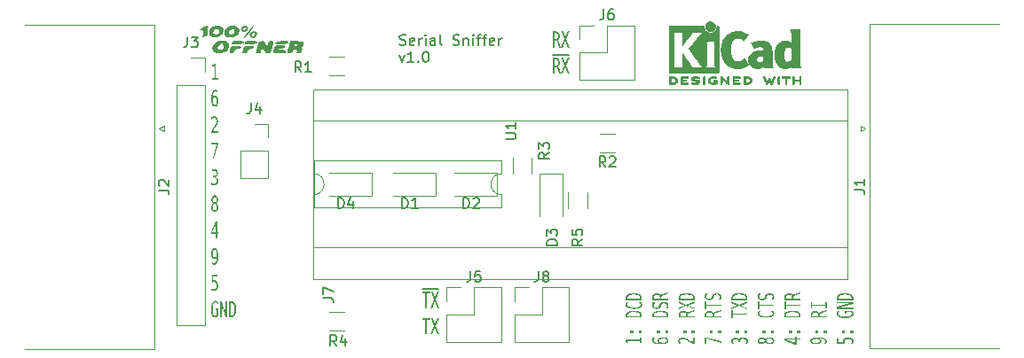
<source format=gbr>
%TF.GenerationSoftware,KiCad,Pcbnew,8.0.5-8.0.5-0~ubuntu22.04.1*%
%TF.CreationDate,2024-10-17T08:41:24+02:00*%
%TF.ProjectId,SerialSniffer_kicad,53657269-616c-4536-9e69-666665725f6b,rev?*%
%TF.SameCoordinates,Original*%
%TF.FileFunction,Legend,Top*%
%TF.FilePolarity,Positive*%
%FSLAX46Y46*%
G04 Gerber Fmt 4.6, Leading zero omitted, Abs format (unit mm)*
G04 Created by KiCad (PCBNEW 8.0.5-8.0.5-0~ubuntu22.04.1) date 2024-10-17 08:41:24*
%MOMM*%
%LPD*%
G01*
G04 APERTURE LIST*
%ADD10C,0.150000*%
%ADD11C,0.120000*%
%ADD12C,0.010000*%
%ADD13C,0.000000*%
G04 APERTURE END LIST*
D10*
G36*
X115844537Y-71118294D02*
G01*
X115900499Y-71129114D01*
X115950897Y-71148047D01*
X116002662Y-71180392D01*
X116046854Y-71223781D01*
X116052549Y-71230882D01*
X116087666Y-71286137D01*
X116114158Y-71351245D01*
X116132025Y-71426206D01*
X116141266Y-71511019D01*
X116142674Y-71563907D01*
X116139209Y-71637134D01*
X116127027Y-71711084D01*
X116103204Y-71782783D01*
X116087231Y-71814500D01*
X116048343Y-71867809D01*
X116000678Y-71906377D01*
X115950274Y-71928486D01*
X115931893Y-71933202D01*
X115978550Y-71960486D01*
X116018232Y-72003870D01*
X116022995Y-72010871D01*
X116053999Y-72069484D01*
X116080678Y-72134473D01*
X116106857Y-72207374D01*
X116117273Y-72238383D01*
X116256736Y-72663000D01*
X116107748Y-72663000D01*
X115985382Y-72270623D01*
X115962708Y-72203071D01*
X115935068Y-72132962D01*
X115903594Y-72072854D01*
X115890127Y-72054835D01*
X115844879Y-72020123D01*
X115796548Y-72007230D01*
X115779974Y-72006475D01*
X115647350Y-72006475D01*
X115647350Y-72663000D01*
X115507887Y-72663000D01*
X115507887Y-71842344D01*
X115647350Y-71842344D01*
X115799269Y-71842344D01*
X115851285Y-71836895D01*
X115899609Y-71818062D01*
X115944437Y-71777705D01*
X115947524Y-71773467D01*
X115977291Y-71711282D01*
X115992509Y-71636267D01*
X115996373Y-71562075D01*
X115991292Y-71482734D01*
X115973968Y-71410005D01*
X115944349Y-71352515D01*
X115903181Y-71311006D01*
X115856088Y-71288223D01*
X115805832Y-71279893D01*
X115793651Y-71279608D01*
X115647350Y-71279608D01*
X115647350Y-71842344D01*
X115507887Y-71842344D01*
X115507887Y-71115477D01*
X115793651Y-71115477D01*
X115844537Y-71118294D01*
G37*
G36*
X116310958Y-71115477D02*
G01*
X116459946Y-71115477D01*
X116685382Y-71699095D01*
X116914726Y-71115477D01*
X117063714Y-71115477D01*
X116756701Y-71843076D01*
X117085696Y-72663000D01*
X116936708Y-72663000D01*
X116685382Y-71996583D01*
X116414028Y-72663000D01*
X116264307Y-72663000D01*
X116607713Y-71843076D01*
X116310958Y-71115477D01*
G37*
G36*
X115844537Y-73638294D02*
G01*
X115900499Y-73649114D01*
X115950897Y-73668047D01*
X116002662Y-73700392D01*
X116046854Y-73743781D01*
X116052549Y-73750882D01*
X116087666Y-73806137D01*
X116114158Y-73871245D01*
X116132025Y-73946206D01*
X116141266Y-74031019D01*
X116142674Y-74083907D01*
X116139209Y-74157134D01*
X116127027Y-74231084D01*
X116103204Y-74302783D01*
X116087231Y-74334500D01*
X116048343Y-74387809D01*
X116000678Y-74426377D01*
X115950274Y-74448486D01*
X115931893Y-74453202D01*
X115978550Y-74480486D01*
X116018232Y-74523870D01*
X116022995Y-74530871D01*
X116053999Y-74589484D01*
X116080678Y-74654473D01*
X116106857Y-74727374D01*
X116117273Y-74758383D01*
X116256736Y-75183000D01*
X116107748Y-75183000D01*
X115985382Y-74790623D01*
X115962708Y-74723071D01*
X115935068Y-74652962D01*
X115903594Y-74592854D01*
X115890127Y-74574835D01*
X115844879Y-74540123D01*
X115796548Y-74527230D01*
X115779974Y-74526475D01*
X115647350Y-74526475D01*
X115647350Y-75183000D01*
X115507887Y-75183000D01*
X115507887Y-74362344D01*
X115647350Y-74362344D01*
X115799269Y-74362344D01*
X115851285Y-74356895D01*
X115899609Y-74338062D01*
X115944437Y-74297705D01*
X115947524Y-74293467D01*
X115977291Y-74231282D01*
X115992509Y-74156267D01*
X115996373Y-74082075D01*
X115991292Y-74002734D01*
X115973968Y-73930005D01*
X115944349Y-73872515D01*
X115903181Y-73831006D01*
X115856088Y-73808223D01*
X115805832Y-73799893D01*
X115793651Y-73799608D01*
X115647350Y-73799608D01*
X115647350Y-74362344D01*
X115507887Y-74362344D01*
X115507887Y-73635477D01*
X115793651Y-73635477D01*
X115844537Y-73638294D01*
G37*
G36*
X116310958Y-73635477D02*
G01*
X116459946Y-73635477D01*
X116685382Y-74219095D01*
X116914726Y-73635477D01*
X117063714Y-73635477D01*
X116756701Y-74363076D01*
X117085696Y-75183000D01*
X116936708Y-75183000D01*
X116685382Y-74516583D01*
X116414028Y-75183000D01*
X116264307Y-75183000D01*
X116607713Y-74363076D01*
X116310958Y-73635477D01*
G37*
X115509702Y-73338000D02*
X116994000Y-73338000D01*
X100873160Y-72380256D02*
X101016017Y-72427875D01*
X101016017Y-72427875D02*
X101254112Y-72427875D01*
X101254112Y-72427875D02*
X101349350Y-72380256D01*
X101349350Y-72380256D02*
X101396969Y-72332636D01*
X101396969Y-72332636D02*
X101444588Y-72237398D01*
X101444588Y-72237398D02*
X101444588Y-72142160D01*
X101444588Y-72142160D02*
X101396969Y-72046922D01*
X101396969Y-72046922D02*
X101349350Y-71999303D01*
X101349350Y-71999303D02*
X101254112Y-71951684D01*
X101254112Y-71951684D02*
X101063636Y-71904065D01*
X101063636Y-71904065D02*
X100968398Y-71856446D01*
X100968398Y-71856446D02*
X100920779Y-71808827D01*
X100920779Y-71808827D02*
X100873160Y-71713589D01*
X100873160Y-71713589D02*
X100873160Y-71618351D01*
X100873160Y-71618351D02*
X100920779Y-71523113D01*
X100920779Y-71523113D02*
X100968398Y-71475494D01*
X100968398Y-71475494D02*
X101063636Y-71427875D01*
X101063636Y-71427875D02*
X101301731Y-71427875D01*
X101301731Y-71427875D02*
X101444588Y-71475494D01*
X102254112Y-72380256D02*
X102158874Y-72427875D01*
X102158874Y-72427875D02*
X101968398Y-72427875D01*
X101968398Y-72427875D02*
X101873160Y-72380256D01*
X101873160Y-72380256D02*
X101825541Y-72285017D01*
X101825541Y-72285017D02*
X101825541Y-71904065D01*
X101825541Y-71904065D02*
X101873160Y-71808827D01*
X101873160Y-71808827D02*
X101968398Y-71761208D01*
X101968398Y-71761208D02*
X102158874Y-71761208D01*
X102158874Y-71761208D02*
X102254112Y-71808827D01*
X102254112Y-71808827D02*
X102301731Y-71904065D01*
X102301731Y-71904065D02*
X102301731Y-71999303D01*
X102301731Y-71999303D02*
X101825541Y-72094541D01*
X102730303Y-72427875D02*
X102730303Y-71761208D01*
X102730303Y-71951684D02*
X102777922Y-71856446D01*
X102777922Y-71856446D02*
X102825541Y-71808827D01*
X102825541Y-71808827D02*
X102920779Y-71761208D01*
X102920779Y-71761208D02*
X103016017Y-71761208D01*
X103349351Y-72427875D02*
X103349351Y-71761208D01*
X103349351Y-71427875D02*
X103301732Y-71475494D01*
X103301732Y-71475494D02*
X103349351Y-71523113D01*
X103349351Y-71523113D02*
X103396970Y-71475494D01*
X103396970Y-71475494D02*
X103349351Y-71427875D01*
X103349351Y-71427875D02*
X103349351Y-71523113D01*
X104254112Y-72427875D02*
X104254112Y-71904065D01*
X104254112Y-71904065D02*
X104206493Y-71808827D01*
X104206493Y-71808827D02*
X104111255Y-71761208D01*
X104111255Y-71761208D02*
X103920779Y-71761208D01*
X103920779Y-71761208D02*
X103825541Y-71808827D01*
X104254112Y-72380256D02*
X104158874Y-72427875D01*
X104158874Y-72427875D02*
X103920779Y-72427875D01*
X103920779Y-72427875D02*
X103825541Y-72380256D01*
X103825541Y-72380256D02*
X103777922Y-72285017D01*
X103777922Y-72285017D02*
X103777922Y-72189779D01*
X103777922Y-72189779D02*
X103825541Y-72094541D01*
X103825541Y-72094541D02*
X103920779Y-72046922D01*
X103920779Y-72046922D02*
X104158874Y-72046922D01*
X104158874Y-72046922D02*
X104254112Y-71999303D01*
X104873160Y-72427875D02*
X104777922Y-72380256D01*
X104777922Y-72380256D02*
X104730303Y-72285017D01*
X104730303Y-72285017D02*
X104730303Y-71427875D01*
X105968399Y-72380256D02*
X106111256Y-72427875D01*
X106111256Y-72427875D02*
X106349351Y-72427875D01*
X106349351Y-72427875D02*
X106444589Y-72380256D01*
X106444589Y-72380256D02*
X106492208Y-72332636D01*
X106492208Y-72332636D02*
X106539827Y-72237398D01*
X106539827Y-72237398D02*
X106539827Y-72142160D01*
X106539827Y-72142160D02*
X106492208Y-72046922D01*
X106492208Y-72046922D02*
X106444589Y-71999303D01*
X106444589Y-71999303D02*
X106349351Y-71951684D01*
X106349351Y-71951684D02*
X106158875Y-71904065D01*
X106158875Y-71904065D02*
X106063637Y-71856446D01*
X106063637Y-71856446D02*
X106016018Y-71808827D01*
X106016018Y-71808827D02*
X105968399Y-71713589D01*
X105968399Y-71713589D02*
X105968399Y-71618351D01*
X105968399Y-71618351D02*
X106016018Y-71523113D01*
X106016018Y-71523113D02*
X106063637Y-71475494D01*
X106063637Y-71475494D02*
X106158875Y-71427875D01*
X106158875Y-71427875D02*
X106396970Y-71427875D01*
X106396970Y-71427875D02*
X106539827Y-71475494D01*
X106968399Y-71761208D02*
X106968399Y-72427875D01*
X106968399Y-71856446D02*
X107016018Y-71808827D01*
X107016018Y-71808827D02*
X107111256Y-71761208D01*
X107111256Y-71761208D02*
X107254113Y-71761208D01*
X107254113Y-71761208D02*
X107349351Y-71808827D01*
X107349351Y-71808827D02*
X107396970Y-71904065D01*
X107396970Y-71904065D02*
X107396970Y-72427875D01*
X107873161Y-72427875D02*
X107873161Y-71761208D01*
X107873161Y-71427875D02*
X107825542Y-71475494D01*
X107825542Y-71475494D02*
X107873161Y-71523113D01*
X107873161Y-71523113D02*
X107920780Y-71475494D01*
X107920780Y-71475494D02*
X107873161Y-71427875D01*
X107873161Y-71427875D02*
X107873161Y-71523113D01*
X108206494Y-71761208D02*
X108587446Y-71761208D01*
X108349351Y-72427875D02*
X108349351Y-71570732D01*
X108349351Y-71570732D02*
X108396970Y-71475494D01*
X108396970Y-71475494D02*
X108492208Y-71427875D01*
X108492208Y-71427875D02*
X108587446Y-71427875D01*
X108777923Y-71761208D02*
X109158875Y-71761208D01*
X108920780Y-72427875D02*
X108920780Y-71570732D01*
X108920780Y-71570732D02*
X108968399Y-71475494D01*
X108968399Y-71475494D02*
X109063637Y-71427875D01*
X109063637Y-71427875D02*
X109158875Y-71427875D01*
X109873161Y-72380256D02*
X109777923Y-72427875D01*
X109777923Y-72427875D02*
X109587447Y-72427875D01*
X109587447Y-72427875D02*
X109492209Y-72380256D01*
X109492209Y-72380256D02*
X109444590Y-72285017D01*
X109444590Y-72285017D02*
X109444590Y-71904065D01*
X109444590Y-71904065D02*
X109492209Y-71808827D01*
X109492209Y-71808827D02*
X109587447Y-71761208D01*
X109587447Y-71761208D02*
X109777923Y-71761208D01*
X109777923Y-71761208D02*
X109873161Y-71808827D01*
X109873161Y-71808827D02*
X109920780Y-71904065D01*
X109920780Y-71904065D02*
X109920780Y-71999303D01*
X109920780Y-71999303D02*
X109444590Y-72094541D01*
X110349352Y-72427875D02*
X110349352Y-71761208D01*
X110349352Y-71951684D02*
X110396971Y-71856446D01*
X110396971Y-71856446D02*
X110444590Y-71808827D01*
X110444590Y-71808827D02*
X110539828Y-71761208D01*
X110539828Y-71761208D02*
X110635066Y-71761208D01*
X100825541Y-73371152D02*
X101063636Y-74037819D01*
X101063636Y-74037819D02*
X101301731Y-73371152D01*
X102206493Y-74037819D02*
X101635065Y-74037819D01*
X101920779Y-74037819D02*
X101920779Y-73037819D01*
X101920779Y-73037819D02*
X101825541Y-73180676D01*
X101825541Y-73180676D02*
X101730303Y-73275914D01*
X101730303Y-73275914D02*
X101635065Y-73323533D01*
X102635065Y-73942580D02*
X102682684Y-73990200D01*
X102682684Y-73990200D02*
X102635065Y-74037819D01*
X102635065Y-74037819D02*
X102587446Y-73990200D01*
X102587446Y-73990200D02*
X102635065Y-73942580D01*
X102635065Y-73942580D02*
X102635065Y-74037819D01*
X103301731Y-73037819D02*
X103396969Y-73037819D01*
X103396969Y-73037819D02*
X103492207Y-73085438D01*
X103492207Y-73085438D02*
X103539826Y-73133057D01*
X103539826Y-73133057D02*
X103587445Y-73228295D01*
X103587445Y-73228295D02*
X103635064Y-73418771D01*
X103635064Y-73418771D02*
X103635064Y-73656866D01*
X103635064Y-73656866D02*
X103587445Y-73847342D01*
X103587445Y-73847342D02*
X103539826Y-73942580D01*
X103539826Y-73942580D02*
X103492207Y-73990200D01*
X103492207Y-73990200D02*
X103396969Y-74037819D01*
X103396969Y-74037819D02*
X103301731Y-74037819D01*
X103301731Y-74037819D02*
X103206493Y-73990200D01*
X103206493Y-73990200D02*
X103158874Y-73942580D01*
X103158874Y-73942580D02*
X103111255Y-73847342D01*
X103111255Y-73847342D02*
X103063636Y-73656866D01*
X103063636Y-73656866D02*
X103063636Y-73418771D01*
X103063636Y-73418771D02*
X103111255Y-73228295D01*
X103111255Y-73228295D02*
X103158874Y-73133057D01*
X103158874Y-73133057D02*
X103206493Y-73085438D01*
X103206493Y-73085438D02*
X103301731Y-73037819D01*
G36*
X82989380Y-75579868D02*
G01*
X83205290Y-75579868D01*
X83205290Y-74360608D01*
X82973016Y-74430950D01*
X82973016Y-74266819D01*
X83203825Y-74196477D01*
X83342555Y-74196477D01*
X83342555Y-75579868D01*
X83555535Y-75579868D01*
X83555535Y-75744000D01*
X82989380Y-75744000D01*
X82989380Y-75579868D01*
G37*
G36*
X83335716Y-76697609D02*
G01*
X83386519Y-76711348D01*
X83436466Y-76733330D01*
X83481740Y-76761258D01*
X83484704Y-76763371D01*
X83484704Y-76950950D01*
X83442941Y-76912847D01*
X83395672Y-76882851D01*
X83392625Y-76881341D01*
X83342799Y-76863206D01*
X83291020Y-76857161D01*
X83236368Y-76864331D01*
X83187817Y-76885842D01*
X83139800Y-76927985D01*
X83104322Y-76980225D01*
X83090985Y-77007004D01*
X83064528Y-77079167D01*
X83047023Y-77151793D01*
X83034291Y-77234362D01*
X83027329Y-77310765D01*
X83023682Y-77394074D01*
X83023085Y-77447374D01*
X83048756Y-77381599D01*
X83083606Y-77322977D01*
X83114432Y-77288005D01*
X83160651Y-77254071D01*
X83211748Y-77235798D01*
X83248521Y-77232318D01*
X83301765Y-77237161D01*
X83350302Y-77251689D01*
X83400982Y-77280881D01*
X83445257Y-77323256D01*
X83478110Y-77370071D01*
X83509896Y-77435682D01*
X83533875Y-77512303D01*
X83548215Y-77586741D01*
X83556819Y-77669267D01*
X83559607Y-77744218D01*
X83559687Y-77759882D01*
X83557642Y-77835658D01*
X83549788Y-77919292D01*
X83536043Y-77994966D01*
X83516408Y-78062681D01*
X83486056Y-78131620D01*
X83475912Y-78149327D01*
X83435999Y-78203145D01*
X83389565Y-78243745D01*
X83336609Y-78271126D01*
X83286028Y-78284075D01*
X83240217Y-78287447D01*
X83186749Y-78282760D01*
X83137931Y-78268699D01*
X83085489Y-78239453D01*
X83039745Y-78196709D01*
X83000699Y-78140466D01*
X82978389Y-78095472D01*
X82954465Y-78030086D01*
X82934597Y-77953914D01*
X82918783Y-77866954D01*
X82909052Y-77789620D01*
X82906532Y-77759882D01*
X83047265Y-77759882D01*
X83050441Y-77840460D01*
X83061603Y-77920106D01*
X83080803Y-77988103D01*
X83098068Y-78026962D01*
X83133516Y-78077773D01*
X83181050Y-78111930D01*
X83232026Y-78123222D01*
X83237531Y-78123316D01*
X83290644Y-78114335D01*
X83338820Y-78083713D01*
X83376260Y-78031358D01*
X83400861Y-77965334D01*
X83415212Y-77891290D01*
X83421772Y-77813844D01*
X83422911Y-77759882D01*
X83420679Y-77685140D01*
X83412661Y-77610195D01*
X83396670Y-77539239D01*
X83376260Y-77488040D01*
X83338820Y-77435894D01*
X83290644Y-77405393D01*
X83237531Y-77396449D01*
X83185815Y-77405894D01*
X83137468Y-77438103D01*
X83098068Y-77493169D01*
X83071278Y-77560617D01*
X83055650Y-77633679D01*
X83048506Y-77708452D01*
X83047265Y-77759882D01*
X82906532Y-77759882D01*
X82901915Y-77705382D01*
X82897374Y-77614240D01*
X82895427Y-77516195D01*
X82895346Y-77490605D01*
X82896907Y-77396226D01*
X82901590Y-77307628D01*
X82909394Y-77224813D01*
X82920320Y-77147779D01*
X82934368Y-77076527D01*
X82956318Y-76995592D01*
X82983145Y-76923692D01*
X82995242Y-76897461D01*
X83028653Y-76838567D01*
X83066454Y-76789655D01*
X83108643Y-76750725D01*
X83155221Y-76721778D01*
X83206187Y-76702812D01*
X83261543Y-76693828D01*
X83284914Y-76693030D01*
X83335716Y-76697609D01*
G37*
G36*
X83060210Y-80619868D02*
G01*
X83531355Y-80619868D01*
X83531355Y-80784000D01*
X82908535Y-80784000D01*
X82908535Y-80619868D01*
X82947890Y-80556248D01*
X82985658Y-80494990D01*
X83021840Y-80436092D01*
X83056436Y-80379556D01*
X83089446Y-80325382D01*
X83126964Y-80263489D01*
X83132995Y-80253504D01*
X83166978Y-80197163D01*
X83201307Y-80139733D01*
X83237030Y-80079033D01*
X83265618Y-80028923D01*
X83297141Y-79967854D01*
X83325926Y-79906433D01*
X83351504Y-79841831D01*
X83358187Y-79821194D01*
X83374716Y-79750930D01*
X83382154Y-79674090D01*
X83382367Y-79658528D01*
X83377429Y-79581678D01*
X83360593Y-79510035D01*
X83331808Y-79451899D01*
X83288783Y-79406355D01*
X83240051Y-79383073D01*
X83193567Y-79377161D01*
X83141716Y-79382965D01*
X83091994Y-79398627D01*
X83062164Y-79412332D01*
X83013998Y-79440502D01*
X82968508Y-79473475D01*
X82921396Y-79513460D01*
X82916595Y-79517845D01*
X82916595Y-79306819D01*
X82964974Y-79277558D01*
X83012717Y-79253752D01*
X83055570Y-79236843D01*
X83106620Y-79222332D01*
X83157190Y-79214518D01*
X83190636Y-79213030D01*
X83244987Y-79217306D01*
X83295199Y-79230134D01*
X83348548Y-79255910D01*
X83396265Y-79293326D01*
X83432681Y-79334662D01*
X83468464Y-79391328D01*
X83495459Y-79455216D01*
X83513664Y-79526327D01*
X83523081Y-79604661D01*
X83524516Y-79652667D01*
X83520223Y-79727731D01*
X83507343Y-79802899D01*
X83493986Y-79853068D01*
X83468494Y-79924297D01*
X83440939Y-79986247D01*
X83407357Y-80051500D01*
X83394823Y-80073986D01*
X83361003Y-80131963D01*
X83325368Y-80191611D01*
X83291983Y-80246749D01*
X83282960Y-80261564D01*
X83247340Y-80319657D01*
X83210967Y-80378493D01*
X83176537Y-80433898D01*
X83138362Y-80495100D01*
X83096442Y-80562097D01*
X83060210Y-80619868D01*
G37*
G36*
X82899498Y-81756477D02*
G01*
X83545277Y-81756477D01*
X83545277Y-81845503D01*
X83178424Y-83304000D01*
X83033344Y-83304000D01*
X83390671Y-81920608D01*
X82899498Y-81920608D01*
X82899498Y-81756477D01*
G37*
G36*
X83337182Y-84990521D02*
G01*
X83384656Y-85014586D01*
X83430986Y-85051021D01*
X83469819Y-85097366D01*
X83491543Y-85133769D01*
X83519879Y-85203121D01*
X83536408Y-85274102D01*
X83544437Y-85353199D01*
X83545277Y-85390957D01*
X83541928Y-85467696D01*
X83529556Y-85549085D01*
X83508068Y-85621709D01*
X83477463Y-85685567D01*
X83450022Y-85725814D01*
X83404949Y-85773208D01*
X83360733Y-85804566D01*
X83311365Y-85827373D01*
X83256846Y-85841626D01*
X83207477Y-85846972D01*
X83186728Y-85847447D01*
X83137715Y-85845282D01*
X83088066Y-85838789D01*
X83042381Y-85829129D01*
X82992155Y-85814882D01*
X82942564Y-85796826D01*
X82898033Y-85777105D01*
X82898033Y-85566079D01*
X82941629Y-85600204D01*
X82989090Y-85630882D01*
X83036030Y-85654373D01*
X83087001Y-85672010D01*
X83137696Y-85681507D01*
X83171341Y-85683316D01*
X83225059Y-85678347D01*
X83277573Y-85660878D01*
X83326087Y-85626718D01*
X83346463Y-85603815D01*
X83378792Y-85547064D01*
X83399147Y-85476646D01*
X83407229Y-85401585D01*
X83407768Y-85374104D01*
X83402919Y-85301081D01*
X83386155Y-85230413D01*
X83357419Y-85170764D01*
X83346463Y-85155018D01*
X83304078Y-85112128D01*
X83253250Y-85085123D01*
X83200285Y-85074400D01*
X83181110Y-85073685D01*
X83075353Y-85073685D01*
X83075353Y-84909554D01*
X83181110Y-84909554D01*
X83231506Y-84904483D01*
X83279705Y-84886952D01*
X83323248Y-84853204D01*
X83330099Y-84845441D01*
X83362842Y-84790297D01*
X83380474Y-84721037D01*
X83383832Y-84667021D01*
X83377944Y-84590569D01*
X83358092Y-84522374D01*
X83334006Y-84481641D01*
X83290695Y-84442348D01*
X83240554Y-84422261D01*
X83192101Y-84417161D01*
X83141804Y-84421030D01*
X83090137Y-84432640D01*
X83065828Y-84440608D01*
X83016025Y-84461491D01*
X82968804Y-84486426D01*
X82929052Y-84510950D01*
X82929052Y-84323371D01*
X82979188Y-84303107D01*
X83030261Y-84284783D01*
X83077063Y-84270615D01*
X83127391Y-84259229D01*
X83176091Y-84253459D01*
X83192101Y-84253030D01*
X83246134Y-84256971D01*
X83295943Y-84268795D01*
X83348713Y-84292552D01*
X83395733Y-84327038D01*
X83431459Y-84365137D01*
X83466386Y-84417547D01*
X83495799Y-84486075D01*
X83514006Y-84563807D01*
X83520746Y-84639374D01*
X83521096Y-84662258D01*
X83516493Y-84736719D01*
X83500795Y-84809204D01*
X83473958Y-84871819D01*
X83436638Y-84923697D01*
X83393896Y-84960792D01*
X83342757Y-84988298D01*
X83337182Y-84990521D01*
G37*
G36*
X83278915Y-86776855D02*
G01*
X83333804Y-86790987D01*
X83382920Y-86815533D01*
X83426262Y-86850493D01*
X83453685Y-86881840D01*
X83490123Y-86941030D01*
X83516151Y-87009792D01*
X83531767Y-87088126D01*
X83536891Y-87164519D01*
X83536972Y-87176030D01*
X83532107Y-87254934D01*
X83517509Y-87326325D01*
X83493180Y-87390203D01*
X83487147Y-87402077D01*
X83452213Y-87454899D01*
X83409695Y-87496130D01*
X83359592Y-87525768D01*
X83348661Y-87530304D01*
X83397159Y-87551416D01*
X83444456Y-87585349D01*
X83484064Y-87630061D01*
X83506198Y-87665859D01*
X83532645Y-87727902D01*
X83550436Y-87799451D01*
X83559572Y-87880504D01*
X83560908Y-87929642D01*
X83557791Y-88003573D01*
X83546276Y-88081882D01*
X83526275Y-88151635D01*
X83497790Y-88212834D01*
X83472248Y-88251309D01*
X83430210Y-88296562D01*
X83381674Y-88330700D01*
X83326640Y-88353724D01*
X83274295Y-88364611D01*
X83227028Y-88367447D01*
X83170714Y-88363390D01*
X83119191Y-88351218D01*
X83065137Y-88326762D01*
X83017604Y-88291262D01*
X82982053Y-88252042D01*
X82947697Y-88197132D01*
X82921779Y-88133702D01*
X82904300Y-88061752D01*
X82895259Y-87981282D01*
X82893881Y-87931473D01*
X82894864Y-87909125D01*
X83033344Y-87909125D01*
X83037381Y-87982715D01*
X83053284Y-88059277D01*
X83081250Y-88121121D01*
X83084390Y-88126013D01*
X83124386Y-88170024D01*
X83173848Y-88195767D01*
X83227028Y-88203316D01*
X83276228Y-88197288D01*
X83327072Y-88173549D01*
X83367700Y-88131800D01*
X83370887Y-88127112D01*
X83399672Y-88066807D01*
X83416508Y-87991178D01*
X83421396Y-87917900D01*
X83421445Y-87909125D01*
X83416437Y-87828618D01*
X83399356Y-87754027D01*
X83370154Y-87694069D01*
X83330211Y-87650267D01*
X83280571Y-87624646D01*
X83227028Y-87617133D01*
X83178164Y-87623190D01*
X83127518Y-87647043D01*
X83086859Y-87688992D01*
X83083658Y-87693703D01*
X83055012Y-87753539D01*
X83038257Y-87828267D01*
X83033344Y-87909125D01*
X82894864Y-87909125D01*
X82897300Y-87853758D01*
X82909322Y-87775416D01*
X82929998Y-87706695D01*
X82948591Y-87666226D01*
X82983191Y-87614149D01*
X83025442Y-87572910D01*
X83075343Y-87542510D01*
X83106372Y-87530304D01*
X83059573Y-87506238D01*
X83014779Y-87468485D01*
X82977570Y-87419141D01*
X82967886Y-87402077D01*
X82941611Y-87339702D01*
X82925068Y-87269814D01*
X82918684Y-87197279D01*
X83056058Y-87197279D01*
X83061253Y-87275947D01*
X83078770Y-87345868D01*
X83100022Y-87387422D01*
X83142232Y-87429882D01*
X83192716Y-87449864D01*
X83227272Y-87453002D01*
X83280164Y-87445252D01*
X83327133Y-87419123D01*
X83355011Y-87387422D01*
X83383476Y-87324405D01*
X83396871Y-87248954D01*
X83398975Y-87197279D01*
X83394706Y-87123763D01*
X83378311Y-87051223D01*
X83355256Y-87003839D01*
X83313160Y-86960667D01*
X83262281Y-86940351D01*
X83227272Y-86937161D01*
X83174659Y-86945083D01*
X83127862Y-86971796D01*
X83100022Y-87004205D01*
X83071557Y-87068414D01*
X83058162Y-87144964D01*
X83056058Y-87197279D01*
X82918684Y-87197279D01*
X82918256Y-87192412D01*
X82918061Y-87176030D01*
X82922035Y-87098590D01*
X82936308Y-87019061D01*
X82960961Y-86949102D01*
X82995994Y-86888715D01*
X83001103Y-86881840D01*
X83046472Y-86834235D01*
X83092280Y-86803739D01*
X83143791Y-86783656D01*
X83192483Y-86774730D01*
X83227272Y-86773030D01*
X83278915Y-86776855D01*
G37*
G36*
X83447091Y-90324711D02*
G01*
X83583623Y-90324711D01*
X83583623Y-90488842D01*
X83447091Y-90488842D01*
X83447091Y-90864000D01*
X83308849Y-90864000D01*
X83308849Y-90488842D01*
X82874097Y-90488842D01*
X82874097Y-90324711D01*
X82985472Y-90324711D01*
X83308849Y-90324711D01*
X83308849Y-89506986D01*
X82985472Y-90324711D01*
X82874097Y-90324711D01*
X82874097Y-90291739D01*
X83286379Y-89316477D01*
X83447091Y-89316477D01*
X83447091Y-90324711D01*
G37*
G36*
X83264127Y-91817734D02*
G01*
X83312926Y-91831849D01*
X83365331Y-91861206D01*
X83411020Y-91904114D01*
X83449995Y-91960571D01*
X83472248Y-92005737D01*
X83496242Y-92071219D01*
X83516169Y-92147453D01*
X83532029Y-92234438D01*
X83541789Y-92311766D01*
X83548947Y-92395976D01*
X83553501Y-92487066D01*
X83555453Y-92585037D01*
X83555535Y-92610605D01*
X83553974Y-92704817D01*
X83549291Y-92793283D01*
X83541487Y-92876001D01*
X83530561Y-92952972D01*
X83516513Y-93024195D01*
X83494563Y-93105143D01*
X83467736Y-93177110D01*
X83455639Y-93203382D01*
X83422216Y-93262170D01*
X83384380Y-93310994D01*
X83342131Y-93349854D01*
X83295470Y-93378750D01*
X83244396Y-93397682D01*
X83188909Y-93406650D01*
X83165479Y-93407447D01*
X83115043Y-93402867D01*
X83064362Y-93389129D01*
X83014415Y-93367147D01*
X82969142Y-93339219D01*
X82966177Y-93337105D01*
X82966177Y-93149526D01*
X83007940Y-93187710D01*
X83055209Y-93217970D01*
X83058256Y-93219502D01*
X83108082Y-93237362D01*
X83159861Y-93243316D01*
X83214490Y-93236163D01*
X83262971Y-93214705D01*
X83310850Y-93172665D01*
X83346158Y-93120552D01*
X83359408Y-93093839D01*
X83385770Y-93021533D01*
X83403212Y-92948813D01*
X83415897Y-92866175D01*
X83422835Y-92789734D01*
X83426468Y-92706406D01*
X83427063Y-92653103D01*
X83401810Y-92718921D01*
X83367217Y-92777688D01*
X83336449Y-92812838D01*
X83290230Y-92846549D01*
X83239133Y-92864701D01*
X83202360Y-92868159D01*
X83149108Y-92863303D01*
X83100545Y-92848736D01*
X83049813Y-92819466D01*
X83005463Y-92776978D01*
X82972527Y-92730039D01*
X82940836Y-92664090D01*
X82916928Y-92587096D01*
X82902632Y-92512310D01*
X82894054Y-92429410D01*
X82891274Y-92354128D01*
X82891205Y-92340594D01*
X83027970Y-92340594D01*
X83030191Y-92415354D01*
X83038167Y-92490362D01*
X83054074Y-92561443D01*
X83074376Y-92612803D01*
X83111764Y-92664740D01*
X83160119Y-92695119D01*
X83213595Y-92704027D01*
X83265158Y-92694618D01*
X83313337Y-92662531D01*
X83352569Y-92607674D01*
X83379231Y-92540032D01*
X83394783Y-92466858D01*
X83401893Y-92392034D01*
X83403127Y-92340594D01*
X83399967Y-92260040D01*
X83388858Y-92180474D01*
X83369751Y-92112615D01*
X83352569Y-92073881D01*
X83317273Y-92022876D01*
X83269907Y-91988590D01*
X83219084Y-91977255D01*
X83213595Y-91977161D01*
X83160458Y-91986141D01*
X83112200Y-92016763D01*
X83074621Y-92069118D01*
X83050020Y-92135142D01*
X83035669Y-92209186D01*
X83029109Y-92286632D01*
X83027970Y-92340594D01*
X82891205Y-92340594D01*
X82891194Y-92338396D01*
X82893234Y-92262955D01*
X82901065Y-92179699D01*
X82914769Y-92104376D01*
X82934346Y-92036988D01*
X82964610Y-91968397D01*
X82974725Y-91950782D01*
X83014566Y-91897107D01*
X83060998Y-91856615D01*
X83114022Y-91829307D01*
X83164718Y-91816393D01*
X83210664Y-91813030D01*
X83264127Y-91817734D01*
G37*
G36*
X82946149Y-94356477D02*
G01*
X83465409Y-94356477D01*
X83465409Y-94520608D01*
X83072667Y-94520608D01*
X83072667Y-94925807D01*
X83120852Y-94906123D01*
X83132018Y-94903092D01*
X83180836Y-94896023D01*
X83192101Y-94895765D01*
X83249583Y-94900659D01*
X83302411Y-94915343D01*
X83350585Y-94939815D01*
X83394105Y-94974075D01*
X83438997Y-95026418D01*
X83444893Y-95034983D01*
X83481342Y-95100465D01*
X83508840Y-95175413D01*
X83525283Y-95247189D01*
X83535149Y-95325920D01*
X83538438Y-95411606D01*
X83534994Y-95497889D01*
X83524665Y-95577037D01*
X83507448Y-95649049D01*
X83483346Y-95713925D01*
X83452356Y-95771666D01*
X83440496Y-95789327D01*
X83401244Y-95836266D01*
X83356942Y-95873494D01*
X83307592Y-95901010D01*
X83253193Y-95918814D01*
X83204003Y-95926233D01*
X83172806Y-95927447D01*
X83123156Y-95925729D01*
X83071627Y-95919873D01*
X83023330Y-95909861D01*
X82974580Y-95894199D01*
X82926265Y-95871651D01*
X82902185Y-95857105D01*
X82902185Y-95646079D01*
X82945733Y-95683290D01*
X82993372Y-95715687D01*
X83029191Y-95734373D01*
X83077563Y-95752010D01*
X83126690Y-95761507D01*
X83159861Y-95763316D01*
X83213961Y-95757591D01*
X83261466Y-95740418D01*
X83307027Y-95707413D01*
X83336693Y-95671725D01*
X83369537Y-95606967D01*
X83388696Y-95535837D01*
X83397455Y-95462392D01*
X83398975Y-95411606D01*
X83394960Y-95333044D01*
X83380846Y-95255664D01*
X83356569Y-95189934D01*
X83334739Y-95152586D01*
X83294607Y-95107780D01*
X83246477Y-95077638D01*
X83196980Y-95063155D01*
X83155709Y-95059896D01*
X83104093Y-95063760D01*
X83053657Y-95075352D01*
X83047021Y-95077482D01*
X82998582Y-95097832D01*
X82952181Y-95125910D01*
X82946149Y-95130238D01*
X82946149Y-94356477D01*
G37*
G36*
X83562374Y-98295406D02*
G01*
X83522415Y-98342711D01*
X83479108Y-98381358D01*
X83436833Y-98408979D01*
X83387620Y-98430880D01*
X83335694Y-98443690D01*
X83286135Y-98447447D01*
X83227332Y-98442340D01*
X83172738Y-98427018D01*
X83122355Y-98401481D01*
X83076181Y-98365730D01*
X83034218Y-98319765D01*
X82996464Y-98263585D01*
X82982541Y-98238253D01*
X82951300Y-98168651D01*
X82925354Y-98090820D01*
X82904703Y-98004760D01*
X82891995Y-97929987D01*
X82882675Y-97849948D01*
X82876745Y-97764643D01*
X82874203Y-97674070D01*
X82874097Y-97650605D01*
X82875815Y-97559048D01*
X82880967Y-97472689D01*
X82889553Y-97391528D01*
X82901575Y-97315564D01*
X82917031Y-97244799D01*
X82941180Y-97163651D01*
X82970697Y-97090625D01*
X82984006Y-97063689D01*
X83020452Y-97003001D01*
X83061096Y-96952599D01*
X83105937Y-96912483D01*
X83154976Y-96882653D01*
X83208214Y-96863110D01*
X83265649Y-96853852D01*
X83289799Y-96853030D01*
X83341302Y-96857867D01*
X83391031Y-96872378D01*
X83413385Y-96882339D01*
X83460724Y-96910813D01*
X83506693Y-96949203D01*
X83527447Y-96970266D01*
X83527447Y-97181292D01*
X83488844Y-97128599D01*
X83446008Y-97083064D01*
X83413385Y-97057094D01*
X83364828Y-97031239D01*
X83314013Y-97018565D01*
X83289799Y-97017161D01*
X83233742Y-97024734D01*
X83184184Y-97047454D01*
X83141125Y-97085322D01*
X83104563Y-97138336D01*
X83086588Y-97175430D01*
X83063596Y-97240246D01*
X83045361Y-97316269D01*
X83033799Y-97388180D01*
X83025540Y-97467873D01*
X83020585Y-97555348D01*
X83018999Y-97630931D01*
X83018933Y-97650605D01*
X83019956Y-97728674D01*
X83024111Y-97818888D01*
X83031462Y-97900909D01*
X83042009Y-97974736D01*
X83058885Y-98052514D01*
X83080363Y-98118494D01*
X83084390Y-98128344D01*
X83116501Y-98188728D01*
X83155343Y-98234281D01*
X83200917Y-98265003D01*
X83253223Y-98280894D01*
X83286135Y-98283316D01*
X83336905Y-98277504D01*
X83366979Y-98266829D01*
X83411551Y-98235502D01*
X83429750Y-98215538D01*
X83429750Y-97790922D01*
X83280762Y-97790922D01*
X83280762Y-97626791D01*
X83562374Y-97626791D01*
X83562374Y-98295406D01*
G37*
G36*
X83741648Y-96876477D02*
G01*
X83917503Y-96876477D01*
X84263595Y-98150325D01*
X84263595Y-96876477D01*
X84397684Y-96876477D01*
X84397684Y-98424000D01*
X84221829Y-98424000D01*
X83875493Y-97150151D01*
X83875493Y-98424000D01*
X83741648Y-98424000D01*
X83741648Y-96876477D01*
G37*
G36*
X84847476Y-96879425D02*
G01*
X84900412Y-96888269D01*
X84949478Y-96903010D01*
X85005369Y-96929727D01*
X85055213Y-96965656D01*
X85099011Y-97010799D01*
X85136763Y-97065154D01*
X85168848Y-97129223D01*
X85195496Y-97203507D01*
X85216705Y-97288005D01*
X85229756Y-97362958D01*
X85239328Y-97444448D01*
X85245419Y-97532476D01*
X85248029Y-97627041D01*
X85248138Y-97651704D01*
X85246397Y-97747468D01*
X85241177Y-97836740D01*
X85232476Y-97919522D01*
X85220294Y-97995811D01*
X85204632Y-98065609D01*
X85180160Y-98143728D01*
X85150250Y-98211704D01*
X85136763Y-98236055D01*
X85099011Y-98290199D01*
X85055213Y-98335166D01*
X85005369Y-98370956D01*
X84949478Y-98397570D01*
X84900412Y-98412253D01*
X84847476Y-98421063D01*
X84790671Y-98424000D01*
X84582332Y-98424000D01*
X84582332Y-98259868D01*
X84721794Y-98259868D01*
X84787740Y-98259868D01*
X84839954Y-98256657D01*
X84895779Y-98244327D01*
X84944150Y-98222749D01*
X84991164Y-98185886D01*
X85028032Y-98136435D01*
X85032471Y-98128344D01*
X85059499Y-98060456D01*
X85077382Y-97986052D01*
X85088559Y-97912617D01*
X85096349Y-97828787D01*
X85100143Y-97754241D01*
X85101768Y-97673043D01*
X85101836Y-97651704D01*
X85100756Y-97568161D01*
X85097516Y-97491373D01*
X85090429Y-97404888D01*
X85079966Y-97328957D01*
X85062956Y-97251771D01*
X85036968Y-97180931D01*
X85032715Y-97172499D01*
X84997368Y-97121108D01*
X84951805Y-97082339D01*
X84904622Y-97059155D01*
X84849933Y-97045245D01*
X84798627Y-97040737D01*
X84787740Y-97040608D01*
X84721794Y-97040608D01*
X84721794Y-98259868D01*
X84582332Y-98259868D01*
X84582332Y-96876477D01*
X84790671Y-96876477D01*
X84847476Y-96879425D01*
G37*
G36*
X123819868Y-100906619D02*
G01*
X123819868Y-100690709D01*
X122600608Y-100690709D01*
X122670950Y-100922983D01*
X122506819Y-100922983D01*
X122436477Y-100692174D01*
X122436477Y-100553444D01*
X123819868Y-100553444D01*
X123819868Y-100340464D01*
X123984000Y-100340464D01*
X123984000Y-100906619D01*
X123819868Y-100906619D01*
G37*
G36*
X122881976Y-99914016D02*
G01*
X122881976Y-99740848D01*
X123186791Y-99740848D01*
X123186791Y-99914016D01*
X122881976Y-99914016D01*
G37*
G36*
X123679184Y-99914016D02*
G01*
X123679184Y-99740848D01*
X123984000Y-99740848D01*
X123984000Y-99914016D01*
X123679184Y-99914016D01*
G37*
G36*
X123307468Y-97807452D02*
G01*
X123396740Y-97812673D01*
X123479522Y-97821374D01*
X123555811Y-97833556D01*
X123625609Y-97849218D01*
X123703728Y-97873690D01*
X123771704Y-97903600D01*
X123796055Y-97917087D01*
X123850199Y-97954838D01*
X123895166Y-97998636D01*
X123930956Y-98048481D01*
X123957570Y-98104371D01*
X123972253Y-98153437D01*
X123981063Y-98206373D01*
X123984000Y-98263179D01*
X123984000Y-98471518D01*
X122436477Y-98471518D01*
X122436477Y-98266110D01*
X122600608Y-98266110D01*
X122600608Y-98332055D01*
X123819868Y-98332055D01*
X123819868Y-98266110D01*
X123816657Y-98213896D01*
X123804327Y-98158071D01*
X123782749Y-98109699D01*
X123745886Y-98062686D01*
X123696435Y-98025817D01*
X123688344Y-98021378D01*
X123620456Y-97994350D01*
X123546052Y-97976467D01*
X123472617Y-97965290D01*
X123388787Y-97957500D01*
X123314241Y-97953707D01*
X123233043Y-97952081D01*
X123211704Y-97952013D01*
X123128161Y-97953093D01*
X123051373Y-97956334D01*
X122964888Y-97963421D01*
X122888957Y-97973884D01*
X122811771Y-97990894D01*
X122740931Y-98016882D01*
X122732499Y-98021134D01*
X122681108Y-98056482D01*
X122642339Y-98102044D01*
X122619155Y-98149228D01*
X122605245Y-98203917D01*
X122600737Y-98255223D01*
X122600608Y-98266110D01*
X122436477Y-98266110D01*
X122436477Y-98263179D01*
X122439425Y-98206373D01*
X122448269Y-98153437D01*
X122463010Y-98104371D01*
X122489727Y-98048481D01*
X122525656Y-97998636D01*
X122570799Y-97954838D01*
X122625154Y-97917087D01*
X122689223Y-97885001D01*
X122763507Y-97858354D01*
X122848005Y-97837145D01*
X122922958Y-97824093D01*
X123004448Y-97814522D01*
X123092476Y-97808431D01*
X123187041Y-97805821D01*
X123211704Y-97805712D01*
X123307468Y-97807452D01*
G37*
G36*
X123890210Y-96986277D02*
G01*
X123933000Y-97029784D01*
X123966116Y-97074177D01*
X123978138Y-97094965D01*
X123998173Y-97144834D01*
X124006731Y-97193568D01*
X124007447Y-97212935D01*
X124002348Y-97272377D01*
X123987053Y-97327514D01*
X123961562Y-97378346D01*
X123925874Y-97424873D01*
X123879989Y-97467094D01*
X123823907Y-97505010D01*
X123798619Y-97518971D01*
X123729105Y-97550353D01*
X123651308Y-97576416D01*
X123565228Y-97597160D01*
X123490401Y-97609925D01*
X123410273Y-97619286D01*
X123324845Y-97625244D01*
X123234115Y-97627797D01*
X123210605Y-97627903D01*
X123119048Y-97626193D01*
X123032689Y-97621064D01*
X122951528Y-97612516D01*
X122875564Y-97600548D01*
X122804799Y-97585161D01*
X122723651Y-97561118D01*
X122650625Y-97531733D01*
X122623689Y-97518482D01*
X122563001Y-97482107D01*
X122512599Y-97441522D01*
X122472483Y-97396727D01*
X122442653Y-97347722D01*
X122423110Y-97294508D01*
X122413852Y-97237083D01*
X122413030Y-97212935D01*
X122417867Y-97163301D01*
X122433895Y-97112464D01*
X122442339Y-97094965D01*
X122473594Y-97046753D01*
X122512663Y-97002906D01*
X122530266Y-96986277D01*
X122741292Y-96986277D01*
X122690677Y-97022099D01*
X122645829Y-97063217D01*
X122619293Y-97095454D01*
X122592014Y-97143004D01*
X122578189Y-97194482D01*
X122577161Y-97212935D01*
X122584699Y-97268979D01*
X122607314Y-97318502D01*
X122645006Y-97361503D01*
X122697775Y-97397983D01*
X122734697Y-97415900D01*
X122811316Y-97442072D01*
X122889240Y-97459388D01*
X122962815Y-97470211D01*
X123044243Y-97477754D01*
X123133525Y-97482018D01*
X123210605Y-97483067D01*
X123287512Y-97482018D01*
X123376612Y-97477754D01*
X123457893Y-97470211D01*
X123531358Y-97459388D01*
X123609196Y-97442072D01*
X123675777Y-97420033D01*
X123685779Y-97415900D01*
X123747163Y-97383147D01*
X123793470Y-97343873D01*
X123824700Y-97298076D01*
X123840854Y-97245759D01*
X123843316Y-97212935D01*
X123836423Y-97164281D01*
X123815744Y-97116353D01*
X123801550Y-97094477D01*
X123764593Y-97052013D01*
X123716920Y-97011816D01*
X123679184Y-96986277D01*
X123890210Y-96986277D01*
G37*
G36*
X123307468Y-96123154D02*
G01*
X123396740Y-96128374D01*
X123479522Y-96137075D01*
X123555811Y-96149257D01*
X123625609Y-96164919D01*
X123703728Y-96189391D01*
X123771704Y-96219301D01*
X123796055Y-96232788D01*
X123850199Y-96270540D01*
X123895166Y-96314337D01*
X123930956Y-96364182D01*
X123957570Y-96420073D01*
X123972253Y-96469139D01*
X123981063Y-96522075D01*
X123984000Y-96578880D01*
X123984000Y-96787219D01*
X122436477Y-96787219D01*
X122436477Y-96581811D01*
X122600608Y-96581811D01*
X122600608Y-96647757D01*
X123819868Y-96647757D01*
X123819868Y-96581811D01*
X123816657Y-96529597D01*
X123804327Y-96473772D01*
X123782749Y-96425401D01*
X123745886Y-96378387D01*
X123696435Y-96341519D01*
X123688344Y-96337080D01*
X123620456Y-96310052D01*
X123546052Y-96292169D01*
X123472617Y-96280992D01*
X123388787Y-96273202D01*
X123314241Y-96269408D01*
X123233043Y-96267783D01*
X123211704Y-96267715D01*
X123128161Y-96268795D01*
X123051373Y-96272035D01*
X122964888Y-96279122D01*
X122888957Y-96289585D01*
X122811771Y-96306595D01*
X122740931Y-96332583D01*
X122732499Y-96336836D01*
X122681108Y-96372183D01*
X122642339Y-96417746D01*
X122619155Y-96464929D01*
X122605245Y-96519618D01*
X122600737Y-96570924D01*
X122600608Y-96581811D01*
X122436477Y-96581811D01*
X122436477Y-96578880D01*
X122439425Y-96522075D01*
X122448269Y-96469139D01*
X122463010Y-96420073D01*
X122489727Y-96364182D01*
X122525656Y-96314337D01*
X122570799Y-96270540D01*
X122625154Y-96232788D01*
X122689223Y-96200703D01*
X122763507Y-96174055D01*
X122848005Y-96152846D01*
X122922958Y-96139794D01*
X123004448Y-96130223D01*
X123092476Y-96124132D01*
X123187041Y-96121522D01*
X123211704Y-96121413D01*
X123307468Y-96123154D01*
G37*
G36*
X126075658Y-100338357D02*
G01*
X126159292Y-100346211D01*
X126234966Y-100359956D01*
X126302681Y-100379591D01*
X126371620Y-100409943D01*
X126389327Y-100420087D01*
X126443145Y-100460000D01*
X126483745Y-100506434D01*
X126511126Y-100559390D01*
X126524075Y-100609971D01*
X126527447Y-100655782D01*
X126522760Y-100709250D01*
X126508699Y-100758068D01*
X126479453Y-100810510D01*
X126436709Y-100856254D01*
X126380466Y-100895300D01*
X126335472Y-100917610D01*
X126270086Y-100941534D01*
X126193914Y-100961402D01*
X126106954Y-100977216D01*
X126029620Y-100986947D01*
X125945382Y-100994084D01*
X125854240Y-100998625D01*
X125756195Y-101000572D01*
X125730605Y-101000653D01*
X125636226Y-100999092D01*
X125547628Y-100994409D01*
X125464813Y-100986605D01*
X125387779Y-100975679D01*
X125316527Y-100961631D01*
X125235592Y-100939681D01*
X125163692Y-100912854D01*
X125137461Y-100900757D01*
X125078567Y-100867346D01*
X125029655Y-100829545D01*
X124990725Y-100787356D01*
X124961778Y-100740778D01*
X124942812Y-100689812D01*
X124933828Y-100634456D01*
X124933030Y-100611085D01*
X124937609Y-100560283D01*
X124951348Y-100509480D01*
X124973330Y-100459533D01*
X125001258Y-100414259D01*
X125003371Y-100411295D01*
X125190950Y-100411295D01*
X125152847Y-100453058D01*
X125122851Y-100500327D01*
X125121341Y-100503374D01*
X125103206Y-100553200D01*
X125097161Y-100604979D01*
X125104331Y-100659631D01*
X125125842Y-100708182D01*
X125167985Y-100756199D01*
X125220225Y-100791677D01*
X125247004Y-100805014D01*
X125319167Y-100831471D01*
X125391793Y-100848976D01*
X125474362Y-100861708D01*
X125550765Y-100868670D01*
X125634074Y-100872317D01*
X125687374Y-100872914D01*
X125621599Y-100847243D01*
X125562977Y-100812393D01*
X125528005Y-100781567D01*
X125494071Y-100735348D01*
X125475798Y-100684251D01*
X125473358Y-100658468D01*
X125636449Y-100658468D01*
X125645894Y-100710184D01*
X125678103Y-100758531D01*
X125733169Y-100797931D01*
X125800617Y-100824721D01*
X125873679Y-100840349D01*
X125948452Y-100847493D01*
X125999882Y-100848734D01*
X126080460Y-100845558D01*
X126160106Y-100834396D01*
X126228103Y-100815196D01*
X126266962Y-100797931D01*
X126317773Y-100762483D01*
X126351930Y-100714949D01*
X126363222Y-100663973D01*
X126363316Y-100658468D01*
X126354335Y-100605355D01*
X126323713Y-100557179D01*
X126271358Y-100519739D01*
X126205334Y-100495138D01*
X126131290Y-100480787D01*
X126053844Y-100474227D01*
X125999882Y-100473088D01*
X125925140Y-100475320D01*
X125850195Y-100483338D01*
X125779239Y-100499329D01*
X125728040Y-100519739D01*
X125675894Y-100557179D01*
X125645393Y-100605355D01*
X125636449Y-100658468D01*
X125473358Y-100658468D01*
X125472318Y-100647478D01*
X125477161Y-100594234D01*
X125491689Y-100545697D01*
X125520881Y-100495017D01*
X125563256Y-100450742D01*
X125610071Y-100417889D01*
X125675682Y-100386103D01*
X125752303Y-100362124D01*
X125826741Y-100347784D01*
X125909267Y-100339180D01*
X125984218Y-100336392D01*
X125999882Y-100336312D01*
X126075658Y-100338357D01*
G37*
G36*
X125401976Y-99914016D02*
G01*
X125401976Y-99740848D01*
X125706791Y-99740848D01*
X125706791Y-99914016D01*
X125401976Y-99914016D01*
G37*
G36*
X126199184Y-99914016D02*
G01*
X126199184Y-99740848D01*
X126504000Y-99740848D01*
X126504000Y-99914016D01*
X126199184Y-99914016D01*
G37*
G36*
X125827468Y-97807452D02*
G01*
X125916740Y-97812673D01*
X125999522Y-97821374D01*
X126075811Y-97833556D01*
X126145609Y-97849218D01*
X126223728Y-97873690D01*
X126291704Y-97903600D01*
X126316055Y-97917087D01*
X126370199Y-97954838D01*
X126415166Y-97998636D01*
X126450956Y-98048481D01*
X126477570Y-98104371D01*
X126492253Y-98153437D01*
X126501063Y-98206373D01*
X126504000Y-98263179D01*
X126504000Y-98471518D01*
X124956477Y-98471518D01*
X124956477Y-98266110D01*
X125120608Y-98266110D01*
X125120608Y-98332055D01*
X126339868Y-98332055D01*
X126339868Y-98266110D01*
X126336657Y-98213896D01*
X126324327Y-98158071D01*
X126302749Y-98109699D01*
X126265886Y-98062686D01*
X126216435Y-98025817D01*
X126208344Y-98021378D01*
X126140456Y-97994350D01*
X126066052Y-97976467D01*
X125992617Y-97965290D01*
X125908787Y-97957500D01*
X125834241Y-97953707D01*
X125753043Y-97952081D01*
X125731704Y-97952013D01*
X125648161Y-97953093D01*
X125571373Y-97956334D01*
X125484888Y-97963421D01*
X125408957Y-97973884D01*
X125331771Y-97990894D01*
X125260931Y-98016882D01*
X125252499Y-98021134D01*
X125201108Y-98056482D01*
X125162339Y-98102044D01*
X125139155Y-98149228D01*
X125125245Y-98203917D01*
X125120737Y-98255223D01*
X125120608Y-98266110D01*
X124956477Y-98266110D01*
X124956477Y-98263179D01*
X124959425Y-98206373D01*
X124968269Y-98153437D01*
X124983010Y-98104371D01*
X125009727Y-98048481D01*
X125045656Y-97998636D01*
X125090799Y-97954838D01*
X125145154Y-97917087D01*
X125209223Y-97885001D01*
X125283507Y-97858354D01*
X125368005Y-97837145D01*
X125442958Y-97824093D01*
X125524448Y-97814522D01*
X125612476Y-97808431D01*
X125707041Y-97805821D01*
X125731704Y-97805712D01*
X125827468Y-97807452D01*
G37*
G36*
X125003371Y-97028287D02*
G01*
X125214397Y-97028287D01*
X125177769Y-97071806D01*
X125145612Y-97119348D01*
X125126836Y-97155049D01*
X125108753Y-97202814D01*
X125098581Y-97254869D01*
X125097161Y-97283032D01*
X125102609Y-97335016D01*
X125121442Y-97385162D01*
X125157697Y-97431066D01*
X125166037Y-97438371D01*
X125224220Y-97473049D01*
X125296005Y-97491723D01*
X125351418Y-97495279D01*
X125426486Y-97489112D01*
X125493269Y-97466669D01*
X125507489Y-97457910D01*
X125548107Y-97416825D01*
X125575484Y-97370629D01*
X125597248Y-97318203D01*
X125622527Y-97245175D01*
X125643521Y-97193884D01*
X125673159Y-97140990D01*
X125708336Y-97095576D01*
X125755323Y-97052833D01*
X125781529Y-97035126D01*
X125848553Y-97003248D01*
X125918592Y-96983670D01*
X125998477Y-96972336D01*
X126076452Y-96969180D01*
X126155226Y-96972374D01*
X126237883Y-96984175D01*
X126310582Y-97004672D01*
X126373323Y-97033864D01*
X126412042Y-97060039D01*
X126457009Y-97103621D01*
X126490932Y-97155081D01*
X126511218Y-97205458D01*
X126523390Y-97261624D01*
X126527334Y-97312849D01*
X126527447Y-97323577D01*
X126524676Y-97373338D01*
X126516364Y-97423214D01*
X126504000Y-97468657D01*
X126485109Y-97518783D01*
X126460677Y-97569082D01*
X126433658Y-97614958D01*
X126222632Y-97614958D01*
X126260570Y-97571259D01*
X126295517Y-97524290D01*
X126325199Y-97474552D01*
X126329610Y-97465726D01*
X126348800Y-97417083D01*
X126360024Y-97368208D01*
X126363316Y-97323577D01*
X126358896Y-97273980D01*
X126343360Y-97225154D01*
X126312977Y-97179559D01*
X126292607Y-97160178D01*
X126237077Y-97126944D01*
X126168212Y-97107505D01*
X126094038Y-97101804D01*
X126020896Y-97106566D01*
X125951087Y-97124473D01*
X125917084Y-97142104D01*
X125872029Y-97184485D01*
X125843707Y-97230471D01*
X125822928Y-97281811D01*
X125796550Y-97355817D01*
X125776676Y-97406650D01*
X125749095Y-97459009D01*
X125716780Y-97503889D01*
X125674053Y-97546021D01*
X125650371Y-97563423D01*
X125589867Y-97594593D01*
X125518814Y-97615561D01*
X125446801Y-97625636D01*
X125387321Y-97627903D01*
X125312982Y-97624657D01*
X125233514Y-97612666D01*
X125161864Y-97591839D01*
X125098033Y-97562177D01*
X125057227Y-97535579D01*
X125008834Y-97492266D01*
X124972326Y-97443109D01*
X124950495Y-97396323D01*
X124937396Y-97345244D01*
X124933030Y-97289871D01*
X124935932Y-97240997D01*
X124944639Y-97190027D01*
X124950615Y-97165796D01*
X124966277Y-97115776D01*
X124984979Y-97068294D01*
X125003371Y-97028287D01*
G37*
G36*
X126504000Y-96183207D02*
G01*
X126111623Y-96305572D01*
X126044071Y-96328246D01*
X125973962Y-96355886D01*
X125913854Y-96387360D01*
X125895835Y-96400827D01*
X125861123Y-96446075D01*
X125848230Y-96494406D01*
X125847475Y-96510981D01*
X125847475Y-96643605D01*
X126504000Y-96643605D01*
X126504000Y-96783067D01*
X124956477Y-96783067D01*
X124956477Y-96497303D01*
X125120608Y-96497303D01*
X125120608Y-96643605D01*
X125683344Y-96643605D01*
X125683344Y-96491685D01*
X125677895Y-96439670D01*
X125659062Y-96391346D01*
X125618705Y-96346518D01*
X125614467Y-96343430D01*
X125552282Y-96313663D01*
X125477267Y-96298445D01*
X125403075Y-96294581D01*
X125323734Y-96299662D01*
X125251005Y-96316986D01*
X125193515Y-96346605D01*
X125152006Y-96387774D01*
X125129223Y-96434867D01*
X125120893Y-96485122D01*
X125120608Y-96497303D01*
X124956477Y-96497303D01*
X124959294Y-96446418D01*
X124970114Y-96390455D01*
X124989047Y-96340057D01*
X125021392Y-96288292D01*
X125064781Y-96244101D01*
X125071882Y-96238406D01*
X125127137Y-96203288D01*
X125192245Y-96176796D01*
X125267206Y-96158930D01*
X125352019Y-96149688D01*
X125404907Y-96148280D01*
X125478134Y-96151745D01*
X125552084Y-96163928D01*
X125623783Y-96187751D01*
X125655500Y-96203723D01*
X125708809Y-96242611D01*
X125747377Y-96290277D01*
X125769486Y-96340680D01*
X125774202Y-96359062D01*
X125801486Y-96312404D01*
X125844870Y-96272723D01*
X125851871Y-96267959D01*
X125910484Y-96236955D01*
X125975473Y-96210277D01*
X126048374Y-96184097D01*
X126079383Y-96173681D01*
X126504000Y-96034219D01*
X126504000Y-96183207D01*
G37*
G36*
X128859868Y-100835789D02*
G01*
X128859868Y-100364644D01*
X129024000Y-100364644D01*
X129024000Y-100987464D01*
X128859868Y-100987464D01*
X128796248Y-100948109D01*
X128734990Y-100910341D01*
X128676092Y-100874159D01*
X128619556Y-100839563D01*
X128565382Y-100806553D01*
X128503489Y-100769035D01*
X128493504Y-100763004D01*
X128437163Y-100729021D01*
X128379733Y-100694692D01*
X128319033Y-100658969D01*
X128268923Y-100630381D01*
X128207854Y-100598858D01*
X128146433Y-100570073D01*
X128081831Y-100544495D01*
X128061194Y-100537812D01*
X127990930Y-100521283D01*
X127914090Y-100513845D01*
X127898528Y-100513632D01*
X127821678Y-100518570D01*
X127750035Y-100535406D01*
X127691899Y-100564191D01*
X127646355Y-100607216D01*
X127623073Y-100655948D01*
X127617161Y-100702432D01*
X127622965Y-100754283D01*
X127638627Y-100804005D01*
X127652332Y-100833835D01*
X127680502Y-100882001D01*
X127713475Y-100927491D01*
X127753460Y-100974603D01*
X127757845Y-100979404D01*
X127546819Y-100979404D01*
X127517558Y-100931025D01*
X127493752Y-100883282D01*
X127476843Y-100840429D01*
X127462332Y-100789379D01*
X127454518Y-100738809D01*
X127453030Y-100705363D01*
X127457306Y-100651012D01*
X127470134Y-100600800D01*
X127495910Y-100547451D01*
X127533326Y-100499734D01*
X127574662Y-100463318D01*
X127631328Y-100427535D01*
X127695216Y-100400540D01*
X127766327Y-100382335D01*
X127844661Y-100372918D01*
X127892667Y-100371483D01*
X127967731Y-100375776D01*
X128042899Y-100388656D01*
X128093068Y-100402013D01*
X128164297Y-100427505D01*
X128226247Y-100455060D01*
X128291500Y-100488642D01*
X128313986Y-100501176D01*
X128371963Y-100534996D01*
X128431611Y-100570631D01*
X128486749Y-100604016D01*
X128501564Y-100613039D01*
X128559657Y-100648659D01*
X128618493Y-100685032D01*
X128673898Y-100719462D01*
X128735100Y-100757637D01*
X128802097Y-100799557D01*
X128859868Y-100835789D01*
G37*
G36*
X127921976Y-99914016D02*
G01*
X127921976Y-99740848D01*
X128226791Y-99740848D01*
X128226791Y-99914016D01*
X127921976Y-99914016D01*
G37*
G36*
X128719184Y-99914016D02*
G01*
X128719184Y-99740848D01*
X129024000Y-99740848D01*
X129024000Y-99914016D01*
X128719184Y-99914016D01*
G37*
G36*
X129024000Y-97867505D02*
G01*
X128631623Y-97989871D01*
X128564071Y-98012545D01*
X128493962Y-98040185D01*
X128433854Y-98071659D01*
X128415835Y-98085126D01*
X128381123Y-98130374D01*
X128368230Y-98178705D01*
X128367475Y-98195279D01*
X128367475Y-98327903D01*
X129024000Y-98327903D01*
X129024000Y-98467366D01*
X127476477Y-98467366D01*
X127476477Y-98181602D01*
X127640608Y-98181602D01*
X127640608Y-98327903D01*
X128203344Y-98327903D01*
X128203344Y-98175984D01*
X128197895Y-98123968D01*
X128179062Y-98075644D01*
X128138705Y-98030816D01*
X128134467Y-98027729D01*
X128072282Y-97997962D01*
X127997267Y-97982744D01*
X127923075Y-97978880D01*
X127843734Y-97983961D01*
X127771005Y-98001285D01*
X127713515Y-98030904D01*
X127672006Y-98072072D01*
X127649223Y-98119165D01*
X127640893Y-98169421D01*
X127640608Y-98181602D01*
X127476477Y-98181602D01*
X127479294Y-98130716D01*
X127490114Y-98074754D01*
X127509047Y-98024356D01*
X127541392Y-97972591D01*
X127584781Y-97928399D01*
X127591882Y-97922704D01*
X127647137Y-97887587D01*
X127712245Y-97861095D01*
X127787206Y-97843228D01*
X127872019Y-97833987D01*
X127924907Y-97832579D01*
X127998134Y-97836044D01*
X128072084Y-97848226D01*
X128143783Y-97872049D01*
X128175500Y-97888022D01*
X128228809Y-97926910D01*
X128267377Y-97974575D01*
X128289486Y-98024979D01*
X128294202Y-98043360D01*
X128321486Y-97996703D01*
X128364870Y-97957021D01*
X128371871Y-97952258D01*
X128430484Y-97921254D01*
X128495473Y-97894575D01*
X128568374Y-97868396D01*
X128599383Y-97857980D01*
X129024000Y-97718517D01*
X129024000Y-97867505D01*
G37*
G36*
X127476477Y-97664295D02*
G01*
X127476477Y-97515307D01*
X128060095Y-97289871D01*
X127476477Y-97060527D01*
X127476477Y-96911539D01*
X128204076Y-97218552D01*
X129024000Y-96889557D01*
X129024000Y-97038545D01*
X128357583Y-97289871D01*
X129024000Y-97561225D01*
X129024000Y-97710946D01*
X128204076Y-97367540D01*
X127476477Y-97664295D01*
G37*
G36*
X128347468Y-96123154D02*
G01*
X128436740Y-96128374D01*
X128519522Y-96137075D01*
X128595811Y-96149257D01*
X128665609Y-96164919D01*
X128743728Y-96189391D01*
X128811704Y-96219301D01*
X128836055Y-96232788D01*
X128890199Y-96270540D01*
X128935166Y-96314337D01*
X128970956Y-96364182D01*
X128997570Y-96420073D01*
X129012253Y-96469139D01*
X129021063Y-96522075D01*
X129024000Y-96578880D01*
X129024000Y-96787219D01*
X127476477Y-96787219D01*
X127476477Y-96581811D01*
X127640608Y-96581811D01*
X127640608Y-96647757D01*
X128859868Y-96647757D01*
X128859868Y-96581811D01*
X128856657Y-96529597D01*
X128844327Y-96473772D01*
X128822749Y-96425401D01*
X128785886Y-96378387D01*
X128736435Y-96341519D01*
X128728344Y-96337080D01*
X128660456Y-96310052D01*
X128586052Y-96292169D01*
X128512617Y-96280992D01*
X128428787Y-96273202D01*
X128354241Y-96269408D01*
X128273043Y-96267783D01*
X128251704Y-96267715D01*
X128168161Y-96268795D01*
X128091373Y-96272035D01*
X128004888Y-96279122D01*
X127928957Y-96289585D01*
X127851771Y-96306595D01*
X127780931Y-96332583D01*
X127772499Y-96336836D01*
X127721108Y-96372183D01*
X127682339Y-96417746D01*
X127659155Y-96464929D01*
X127645245Y-96519618D01*
X127640737Y-96570924D01*
X127640608Y-96581811D01*
X127476477Y-96581811D01*
X127476477Y-96578880D01*
X127479425Y-96522075D01*
X127488269Y-96469139D01*
X127503010Y-96420073D01*
X127529727Y-96364182D01*
X127565656Y-96314337D01*
X127610799Y-96270540D01*
X127665154Y-96232788D01*
X127729223Y-96200703D01*
X127803507Y-96174055D01*
X127888005Y-96152846D01*
X127962958Y-96139794D01*
X128044448Y-96130223D01*
X128132476Y-96124132D01*
X128227041Y-96121522D01*
X128251704Y-96121413D01*
X128347468Y-96123154D01*
G37*
G36*
X129996477Y-100996501D02*
G01*
X129996477Y-100350722D01*
X130085503Y-100350722D01*
X131544000Y-100717575D01*
X131544000Y-100862655D01*
X130160608Y-100505328D01*
X130160608Y-100996501D01*
X129996477Y-100996501D01*
G37*
G36*
X130441976Y-99914016D02*
G01*
X130441976Y-99740848D01*
X130746791Y-99740848D01*
X130746791Y-99914016D01*
X130441976Y-99914016D01*
G37*
G36*
X131239184Y-99914016D02*
G01*
X131239184Y-99740848D01*
X131544000Y-99740848D01*
X131544000Y-99914016D01*
X131239184Y-99914016D01*
G37*
G36*
X131544000Y-97867505D02*
G01*
X131151623Y-97989871D01*
X131084071Y-98012545D01*
X131013962Y-98040185D01*
X130953854Y-98071659D01*
X130935835Y-98085126D01*
X130901123Y-98130374D01*
X130888230Y-98178705D01*
X130887475Y-98195279D01*
X130887475Y-98327903D01*
X131544000Y-98327903D01*
X131544000Y-98467366D01*
X129996477Y-98467366D01*
X129996477Y-98181602D01*
X130160608Y-98181602D01*
X130160608Y-98327903D01*
X130723344Y-98327903D01*
X130723344Y-98175984D01*
X130717895Y-98123968D01*
X130699062Y-98075644D01*
X130658705Y-98030816D01*
X130654467Y-98027729D01*
X130592282Y-97997962D01*
X130517267Y-97982744D01*
X130443075Y-97978880D01*
X130363734Y-97983961D01*
X130291005Y-98001285D01*
X130233515Y-98030904D01*
X130192006Y-98072072D01*
X130169223Y-98119165D01*
X130160893Y-98169421D01*
X130160608Y-98181602D01*
X129996477Y-98181602D01*
X129999294Y-98130716D01*
X130010114Y-98074754D01*
X130029047Y-98024356D01*
X130061392Y-97972591D01*
X130104781Y-97928399D01*
X130111882Y-97922704D01*
X130167137Y-97887587D01*
X130232245Y-97861095D01*
X130307206Y-97843228D01*
X130392019Y-97833987D01*
X130444907Y-97832579D01*
X130518134Y-97836044D01*
X130592084Y-97848226D01*
X130663783Y-97872049D01*
X130695500Y-97888022D01*
X130748809Y-97926910D01*
X130787377Y-97974575D01*
X130809486Y-98024979D01*
X130814202Y-98043360D01*
X130841486Y-97996703D01*
X130884870Y-97957021D01*
X130891871Y-97952258D01*
X130950484Y-97921254D01*
X131015473Y-97894575D01*
X131088374Y-97868396D01*
X131119383Y-97857980D01*
X131544000Y-97718517D01*
X131544000Y-97867505D01*
G37*
G36*
X129996477Y-97691162D02*
G01*
X129996477Y-96908608D01*
X130160608Y-96908608D01*
X130160608Y-97229543D01*
X131544000Y-97229543D01*
X131544000Y-97369006D01*
X130160608Y-97369006D01*
X130160608Y-97691162D01*
X129996477Y-97691162D01*
G37*
G36*
X130043371Y-96186138D02*
G01*
X130254397Y-96186138D01*
X130217769Y-96229657D01*
X130185612Y-96277199D01*
X130166836Y-96312900D01*
X130148753Y-96360664D01*
X130138581Y-96412720D01*
X130137161Y-96440883D01*
X130142609Y-96492867D01*
X130161442Y-96543013D01*
X130197697Y-96588917D01*
X130206037Y-96596221D01*
X130264220Y-96630900D01*
X130336005Y-96649573D01*
X130391418Y-96653130D01*
X130466486Y-96646963D01*
X130533269Y-96624519D01*
X130547489Y-96615761D01*
X130588107Y-96574676D01*
X130615484Y-96528480D01*
X130637248Y-96476054D01*
X130662527Y-96403025D01*
X130683521Y-96351734D01*
X130713159Y-96298840D01*
X130748336Y-96253427D01*
X130795323Y-96210684D01*
X130821529Y-96192976D01*
X130888553Y-96161098D01*
X130958592Y-96141521D01*
X131038477Y-96130187D01*
X131116452Y-96127031D01*
X131195226Y-96130225D01*
X131277883Y-96142026D01*
X131350582Y-96162522D01*
X131413323Y-96191714D01*
X131452042Y-96217889D01*
X131497009Y-96261472D01*
X131530932Y-96312931D01*
X131551218Y-96363309D01*
X131563390Y-96419475D01*
X131567334Y-96470700D01*
X131567447Y-96481427D01*
X131564676Y-96531188D01*
X131556364Y-96581065D01*
X131544000Y-96626508D01*
X131525109Y-96676633D01*
X131500677Y-96726932D01*
X131473658Y-96772809D01*
X131262632Y-96772809D01*
X131300570Y-96729109D01*
X131335517Y-96682140D01*
X131365199Y-96632403D01*
X131369610Y-96623577D01*
X131388800Y-96574933D01*
X131400024Y-96526059D01*
X131403316Y-96481427D01*
X131398896Y-96431831D01*
X131383360Y-96383005D01*
X131352977Y-96337410D01*
X131332607Y-96318029D01*
X131277077Y-96284794D01*
X131208212Y-96265355D01*
X131134038Y-96259655D01*
X131060896Y-96264417D01*
X130991087Y-96282324D01*
X130957084Y-96299955D01*
X130912029Y-96342336D01*
X130883707Y-96388322D01*
X130862928Y-96439662D01*
X130836550Y-96513667D01*
X130816676Y-96564500D01*
X130789095Y-96616860D01*
X130756780Y-96661740D01*
X130714053Y-96703871D01*
X130690371Y-96721274D01*
X130629867Y-96752443D01*
X130558814Y-96773412D01*
X130486801Y-96783487D01*
X130427321Y-96785754D01*
X130352982Y-96782508D01*
X130273514Y-96770517D01*
X130201864Y-96749690D01*
X130138033Y-96720027D01*
X130097227Y-96693430D01*
X130048834Y-96650117D01*
X130012326Y-96600959D01*
X129990495Y-96554173D01*
X129977396Y-96503094D01*
X129973030Y-96447722D01*
X129975932Y-96398848D01*
X129984639Y-96347878D01*
X129990615Y-96323646D01*
X130006277Y-96273626D01*
X130024979Y-96226145D01*
X130043371Y-96186138D01*
G37*
G36*
X133230521Y-100558817D02*
G01*
X133254586Y-100511343D01*
X133291021Y-100465013D01*
X133337366Y-100426180D01*
X133373769Y-100404456D01*
X133443121Y-100376120D01*
X133514102Y-100359591D01*
X133593199Y-100351562D01*
X133630957Y-100350722D01*
X133707696Y-100354071D01*
X133789085Y-100366443D01*
X133861709Y-100387931D01*
X133925567Y-100418536D01*
X133965814Y-100445977D01*
X134013208Y-100491050D01*
X134044566Y-100535266D01*
X134067373Y-100584634D01*
X134081626Y-100639153D01*
X134086972Y-100688522D01*
X134087447Y-100709271D01*
X134085282Y-100758284D01*
X134078789Y-100807933D01*
X134069129Y-100853618D01*
X134054882Y-100903844D01*
X134036826Y-100953435D01*
X134017105Y-100997966D01*
X133806079Y-100997966D01*
X133840204Y-100954370D01*
X133870882Y-100906909D01*
X133894373Y-100859969D01*
X133912010Y-100808998D01*
X133921507Y-100758303D01*
X133923316Y-100724658D01*
X133918347Y-100670940D01*
X133900878Y-100618426D01*
X133866718Y-100569912D01*
X133843815Y-100549536D01*
X133787064Y-100517207D01*
X133716646Y-100496852D01*
X133641585Y-100488770D01*
X133614104Y-100488231D01*
X133541081Y-100493080D01*
X133470413Y-100509844D01*
X133410764Y-100538580D01*
X133395018Y-100549536D01*
X133352128Y-100591921D01*
X133325123Y-100642749D01*
X133314400Y-100695714D01*
X133313685Y-100714889D01*
X133313685Y-100820646D01*
X133149554Y-100820646D01*
X133149554Y-100714889D01*
X133144483Y-100664493D01*
X133126952Y-100616294D01*
X133093204Y-100572751D01*
X133085441Y-100565900D01*
X133030297Y-100533157D01*
X132961037Y-100515525D01*
X132907021Y-100512167D01*
X132830569Y-100518055D01*
X132762374Y-100537907D01*
X132721641Y-100561993D01*
X132682348Y-100605304D01*
X132662261Y-100655445D01*
X132657161Y-100703898D01*
X132661030Y-100754195D01*
X132672640Y-100805862D01*
X132680608Y-100830171D01*
X132701491Y-100879974D01*
X132726426Y-100927195D01*
X132750950Y-100966947D01*
X132563371Y-100966947D01*
X132543107Y-100916811D01*
X132524783Y-100865738D01*
X132510615Y-100818936D01*
X132499229Y-100768608D01*
X132493459Y-100719908D01*
X132493030Y-100703898D01*
X132496971Y-100649865D01*
X132508795Y-100600056D01*
X132532552Y-100547286D01*
X132567038Y-100500266D01*
X132605137Y-100464540D01*
X132657547Y-100429613D01*
X132726075Y-100400200D01*
X132803807Y-100381993D01*
X132879374Y-100375253D01*
X132902258Y-100374903D01*
X132976719Y-100379506D01*
X133049204Y-100395204D01*
X133111819Y-100422041D01*
X133163697Y-100459361D01*
X133200792Y-100502103D01*
X133228298Y-100553242D01*
X133230521Y-100558817D01*
G37*
G36*
X132961976Y-99914016D02*
G01*
X132961976Y-99740848D01*
X133266791Y-99740848D01*
X133266791Y-99914016D01*
X132961976Y-99914016D01*
G37*
G36*
X133759184Y-99914016D02*
G01*
X133759184Y-99740848D01*
X134064000Y-99740848D01*
X134064000Y-99914016D01*
X133759184Y-99914016D01*
G37*
G36*
X132516477Y-98533311D02*
G01*
X132516477Y-97750757D01*
X132680608Y-97750757D01*
X132680608Y-98071692D01*
X134064000Y-98071692D01*
X134064000Y-98211155D01*
X132680608Y-98211155D01*
X132680608Y-98533311D01*
X132516477Y-98533311D01*
G37*
G36*
X132516477Y-97664295D02*
G01*
X132516477Y-97515307D01*
X133100095Y-97289871D01*
X132516477Y-97060527D01*
X132516477Y-96911539D01*
X133244076Y-97218552D01*
X134064000Y-96889557D01*
X134064000Y-97038545D01*
X133397583Y-97289871D01*
X134064000Y-97561225D01*
X134064000Y-97710946D01*
X133244076Y-97367540D01*
X132516477Y-97664295D01*
G37*
G36*
X133387468Y-96123154D02*
G01*
X133476740Y-96128374D01*
X133559522Y-96137075D01*
X133635811Y-96149257D01*
X133705609Y-96164919D01*
X133783728Y-96189391D01*
X133851704Y-96219301D01*
X133876055Y-96232788D01*
X133930199Y-96270540D01*
X133975166Y-96314337D01*
X134010956Y-96364182D01*
X134037570Y-96420073D01*
X134052253Y-96469139D01*
X134061063Y-96522075D01*
X134064000Y-96578880D01*
X134064000Y-96787219D01*
X132516477Y-96787219D01*
X132516477Y-96581811D01*
X132680608Y-96581811D01*
X132680608Y-96647757D01*
X133899868Y-96647757D01*
X133899868Y-96581811D01*
X133896657Y-96529597D01*
X133884327Y-96473772D01*
X133862749Y-96425401D01*
X133825886Y-96378387D01*
X133776435Y-96341519D01*
X133768344Y-96337080D01*
X133700456Y-96310052D01*
X133626052Y-96292169D01*
X133552617Y-96280992D01*
X133468787Y-96273202D01*
X133394241Y-96269408D01*
X133313043Y-96267783D01*
X133291704Y-96267715D01*
X133208161Y-96268795D01*
X133131373Y-96272035D01*
X133044888Y-96279122D01*
X132968957Y-96289585D01*
X132891771Y-96306595D01*
X132820931Y-96332583D01*
X132812499Y-96336836D01*
X132761108Y-96372183D01*
X132722339Y-96417746D01*
X132699155Y-96464929D01*
X132685245Y-96519618D01*
X132680737Y-96570924D01*
X132680608Y-96581811D01*
X132516477Y-96581811D01*
X132516477Y-96578880D01*
X132519425Y-96522075D01*
X132528269Y-96469139D01*
X132543010Y-96420073D01*
X132569727Y-96364182D01*
X132605656Y-96314337D01*
X132650799Y-96270540D01*
X132705154Y-96232788D01*
X132769223Y-96200703D01*
X132843507Y-96174055D01*
X132928005Y-96152846D01*
X133002958Y-96139794D01*
X133084448Y-96130223D01*
X133172476Y-96124132D01*
X133267041Y-96121522D01*
X133291704Y-96121413D01*
X133387468Y-96123154D01*
G37*
G36*
X136243573Y-100338208D02*
G01*
X136321882Y-100349723D01*
X136391635Y-100369724D01*
X136452834Y-100398209D01*
X136491309Y-100423751D01*
X136536562Y-100465789D01*
X136570700Y-100514325D01*
X136593724Y-100569359D01*
X136604611Y-100621704D01*
X136607447Y-100668971D01*
X136603390Y-100725285D01*
X136591218Y-100776808D01*
X136566762Y-100830862D01*
X136531262Y-100878395D01*
X136492042Y-100913946D01*
X136437132Y-100948302D01*
X136373702Y-100974220D01*
X136301752Y-100991699D01*
X136221282Y-101000740D01*
X136171473Y-101002118D01*
X136093758Y-100998699D01*
X136015416Y-100986677D01*
X135946695Y-100966001D01*
X135906226Y-100947408D01*
X135854149Y-100912808D01*
X135812910Y-100870557D01*
X135782510Y-100820656D01*
X135770304Y-100789627D01*
X135746238Y-100836426D01*
X135708485Y-100881220D01*
X135659141Y-100918429D01*
X135642077Y-100928113D01*
X135579702Y-100954388D01*
X135509814Y-100970931D01*
X135432412Y-100977743D01*
X135416030Y-100977938D01*
X135338590Y-100973964D01*
X135259061Y-100959691D01*
X135189102Y-100935038D01*
X135128715Y-100900005D01*
X135121840Y-100894896D01*
X135074235Y-100849527D01*
X135043739Y-100803719D01*
X135023656Y-100752208D01*
X135014730Y-100703516D01*
X135013030Y-100668727D01*
X135177161Y-100668727D01*
X135185083Y-100721340D01*
X135211796Y-100768137D01*
X135244205Y-100795977D01*
X135308414Y-100824442D01*
X135384964Y-100837837D01*
X135437279Y-100839941D01*
X135515947Y-100834746D01*
X135585868Y-100817229D01*
X135627422Y-100795977D01*
X135669882Y-100753767D01*
X135689864Y-100703283D01*
X135692980Y-100668971D01*
X135857133Y-100668971D01*
X135863190Y-100717835D01*
X135887043Y-100768481D01*
X135928992Y-100809140D01*
X135933703Y-100812341D01*
X135993539Y-100840987D01*
X136068267Y-100857742D01*
X136149125Y-100862655D01*
X136222715Y-100858618D01*
X136299277Y-100842715D01*
X136361121Y-100814749D01*
X136366013Y-100811609D01*
X136410024Y-100771613D01*
X136435767Y-100722151D01*
X136443316Y-100668971D01*
X136437288Y-100619771D01*
X136413549Y-100568927D01*
X136371800Y-100528299D01*
X136367112Y-100525112D01*
X136306807Y-100496327D01*
X136231178Y-100479491D01*
X136157900Y-100474603D01*
X136149125Y-100474554D01*
X136068618Y-100479562D01*
X135994027Y-100496643D01*
X135934069Y-100525845D01*
X135890267Y-100565788D01*
X135864646Y-100615428D01*
X135857133Y-100668971D01*
X135692980Y-100668971D01*
X135693002Y-100668727D01*
X135685252Y-100615835D01*
X135659123Y-100568866D01*
X135627422Y-100540988D01*
X135564405Y-100512523D01*
X135488954Y-100499128D01*
X135437279Y-100497024D01*
X135363763Y-100501293D01*
X135291223Y-100517688D01*
X135243839Y-100540743D01*
X135200667Y-100582839D01*
X135180351Y-100633718D01*
X135177161Y-100668727D01*
X135013030Y-100668727D01*
X135016855Y-100617084D01*
X135030987Y-100562195D01*
X135055533Y-100513079D01*
X135090493Y-100469737D01*
X135121840Y-100442314D01*
X135181030Y-100405876D01*
X135249792Y-100379848D01*
X135328126Y-100364232D01*
X135404519Y-100359108D01*
X135416030Y-100359027D01*
X135494934Y-100363892D01*
X135566325Y-100378490D01*
X135630203Y-100402819D01*
X135642077Y-100408852D01*
X135694899Y-100443786D01*
X135736130Y-100486304D01*
X135765768Y-100536407D01*
X135770304Y-100547338D01*
X135791416Y-100498840D01*
X135825349Y-100451543D01*
X135870061Y-100411935D01*
X135905859Y-100389801D01*
X135967902Y-100363354D01*
X136039451Y-100345563D01*
X136120504Y-100336427D01*
X136169642Y-100335091D01*
X136243573Y-100338208D01*
G37*
G36*
X135481976Y-99914016D02*
G01*
X135481976Y-99740848D01*
X135786791Y-99740848D01*
X135786791Y-99914016D01*
X135481976Y-99914016D01*
G37*
G36*
X136279184Y-99914016D02*
G01*
X136279184Y-99740848D01*
X136584000Y-99740848D01*
X136584000Y-99914016D01*
X136279184Y-99914016D01*
G37*
G36*
X136490210Y-97828427D02*
G01*
X136533000Y-97871933D01*
X136566116Y-97916326D01*
X136578138Y-97937115D01*
X136598173Y-97986983D01*
X136606731Y-98035717D01*
X136607447Y-98055084D01*
X136602348Y-98114526D01*
X136587053Y-98169663D01*
X136561562Y-98220495D01*
X136525874Y-98267022D01*
X136479989Y-98309243D01*
X136423907Y-98347159D01*
X136398619Y-98361120D01*
X136329105Y-98392502D01*
X136251308Y-98418565D01*
X136165228Y-98439309D01*
X136090401Y-98452074D01*
X136010273Y-98461436D01*
X135924845Y-98467393D01*
X135834115Y-98469946D01*
X135810605Y-98470053D01*
X135719048Y-98468343D01*
X135632689Y-98463214D01*
X135551528Y-98454665D01*
X135475564Y-98442697D01*
X135404799Y-98427310D01*
X135323651Y-98403267D01*
X135250625Y-98373882D01*
X135223689Y-98360632D01*
X135163001Y-98324256D01*
X135112599Y-98283671D01*
X135072483Y-98238876D01*
X135042653Y-98189872D01*
X135023110Y-98136657D01*
X135013852Y-98079232D01*
X135013030Y-98055084D01*
X135017867Y-98005450D01*
X135033895Y-97954614D01*
X135042339Y-97937115D01*
X135073594Y-97888902D01*
X135112663Y-97845055D01*
X135130266Y-97828427D01*
X135341292Y-97828427D01*
X135290677Y-97864248D01*
X135245829Y-97905367D01*
X135219293Y-97937603D01*
X135192014Y-97985153D01*
X135178189Y-98036631D01*
X135177161Y-98055084D01*
X135184699Y-98111128D01*
X135207314Y-98160651D01*
X135245006Y-98203653D01*
X135297775Y-98240132D01*
X135334697Y-98258050D01*
X135411316Y-98284221D01*
X135489240Y-98301538D01*
X135562815Y-98312360D01*
X135644243Y-98319904D01*
X135733525Y-98324167D01*
X135810605Y-98325217D01*
X135887512Y-98324167D01*
X135976612Y-98319904D01*
X136057893Y-98312360D01*
X136131358Y-98301538D01*
X136209196Y-98284221D01*
X136275777Y-98262182D01*
X136285779Y-98258050D01*
X136347163Y-98225297D01*
X136393470Y-98186022D01*
X136424700Y-98140226D01*
X136440854Y-98087908D01*
X136443316Y-98055084D01*
X136436423Y-98006430D01*
X136415744Y-97958502D01*
X136401550Y-97936626D01*
X136364593Y-97894162D01*
X136316920Y-97853965D01*
X136279184Y-97828427D01*
X136490210Y-97828427D01*
G37*
G36*
X135036477Y-97691162D02*
G01*
X135036477Y-96908608D01*
X135200608Y-96908608D01*
X135200608Y-97229543D01*
X136584000Y-97229543D01*
X136584000Y-97369006D01*
X135200608Y-97369006D01*
X135200608Y-97691162D01*
X135036477Y-97691162D01*
G37*
G36*
X135083371Y-96186138D02*
G01*
X135294397Y-96186138D01*
X135257769Y-96229657D01*
X135225612Y-96277199D01*
X135206836Y-96312900D01*
X135188753Y-96360664D01*
X135178581Y-96412720D01*
X135177161Y-96440883D01*
X135182609Y-96492867D01*
X135201442Y-96543013D01*
X135237697Y-96588917D01*
X135246037Y-96596221D01*
X135304220Y-96630900D01*
X135376005Y-96649573D01*
X135431418Y-96653130D01*
X135506486Y-96646963D01*
X135573269Y-96624519D01*
X135587489Y-96615761D01*
X135628107Y-96574676D01*
X135655484Y-96528480D01*
X135677248Y-96476054D01*
X135702527Y-96403025D01*
X135723521Y-96351734D01*
X135753159Y-96298840D01*
X135788336Y-96253427D01*
X135835323Y-96210684D01*
X135861529Y-96192976D01*
X135928553Y-96161098D01*
X135998592Y-96141521D01*
X136078477Y-96130187D01*
X136156452Y-96127031D01*
X136235226Y-96130225D01*
X136317883Y-96142026D01*
X136390582Y-96162522D01*
X136453323Y-96191714D01*
X136492042Y-96217889D01*
X136537009Y-96261472D01*
X136570932Y-96312931D01*
X136591218Y-96363309D01*
X136603390Y-96419475D01*
X136607334Y-96470700D01*
X136607447Y-96481427D01*
X136604676Y-96531188D01*
X136596364Y-96581065D01*
X136584000Y-96626508D01*
X136565109Y-96676633D01*
X136540677Y-96726932D01*
X136513658Y-96772809D01*
X136302632Y-96772809D01*
X136340570Y-96729109D01*
X136375517Y-96682140D01*
X136405199Y-96632403D01*
X136409610Y-96623577D01*
X136428800Y-96574933D01*
X136440024Y-96526059D01*
X136443316Y-96481427D01*
X136438896Y-96431831D01*
X136423360Y-96383005D01*
X136392977Y-96337410D01*
X136372607Y-96318029D01*
X136317077Y-96284794D01*
X136248212Y-96265355D01*
X136174038Y-96259655D01*
X136100896Y-96264417D01*
X136031087Y-96282324D01*
X135997084Y-96299955D01*
X135952029Y-96342336D01*
X135923707Y-96388322D01*
X135902928Y-96439662D01*
X135876550Y-96513667D01*
X135856676Y-96564500D01*
X135829095Y-96616860D01*
X135796780Y-96661740D01*
X135754053Y-96703871D01*
X135730371Y-96721274D01*
X135669867Y-96752443D01*
X135598814Y-96773412D01*
X135526801Y-96783487D01*
X135467321Y-96785754D01*
X135392982Y-96782508D01*
X135313514Y-96770517D01*
X135241864Y-96749690D01*
X135178033Y-96720027D01*
X135137227Y-96693430D01*
X135088834Y-96650117D01*
X135052326Y-96600959D01*
X135030495Y-96554173D01*
X135017396Y-96503094D01*
X135013030Y-96447722D01*
X135015932Y-96398848D01*
X135024639Y-96347878D01*
X135030615Y-96323646D01*
X135046277Y-96273626D01*
X135064979Y-96226145D01*
X135083371Y-96186138D01*
G37*
G36*
X138728842Y-100448908D02*
G01*
X139104000Y-100448908D01*
X139104000Y-100587150D01*
X138728842Y-100587150D01*
X138728842Y-101021902D01*
X138531739Y-101021902D01*
X137556477Y-100609620D01*
X137556477Y-100587150D01*
X137746986Y-100587150D01*
X138564711Y-100910527D01*
X138564711Y-100587150D01*
X137746986Y-100587150D01*
X137556477Y-100587150D01*
X137556477Y-100448908D01*
X138564711Y-100448908D01*
X138564711Y-100312376D01*
X138728842Y-100312376D01*
X138728842Y-100448908D01*
G37*
G36*
X138001976Y-99914016D02*
G01*
X138001976Y-99740848D01*
X138306791Y-99740848D01*
X138306791Y-99914016D01*
X138001976Y-99914016D01*
G37*
G36*
X138799184Y-99914016D02*
G01*
X138799184Y-99740848D01*
X139104000Y-99740848D01*
X139104000Y-99914016D01*
X138799184Y-99914016D01*
G37*
G36*
X138427468Y-97807452D02*
G01*
X138516740Y-97812673D01*
X138599522Y-97821374D01*
X138675811Y-97833556D01*
X138745609Y-97849218D01*
X138823728Y-97873690D01*
X138891704Y-97903600D01*
X138916055Y-97917087D01*
X138970199Y-97954838D01*
X139015166Y-97998636D01*
X139050956Y-98048481D01*
X139077570Y-98104371D01*
X139092253Y-98153437D01*
X139101063Y-98206373D01*
X139104000Y-98263179D01*
X139104000Y-98471518D01*
X137556477Y-98471518D01*
X137556477Y-98266110D01*
X137720608Y-98266110D01*
X137720608Y-98332055D01*
X138939868Y-98332055D01*
X138939868Y-98266110D01*
X138936657Y-98213896D01*
X138924327Y-98158071D01*
X138902749Y-98109699D01*
X138865886Y-98062686D01*
X138816435Y-98025817D01*
X138808344Y-98021378D01*
X138740456Y-97994350D01*
X138666052Y-97976467D01*
X138592617Y-97965290D01*
X138508787Y-97957500D01*
X138434241Y-97953707D01*
X138353043Y-97952081D01*
X138331704Y-97952013D01*
X138248161Y-97953093D01*
X138171373Y-97956334D01*
X138084888Y-97963421D01*
X138008957Y-97973884D01*
X137931771Y-97990894D01*
X137860931Y-98016882D01*
X137852499Y-98021134D01*
X137801108Y-98056482D01*
X137762339Y-98102044D01*
X137739155Y-98149228D01*
X137725245Y-98203917D01*
X137720737Y-98255223D01*
X137720608Y-98266110D01*
X137556477Y-98266110D01*
X137556477Y-98263179D01*
X137559425Y-98206373D01*
X137568269Y-98153437D01*
X137583010Y-98104371D01*
X137609727Y-98048481D01*
X137645656Y-97998636D01*
X137690799Y-97954838D01*
X137745154Y-97917087D01*
X137809223Y-97885001D01*
X137883507Y-97858354D01*
X137968005Y-97837145D01*
X138042958Y-97824093D01*
X138124448Y-97814522D01*
X138212476Y-97808431D01*
X138307041Y-97805821D01*
X138331704Y-97805712D01*
X138427468Y-97807452D01*
G37*
G36*
X137556477Y-97691162D02*
G01*
X137556477Y-96908608D01*
X137720608Y-96908608D01*
X137720608Y-97229543D01*
X139104000Y-97229543D01*
X139104000Y-97369006D01*
X137720608Y-97369006D01*
X137720608Y-97691162D01*
X137556477Y-97691162D01*
G37*
G36*
X139104000Y-96183207D02*
G01*
X138711623Y-96305572D01*
X138644071Y-96328246D01*
X138573962Y-96355886D01*
X138513854Y-96387360D01*
X138495835Y-96400827D01*
X138461123Y-96446075D01*
X138448230Y-96494406D01*
X138447475Y-96510981D01*
X138447475Y-96643605D01*
X139104000Y-96643605D01*
X139104000Y-96783067D01*
X137556477Y-96783067D01*
X137556477Y-96497303D01*
X137720608Y-96497303D01*
X137720608Y-96643605D01*
X138283344Y-96643605D01*
X138283344Y-96491685D01*
X138277895Y-96439670D01*
X138259062Y-96391346D01*
X138218705Y-96346518D01*
X138214467Y-96343430D01*
X138152282Y-96313663D01*
X138077267Y-96298445D01*
X138003075Y-96294581D01*
X137923734Y-96299662D01*
X137851005Y-96316986D01*
X137793515Y-96346605D01*
X137752006Y-96387774D01*
X137729223Y-96434867D01*
X137720893Y-96485122D01*
X137720608Y-96497303D01*
X137556477Y-96497303D01*
X137559294Y-96446418D01*
X137570114Y-96390455D01*
X137589047Y-96340057D01*
X137621392Y-96288292D01*
X137664781Y-96244101D01*
X137671882Y-96238406D01*
X137727137Y-96203288D01*
X137792245Y-96176796D01*
X137867206Y-96158930D01*
X137952019Y-96149688D01*
X138004907Y-96148280D01*
X138078134Y-96151745D01*
X138152084Y-96163928D01*
X138223783Y-96187751D01*
X138255500Y-96203723D01*
X138308809Y-96242611D01*
X138347377Y-96290277D01*
X138369486Y-96340680D01*
X138374202Y-96359062D01*
X138401486Y-96312404D01*
X138444870Y-96272723D01*
X138451871Y-96267959D01*
X138510484Y-96236955D01*
X138575473Y-96210277D01*
X138648374Y-96184097D01*
X138679383Y-96173681D01*
X139104000Y-96034219D01*
X139104000Y-96183207D01*
G37*
G36*
X140944817Y-100342025D02*
G01*
X141033283Y-100346708D01*
X141116001Y-100354512D01*
X141192972Y-100365438D01*
X141264195Y-100379486D01*
X141345143Y-100401436D01*
X141417110Y-100428263D01*
X141443382Y-100440360D01*
X141502170Y-100473783D01*
X141550994Y-100511619D01*
X141589854Y-100553868D01*
X141618750Y-100600529D01*
X141637682Y-100651603D01*
X141646650Y-100707090D01*
X141647447Y-100730520D01*
X141642867Y-100780956D01*
X141629129Y-100831637D01*
X141607147Y-100881584D01*
X141579219Y-100926857D01*
X141577105Y-100929822D01*
X141389526Y-100929822D01*
X141427710Y-100888059D01*
X141457970Y-100840790D01*
X141459502Y-100837743D01*
X141477362Y-100787917D01*
X141483316Y-100736138D01*
X141476163Y-100681509D01*
X141454705Y-100633028D01*
X141412665Y-100585149D01*
X141360552Y-100549841D01*
X141333839Y-100536591D01*
X141261533Y-100510229D01*
X141188813Y-100492787D01*
X141106175Y-100480102D01*
X141029734Y-100473164D01*
X140946406Y-100469531D01*
X140893103Y-100468936D01*
X140958921Y-100494189D01*
X141017688Y-100528782D01*
X141052838Y-100559550D01*
X141086549Y-100605769D01*
X141104701Y-100656866D01*
X141108159Y-100693639D01*
X141103303Y-100746891D01*
X141088736Y-100795454D01*
X141059466Y-100846186D01*
X141016978Y-100890536D01*
X140970039Y-100923472D01*
X140904090Y-100955163D01*
X140827096Y-100979071D01*
X140752310Y-100993367D01*
X140669410Y-101001945D01*
X140594128Y-101004725D01*
X140578396Y-101004805D01*
X140502955Y-101002765D01*
X140419699Y-100994934D01*
X140344376Y-100981230D01*
X140276988Y-100961653D01*
X140208397Y-100931389D01*
X140190782Y-100921274D01*
X140137107Y-100881433D01*
X140096615Y-100835001D01*
X140069307Y-100781977D01*
X140056393Y-100731281D01*
X140053030Y-100685335D01*
X140053288Y-100682404D01*
X140217161Y-100682404D01*
X140226141Y-100735541D01*
X140256763Y-100783799D01*
X140309118Y-100821378D01*
X140375142Y-100845979D01*
X140449186Y-100860330D01*
X140526632Y-100866890D01*
X140580594Y-100868029D01*
X140655354Y-100865808D01*
X140730362Y-100857832D01*
X140801443Y-100841925D01*
X140852803Y-100821623D01*
X140904740Y-100784235D01*
X140935119Y-100735880D01*
X140944027Y-100682404D01*
X140934618Y-100630841D01*
X140902531Y-100582662D01*
X140847674Y-100543430D01*
X140780032Y-100516768D01*
X140706858Y-100501216D01*
X140632034Y-100494106D01*
X140580594Y-100492872D01*
X140500040Y-100496032D01*
X140420474Y-100507141D01*
X140352615Y-100526248D01*
X140313881Y-100543430D01*
X140262876Y-100578726D01*
X140228590Y-100626092D01*
X140217255Y-100676915D01*
X140217161Y-100682404D01*
X140053288Y-100682404D01*
X140057734Y-100631872D01*
X140071849Y-100583073D01*
X140101206Y-100530668D01*
X140144114Y-100484979D01*
X140200571Y-100446004D01*
X140245737Y-100423751D01*
X140311219Y-100399757D01*
X140387453Y-100379830D01*
X140474438Y-100363970D01*
X140551766Y-100354210D01*
X140635976Y-100347052D01*
X140727066Y-100342498D01*
X140825037Y-100340546D01*
X140850605Y-100340464D01*
X140944817Y-100342025D01*
G37*
G36*
X140521976Y-99914016D02*
G01*
X140521976Y-99740848D01*
X140826791Y-99740848D01*
X140826791Y-99914016D01*
X140521976Y-99914016D01*
G37*
G36*
X141319184Y-99914016D02*
G01*
X141319184Y-99740848D01*
X141624000Y-99740848D01*
X141624000Y-99914016D01*
X141319184Y-99914016D01*
G37*
G36*
X141624000Y-97867505D02*
G01*
X141231623Y-97989871D01*
X141164071Y-98012545D01*
X141093962Y-98040185D01*
X141033854Y-98071659D01*
X141015835Y-98085126D01*
X140981123Y-98130374D01*
X140968230Y-98178705D01*
X140967475Y-98195279D01*
X140967475Y-98327903D01*
X141624000Y-98327903D01*
X141624000Y-98467366D01*
X140076477Y-98467366D01*
X140076477Y-98181602D01*
X140240608Y-98181602D01*
X140240608Y-98327903D01*
X140803344Y-98327903D01*
X140803344Y-98175984D01*
X140797895Y-98123968D01*
X140779062Y-98075644D01*
X140738705Y-98030816D01*
X140734467Y-98027729D01*
X140672282Y-97997962D01*
X140597267Y-97982744D01*
X140523075Y-97978880D01*
X140443734Y-97983961D01*
X140371005Y-98001285D01*
X140313515Y-98030904D01*
X140272006Y-98072072D01*
X140249223Y-98119165D01*
X140240893Y-98169421D01*
X140240608Y-98181602D01*
X140076477Y-98181602D01*
X140079294Y-98130716D01*
X140090114Y-98074754D01*
X140109047Y-98024356D01*
X140141392Y-97972591D01*
X140184781Y-97928399D01*
X140191882Y-97922704D01*
X140247137Y-97887587D01*
X140312245Y-97861095D01*
X140387206Y-97843228D01*
X140472019Y-97833987D01*
X140524907Y-97832579D01*
X140598134Y-97836044D01*
X140672084Y-97848226D01*
X140743783Y-97872049D01*
X140775500Y-97888022D01*
X140828809Y-97926910D01*
X140867377Y-97974575D01*
X140889486Y-98024979D01*
X140894202Y-98043360D01*
X140921486Y-97996703D01*
X140964870Y-97957021D01*
X140971871Y-97952258D01*
X141030484Y-97921254D01*
X141095473Y-97894575D01*
X141168374Y-97868396D01*
X141199383Y-97857980D01*
X141624000Y-97718517D01*
X141624000Y-97867505D01*
G37*
G36*
X140076477Y-97585405D02*
G01*
X140076477Y-97015831D01*
X140240608Y-97015831D01*
X140240608Y-97230764D01*
X141459868Y-97230764D01*
X141459868Y-97015831D01*
X141624000Y-97015831D01*
X141624000Y-97585405D01*
X141459868Y-97585405D01*
X141459868Y-97370227D01*
X140240608Y-97370227D01*
X140240608Y-97585405D01*
X140076477Y-97585405D01*
G37*
G36*
X142596477Y-100949850D02*
G01*
X142596477Y-100430590D01*
X142760608Y-100430590D01*
X142760608Y-100823332D01*
X143165807Y-100823332D01*
X143146123Y-100775147D01*
X143143092Y-100763981D01*
X143136023Y-100715163D01*
X143135765Y-100703898D01*
X143140659Y-100646416D01*
X143155343Y-100593588D01*
X143179815Y-100545414D01*
X143214075Y-100501894D01*
X143266418Y-100457002D01*
X143274983Y-100451106D01*
X143340465Y-100414657D01*
X143415413Y-100387159D01*
X143487189Y-100370716D01*
X143565920Y-100360850D01*
X143651606Y-100357561D01*
X143737889Y-100361005D01*
X143817037Y-100371334D01*
X143889049Y-100388551D01*
X143953925Y-100412653D01*
X144011666Y-100443643D01*
X144029327Y-100455503D01*
X144076266Y-100494755D01*
X144113494Y-100539057D01*
X144141010Y-100588407D01*
X144158814Y-100642806D01*
X144166233Y-100691996D01*
X144167447Y-100723193D01*
X144165729Y-100772843D01*
X144159873Y-100824372D01*
X144149861Y-100872669D01*
X144134199Y-100921419D01*
X144111651Y-100969734D01*
X144097105Y-100993814D01*
X143886079Y-100993814D01*
X143923290Y-100950266D01*
X143955687Y-100902627D01*
X143974373Y-100866808D01*
X143992010Y-100818436D01*
X144001507Y-100769309D01*
X144003316Y-100736138D01*
X143997591Y-100682038D01*
X143980418Y-100634533D01*
X143947413Y-100588972D01*
X143911725Y-100559306D01*
X143846967Y-100526462D01*
X143775837Y-100507303D01*
X143702392Y-100498544D01*
X143651606Y-100497024D01*
X143573044Y-100501039D01*
X143495664Y-100515153D01*
X143429934Y-100539430D01*
X143392586Y-100561260D01*
X143347780Y-100601392D01*
X143317638Y-100649522D01*
X143303155Y-100699019D01*
X143299896Y-100740290D01*
X143303760Y-100791906D01*
X143315352Y-100842342D01*
X143317482Y-100848978D01*
X143337832Y-100897417D01*
X143365910Y-100943818D01*
X143370238Y-100949850D01*
X142596477Y-100949850D01*
G37*
G36*
X143041976Y-99914016D02*
G01*
X143041976Y-99740848D01*
X143346791Y-99740848D01*
X143346791Y-99914016D01*
X143041976Y-99914016D01*
G37*
G36*
X143839184Y-99914016D02*
G01*
X143839184Y-99740848D01*
X144144000Y-99740848D01*
X144144000Y-99914016D01*
X143839184Y-99914016D01*
G37*
G36*
X144015406Y-97807177D02*
G01*
X144062711Y-97847136D01*
X144101358Y-97890443D01*
X144128979Y-97932718D01*
X144150880Y-97981931D01*
X144163690Y-98033857D01*
X144167447Y-98083416D01*
X144162340Y-98142219D01*
X144147018Y-98196813D01*
X144121481Y-98247196D01*
X144085730Y-98293370D01*
X144039765Y-98335333D01*
X143983585Y-98373087D01*
X143958253Y-98387010D01*
X143888651Y-98418251D01*
X143810820Y-98444197D01*
X143724760Y-98464848D01*
X143649987Y-98477556D01*
X143569948Y-98486876D01*
X143484643Y-98492806D01*
X143394070Y-98495348D01*
X143370605Y-98495454D01*
X143279048Y-98493736D01*
X143192689Y-98488584D01*
X143111528Y-98479998D01*
X143035564Y-98467976D01*
X142964799Y-98452520D01*
X142883651Y-98428370D01*
X142810625Y-98398854D01*
X142783689Y-98385545D01*
X142723001Y-98349099D01*
X142672599Y-98308455D01*
X142632483Y-98263614D01*
X142602653Y-98214575D01*
X142583110Y-98161337D01*
X142573852Y-98103902D01*
X142573030Y-98079752D01*
X142577867Y-98028249D01*
X142592378Y-97978520D01*
X142602339Y-97956166D01*
X142630813Y-97908827D01*
X142669203Y-97862858D01*
X142690266Y-97842104D01*
X142901292Y-97842104D01*
X142848599Y-97880707D01*
X142803064Y-97923543D01*
X142777094Y-97956166D01*
X142751239Y-98004723D01*
X142738565Y-98055538D01*
X142737161Y-98079752D01*
X142744734Y-98135809D01*
X142767454Y-98185367D01*
X142805322Y-98228426D01*
X142858336Y-98264988D01*
X142895430Y-98282963D01*
X142960246Y-98305955D01*
X143036269Y-98324190D01*
X143108180Y-98335752D01*
X143187873Y-98344011D01*
X143275348Y-98348966D01*
X143350931Y-98350552D01*
X143370605Y-98350618D01*
X143448674Y-98349595D01*
X143538888Y-98345440D01*
X143620909Y-98338089D01*
X143694736Y-98327542D01*
X143772514Y-98310666D01*
X143838494Y-98289188D01*
X143848344Y-98285161D01*
X143908728Y-98253050D01*
X143954281Y-98214208D01*
X143985003Y-98168634D01*
X144000894Y-98116328D01*
X144003316Y-98083416D01*
X143997504Y-98032646D01*
X143986829Y-98002572D01*
X143955502Y-97958000D01*
X143935538Y-97939801D01*
X143510922Y-97939801D01*
X143510922Y-98088789D01*
X143346791Y-98088789D01*
X143346791Y-97807177D01*
X144015406Y-97807177D01*
G37*
G36*
X142596477Y-97627903D02*
G01*
X142596477Y-97452048D01*
X143870325Y-97105956D01*
X142596477Y-97105956D01*
X142596477Y-96971867D01*
X144144000Y-96971867D01*
X144144000Y-97147722D01*
X142870151Y-97494058D01*
X144144000Y-97494058D01*
X144144000Y-97627903D01*
X142596477Y-97627903D01*
G37*
G36*
X143467468Y-96123154D02*
G01*
X143556740Y-96128374D01*
X143639522Y-96137075D01*
X143715811Y-96149257D01*
X143785609Y-96164919D01*
X143863728Y-96189391D01*
X143931704Y-96219301D01*
X143956055Y-96232788D01*
X144010199Y-96270540D01*
X144055166Y-96314337D01*
X144090956Y-96364182D01*
X144117570Y-96420073D01*
X144132253Y-96469139D01*
X144141063Y-96522075D01*
X144144000Y-96578880D01*
X144144000Y-96787219D01*
X142596477Y-96787219D01*
X142596477Y-96581811D01*
X142760608Y-96581811D01*
X142760608Y-96647757D01*
X143979868Y-96647757D01*
X143979868Y-96581811D01*
X143976657Y-96529597D01*
X143964327Y-96473772D01*
X143942749Y-96425401D01*
X143905886Y-96378387D01*
X143856435Y-96341519D01*
X143848344Y-96337080D01*
X143780456Y-96310052D01*
X143706052Y-96292169D01*
X143632617Y-96280992D01*
X143548787Y-96273202D01*
X143474241Y-96269408D01*
X143393043Y-96267783D01*
X143371704Y-96267715D01*
X143288161Y-96268795D01*
X143211373Y-96272035D01*
X143124888Y-96279122D01*
X143048957Y-96289585D01*
X142971771Y-96306595D01*
X142900931Y-96332583D01*
X142892499Y-96336836D01*
X142841108Y-96372183D01*
X142802339Y-96417746D01*
X142779155Y-96464929D01*
X142765245Y-96519618D01*
X142760737Y-96570924D01*
X142760608Y-96581811D01*
X142596477Y-96581811D01*
X142596477Y-96578880D01*
X142599425Y-96522075D01*
X142608269Y-96469139D01*
X142623010Y-96420073D01*
X142649727Y-96364182D01*
X142685656Y-96314337D01*
X142730799Y-96270540D01*
X142785154Y-96232788D01*
X142849223Y-96200703D01*
X142923507Y-96174055D01*
X143008005Y-96152846D01*
X143082958Y-96139794D01*
X143164448Y-96130223D01*
X143252476Y-96124132D01*
X143347041Y-96121522D01*
X143371704Y-96121413D01*
X143467468Y-96123154D01*
G37*
G36*
X102995942Y-96007477D02*
G01*
X103778496Y-96007477D01*
X103778496Y-96171608D01*
X103457561Y-96171608D01*
X103457561Y-97555000D01*
X103318098Y-97555000D01*
X103318098Y-96171608D01*
X102995942Y-96171608D01*
X102995942Y-96007477D01*
G37*
G36*
X103864958Y-96007477D02*
G01*
X104013946Y-96007477D01*
X104239382Y-96591095D01*
X104468726Y-96007477D01*
X104617714Y-96007477D01*
X104310701Y-96735076D01*
X104639696Y-97555000D01*
X104490708Y-97555000D01*
X104239382Y-96888583D01*
X103968028Y-97555000D01*
X103818307Y-97555000D01*
X104161713Y-96735076D01*
X103864958Y-96007477D01*
G37*
X103063702Y-95710000D02*
X104548000Y-95710000D01*
G36*
X102995942Y-98527477D02*
G01*
X103778496Y-98527477D01*
X103778496Y-98691608D01*
X103457561Y-98691608D01*
X103457561Y-100075000D01*
X103318098Y-100075000D01*
X103318098Y-98691608D01*
X102995942Y-98691608D01*
X102995942Y-98527477D01*
G37*
G36*
X103864958Y-98527477D02*
G01*
X104013946Y-98527477D01*
X104239382Y-99111095D01*
X104468726Y-98527477D01*
X104617714Y-98527477D01*
X104310701Y-99255076D01*
X104639696Y-100075000D01*
X104490708Y-100075000D01*
X104239382Y-99408583D01*
X103968028Y-100075000D01*
X103818307Y-100075000D01*
X104161713Y-99255076D01*
X103864958Y-98527477D01*
G37*
X93561819Y-96599333D02*
X94276104Y-96599333D01*
X94276104Y-96599333D02*
X94418961Y-96646952D01*
X94418961Y-96646952D02*
X94514200Y-96742190D01*
X94514200Y-96742190D02*
X94561819Y-96885047D01*
X94561819Y-96885047D02*
X94561819Y-96980285D01*
X93561819Y-96218380D02*
X93561819Y-95551714D01*
X93561819Y-95551714D02*
X94561819Y-95980285D01*
X115135819Y-82716666D02*
X114659628Y-83049999D01*
X115135819Y-83288094D02*
X114135819Y-83288094D01*
X114135819Y-83288094D02*
X114135819Y-82907142D01*
X114135819Y-82907142D02*
X114183438Y-82811904D01*
X114183438Y-82811904D02*
X114231057Y-82764285D01*
X114231057Y-82764285D02*
X114326295Y-82716666D01*
X114326295Y-82716666D02*
X114469152Y-82716666D01*
X114469152Y-82716666D02*
X114564390Y-82764285D01*
X114564390Y-82764285D02*
X114612009Y-82811904D01*
X114612009Y-82811904D02*
X114659628Y-82907142D01*
X114659628Y-82907142D02*
X114659628Y-83288094D01*
X114135819Y-82383332D02*
X114135819Y-81764285D01*
X114135819Y-81764285D02*
X114516771Y-82097618D01*
X114516771Y-82097618D02*
X114516771Y-81954761D01*
X114516771Y-81954761D02*
X114564390Y-81859523D01*
X114564390Y-81859523D02*
X114612009Y-81811904D01*
X114612009Y-81811904D02*
X114707247Y-81764285D01*
X114707247Y-81764285D02*
X114945342Y-81764285D01*
X114945342Y-81764285D02*
X115040580Y-81811904D01*
X115040580Y-81811904D02*
X115088200Y-81859523D01*
X115088200Y-81859523D02*
X115135819Y-81954761D01*
X115135819Y-81954761D02*
X115135819Y-82240475D01*
X115135819Y-82240475D02*
X115088200Y-82335713D01*
X115088200Y-82335713D02*
X115040580Y-82383332D01*
X144228819Y-86264333D02*
X144943104Y-86264333D01*
X144943104Y-86264333D02*
X145085961Y-86311952D01*
X145085961Y-86311952D02*
X145181200Y-86407190D01*
X145181200Y-86407190D02*
X145228819Y-86550047D01*
X145228819Y-86550047D02*
X145228819Y-86645285D01*
X145228819Y-85264333D02*
X145228819Y-85835761D01*
X145228819Y-85550047D02*
X144228819Y-85550047D01*
X144228819Y-85550047D02*
X144371676Y-85645285D01*
X144371676Y-85645285D02*
X144466914Y-85740523D01*
X144466914Y-85740523D02*
X144514533Y-85835761D01*
X101079405Y-87999819D02*
X101079405Y-86999819D01*
X101079405Y-86999819D02*
X101317500Y-86999819D01*
X101317500Y-86999819D02*
X101460357Y-87047438D01*
X101460357Y-87047438D02*
X101555595Y-87142676D01*
X101555595Y-87142676D02*
X101603214Y-87237914D01*
X101603214Y-87237914D02*
X101650833Y-87428390D01*
X101650833Y-87428390D02*
X101650833Y-87571247D01*
X101650833Y-87571247D02*
X101603214Y-87761723D01*
X101603214Y-87761723D02*
X101555595Y-87856961D01*
X101555595Y-87856961D02*
X101460357Y-87952200D01*
X101460357Y-87952200D02*
X101317500Y-87999819D01*
X101317500Y-87999819D02*
X101079405Y-87999819D01*
X102603214Y-87999819D02*
X102031786Y-87999819D01*
X102317500Y-87999819D02*
X102317500Y-86999819D01*
X102317500Y-86999819D02*
X102222262Y-87142676D01*
X102222262Y-87142676D02*
X102127024Y-87237914D01*
X102127024Y-87237914D02*
X102031786Y-87285533D01*
X107616666Y-94025819D02*
X107616666Y-94740104D01*
X107616666Y-94740104D02*
X107569047Y-94882961D01*
X107569047Y-94882961D02*
X107473809Y-94978200D01*
X107473809Y-94978200D02*
X107330952Y-95025819D01*
X107330952Y-95025819D02*
X107235714Y-95025819D01*
X108569047Y-94025819D02*
X108092857Y-94025819D01*
X108092857Y-94025819D02*
X108045238Y-94502009D01*
X108045238Y-94502009D02*
X108092857Y-94454390D01*
X108092857Y-94454390D02*
X108188095Y-94406771D01*
X108188095Y-94406771D02*
X108426190Y-94406771D01*
X108426190Y-94406771D02*
X108521428Y-94454390D01*
X108521428Y-94454390D02*
X108569047Y-94502009D01*
X108569047Y-94502009D02*
X108616666Y-94597247D01*
X108616666Y-94597247D02*
X108616666Y-94835342D01*
X108616666Y-94835342D02*
X108569047Y-94930580D01*
X108569047Y-94930580D02*
X108521428Y-94978200D01*
X108521428Y-94978200D02*
X108426190Y-95025819D01*
X108426190Y-95025819D02*
X108188095Y-95025819D01*
X108188095Y-95025819D02*
X108092857Y-94978200D01*
X108092857Y-94978200D02*
X108045238Y-94930580D01*
X120509333Y-84062819D02*
X120176000Y-83586628D01*
X119937905Y-84062819D02*
X119937905Y-83062819D01*
X119937905Y-83062819D02*
X120318857Y-83062819D01*
X120318857Y-83062819D02*
X120414095Y-83110438D01*
X120414095Y-83110438D02*
X120461714Y-83158057D01*
X120461714Y-83158057D02*
X120509333Y-83253295D01*
X120509333Y-83253295D02*
X120509333Y-83396152D01*
X120509333Y-83396152D02*
X120461714Y-83491390D01*
X120461714Y-83491390D02*
X120414095Y-83539009D01*
X120414095Y-83539009D02*
X120318857Y-83586628D01*
X120318857Y-83586628D02*
X119937905Y-83586628D01*
X120890286Y-83158057D02*
X120937905Y-83110438D01*
X120937905Y-83110438D02*
X121033143Y-83062819D01*
X121033143Y-83062819D02*
X121271238Y-83062819D01*
X121271238Y-83062819D02*
X121366476Y-83110438D01*
X121366476Y-83110438D02*
X121414095Y-83158057D01*
X121414095Y-83158057D02*
X121461714Y-83253295D01*
X121461714Y-83253295D02*
X121461714Y-83348533D01*
X121461714Y-83348533D02*
X121414095Y-83491390D01*
X121414095Y-83491390D02*
X120842667Y-84062819D01*
X120842667Y-84062819D02*
X121461714Y-84062819D01*
X80600666Y-71649819D02*
X80600666Y-72364104D01*
X80600666Y-72364104D02*
X80553047Y-72506961D01*
X80553047Y-72506961D02*
X80457809Y-72602200D01*
X80457809Y-72602200D02*
X80314952Y-72649819D01*
X80314952Y-72649819D02*
X80219714Y-72649819D01*
X80981619Y-71649819D02*
X81600666Y-71649819D01*
X81600666Y-71649819D02*
X81267333Y-72030771D01*
X81267333Y-72030771D02*
X81410190Y-72030771D01*
X81410190Y-72030771D02*
X81505428Y-72078390D01*
X81505428Y-72078390D02*
X81553047Y-72126009D01*
X81553047Y-72126009D02*
X81600666Y-72221247D01*
X81600666Y-72221247D02*
X81600666Y-72459342D01*
X81600666Y-72459342D02*
X81553047Y-72554580D01*
X81553047Y-72554580D02*
X81505428Y-72602200D01*
X81505428Y-72602200D02*
X81410190Y-72649819D01*
X81410190Y-72649819D02*
X81124476Y-72649819D01*
X81124476Y-72649819D02*
X81029238Y-72602200D01*
X81029238Y-72602200D02*
X80981619Y-72554580D01*
X77854819Y-86299333D02*
X78569104Y-86299333D01*
X78569104Y-86299333D02*
X78711961Y-86346952D01*
X78711961Y-86346952D02*
X78807200Y-86442190D01*
X78807200Y-86442190D02*
X78854819Y-86585047D01*
X78854819Y-86585047D02*
X78854819Y-86680285D01*
X77950057Y-85870761D02*
X77902438Y-85823142D01*
X77902438Y-85823142D02*
X77854819Y-85727904D01*
X77854819Y-85727904D02*
X77854819Y-85489809D01*
X77854819Y-85489809D02*
X77902438Y-85394571D01*
X77902438Y-85394571D02*
X77950057Y-85346952D01*
X77950057Y-85346952D02*
X78045295Y-85299333D01*
X78045295Y-85299333D02*
X78140533Y-85299333D01*
X78140533Y-85299333D02*
X78283390Y-85346952D01*
X78283390Y-85346952D02*
X78854819Y-85918380D01*
X78854819Y-85918380D02*
X78854819Y-85299333D01*
X106947405Y-87999819D02*
X106947405Y-86999819D01*
X106947405Y-86999819D02*
X107185500Y-86999819D01*
X107185500Y-86999819D02*
X107328357Y-87047438D01*
X107328357Y-87047438D02*
X107423595Y-87142676D01*
X107423595Y-87142676D02*
X107471214Y-87237914D01*
X107471214Y-87237914D02*
X107518833Y-87428390D01*
X107518833Y-87428390D02*
X107518833Y-87571247D01*
X107518833Y-87571247D02*
X107471214Y-87761723D01*
X107471214Y-87761723D02*
X107423595Y-87856961D01*
X107423595Y-87856961D02*
X107328357Y-87952200D01*
X107328357Y-87952200D02*
X107185500Y-87999819D01*
X107185500Y-87999819D02*
X106947405Y-87999819D01*
X107899786Y-87095057D02*
X107947405Y-87047438D01*
X107947405Y-87047438D02*
X108042643Y-86999819D01*
X108042643Y-86999819D02*
X108280738Y-86999819D01*
X108280738Y-86999819D02*
X108375976Y-87047438D01*
X108375976Y-87047438D02*
X108423595Y-87095057D01*
X108423595Y-87095057D02*
X108471214Y-87190295D01*
X108471214Y-87190295D02*
X108471214Y-87285533D01*
X108471214Y-87285533D02*
X108423595Y-87428390D01*
X108423595Y-87428390D02*
X107852167Y-87999819D01*
X107852167Y-87999819D02*
X108471214Y-87999819D01*
X120316666Y-69006819D02*
X120316666Y-69721104D01*
X120316666Y-69721104D02*
X120269047Y-69863961D01*
X120269047Y-69863961D02*
X120173809Y-69959200D01*
X120173809Y-69959200D02*
X120030952Y-70006819D01*
X120030952Y-70006819D02*
X119935714Y-70006819D01*
X121221428Y-69006819D02*
X121030952Y-69006819D01*
X121030952Y-69006819D02*
X120935714Y-69054438D01*
X120935714Y-69054438D02*
X120888095Y-69102057D01*
X120888095Y-69102057D02*
X120792857Y-69244914D01*
X120792857Y-69244914D02*
X120745238Y-69435390D01*
X120745238Y-69435390D02*
X120745238Y-69816342D01*
X120745238Y-69816342D02*
X120792857Y-69911580D01*
X120792857Y-69911580D02*
X120840476Y-69959200D01*
X120840476Y-69959200D02*
X120935714Y-70006819D01*
X120935714Y-70006819D02*
X121126190Y-70006819D01*
X121126190Y-70006819D02*
X121221428Y-69959200D01*
X121221428Y-69959200D02*
X121269047Y-69911580D01*
X121269047Y-69911580D02*
X121316666Y-69816342D01*
X121316666Y-69816342D02*
X121316666Y-69578247D01*
X121316666Y-69578247D02*
X121269047Y-69483009D01*
X121269047Y-69483009D02*
X121221428Y-69435390D01*
X121221428Y-69435390D02*
X121126190Y-69387771D01*
X121126190Y-69387771D02*
X120935714Y-69387771D01*
X120935714Y-69387771D02*
X120840476Y-69435390D01*
X120840476Y-69435390D02*
X120792857Y-69483009D01*
X120792857Y-69483009D02*
X120745238Y-69578247D01*
X118310819Y-90971666D02*
X117834628Y-91304999D01*
X118310819Y-91543094D02*
X117310819Y-91543094D01*
X117310819Y-91543094D02*
X117310819Y-91162142D01*
X117310819Y-91162142D02*
X117358438Y-91066904D01*
X117358438Y-91066904D02*
X117406057Y-91019285D01*
X117406057Y-91019285D02*
X117501295Y-90971666D01*
X117501295Y-90971666D02*
X117644152Y-90971666D01*
X117644152Y-90971666D02*
X117739390Y-91019285D01*
X117739390Y-91019285D02*
X117787009Y-91066904D01*
X117787009Y-91066904D02*
X117834628Y-91162142D01*
X117834628Y-91162142D02*
X117834628Y-91543094D01*
X117310819Y-90066904D02*
X117310819Y-90543094D01*
X117310819Y-90543094D02*
X117787009Y-90590713D01*
X117787009Y-90590713D02*
X117739390Y-90543094D01*
X117739390Y-90543094D02*
X117691771Y-90447856D01*
X117691771Y-90447856D02*
X117691771Y-90209761D01*
X117691771Y-90209761D02*
X117739390Y-90114523D01*
X117739390Y-90114523D02*
X117787009Y-90066904D01*
X117787009Y-90066904D02*
X117882247Y-90019285D01*
X117882247Y-90019285D02*
X118120342Y-90019285D01*
X118120342Y-90019285D02*
X118215580Y-90066904D01*
X118215580Y-90066904D02*
X118263200Y-90114523D01*
X118263200Y-90114523D02*
X118310819Y-90209761D01*
X118310819Y-90209761D02*
X118310819Y-90447856D01*
X118310819Y-90447856D02*
X118263200Y-90543094D01*
X118263200Y-90543094D02*
X118215580Y-90590713D01*
X91475333Y-75003819D02*
X91142000Y-74527628D01*
X90903905Y-75003819D02*
X90903905Y-74003819D01*
X90903905Y-74003819D02*
X91284857Y-74003819D01*
X91284857Y-74003819D02*
X91380095Y-74051438D01*
X91380095Y-74051438D02*
X91427714Y-74099057D01*
X91427714Y-74099057D02*
X91475333Y-74194295D01*
X91475333Y-74194295D02*
X91475333Y-74337152D01*
X91475333Y-74337152D02*
X91427714Y-74432390D01*
X91427714Y-74432390D02*
X91380095Y-74480009D01*
X91380095Y-74480009D02*
X91284857Y-74527628D01*
X91284857Y-74527628D02*
X90903905Y-74527628D01*
X92427714Y-75003819D02*
X91856286Y-75003819D01*
X92142000Y-75003819D02*
X92142000Y-74003819D01*
X92142000Y-74003819D02*
X92046762Y-74146676D01*
X92046762Y-74146676D02*
X91951524Y-74241914D01*
X91951524Y-74241914D02*
X91856286Y-74289533D01*
X94829333Y-101165819D02*
X94496000Y-100689628D01*
X94257905Y-101165819D02*
X94257905Y-100165819D01*
X94257905Y-100165819D02*
X94638857Y-100165819D01*
X94638857Y-100165819D02*
X94734095Y-100213438D01*
X94734095Y-100213438D02*
X94781714Y-100261057D01*
X94781714Y-100261057D02*
X94829333Y-100356295D01*
X94829333Y-100356295D02*
X94829333Y-100499152D01*
X94829333Y-100499152D02*
X94781714Y-100594390D01*
X94781714Y-100594390D02*
X94734095Y-100642009D01*
X94734095Y-100642009D02*
X94638857Y-100689628D01*
X94638857Y-100689628D02*
X94257905Y-100689628D01*
X95686476Y-100499152D02*
X95686476Y-101165819D01*
X95448381Y-100118200D02*
X95210286Y-100832485D01*
X95210286Y-100832485D02*
X95829333Y-100832485D01*
X94983405Y-87999819D02*
X94983405Y-86999819D01*
X94983405Y-86999819D02*
X95221500Y-86999819D01*
X95221500Y-86999819D02*
X95364357Y-87047438D01*
X95364357Y-87047438D02*
X95459595Y-87142676D01*
X95459595Y-87142676D02*
X95507214Y-87237914D01*
X95507214Y-87237914D02*
X95554833Y-87428390D01*
X95554833Y-87428390D02*
X95554833Y-87571247D01*
X95554833Y-87571247D02*
X95507214Y-87761723D01*
X95507214Y-87761723D02*
X95459595Y-87856961D01*
X95459595Y-87856961D02*
X95364357Y-87952200D01*
X95364357Y-87952200D02*
X95221500Y-87999819D01*
X95221500Y-87999819D02*
X94983405Y-87999819D01*
X96411976Y-87333152D02*
X96411976Y-87999819D01*
X96173881Y-86952200D02*
X95935786Y-87666485D01*
X95935786Y-87666485D02*
X96554833Y-87666485D01*
X115897819Y-91543094D02*
X114897819Y-91543094D01*
X114897819Y-91543094D02*
X114897819Y-91304999D01*
X114897819Y-91304999D02*
X114945438Y-91162142D01*
X114945438Y-91162142D02*
X115040676Y-91066904D01*
X115040676Y-91066904D02*
X115135914Y-91019285D01*
X115135914Y-91019285D02*
X115326390Y-90971666D01*
X115326390Y-90971666D02*
X115469247Y-90971666D01*
X115469247Y-90971666D02*
X115659723Y-91019285D01*
X115659723Y-91019285D02*
X115754961Y-91066904D01*
X115754961Y-91066904D02*
X115850200Y-91162142D01*
X115850200Y-91162142D02*
X115897819Y-91304999D01*
X115897819Y-91304999D02*
X115897819Y-91543094D01*
X114897819Y-90638332D02*
X114897819Y-90019285D01*
X114897819Y-90019285D02*
X115278771Y-90352618D01*
X115278771Y-90352618D02*
X115278771Y-90209761D01*
X115278771Y-90209761D02*
X115326390Y-90114523D01*
X115326390Y-90114523D02*
X115374009Y-90066904D01*
X115374009Y-90066904D02*
X115469247Y-90019285D01*
X115469247Y-90019285D02*
X115707342Y-90019285D01*
X115707342Y-90019285D02*
X115802580Y-90066904D01*
X115802580Y-90066904D02*
X115850200Y-90114523D01*
X115850200Y-90114523D02*
X115897819Y-90209761D01*
X115897819Y-90209761D02*
X115897819Y-90495475D01*
X115897819Y-90495475D02*
X115850200Y-90590713D01*
X115850200Y-90590713D02*
X115802580Y-90638332D01*
X114093666Y-94025819D02*
X114093666Y-94740104D01*
X114093666Y-94740104D02*
X114046047Y-94882961D01*
X114046047Y-94882961D02*
X113950809Y-94978200D01*
X113950809Y-94978200D02*
X113807952Y-95025819D01*
X113807952Y-95025819D02*
X113712714Y-95025819D01*
X114712714Y-94454390D02*
X114617476Y-94406771D01*
X114617476Y-94406771D02*
X114569857Y-94359152D01*
X114569857Y-94359152D02*
X114522238Y-94263914D01*
X114522238Y-94263914D02*
X114522238Y-94216295D01*
X114522238Y-94216295D02*
X114569857Y-94121057D01*
X114569857Y-94121057D02*
X114617476Y-94073438D01*
X114617476Y-94073438D02*
X114712714Y-94025819D01*
X114712714Y-94025819D02*
X114903190Y-94025819D01*
X114903190Y-94025819D02*
X114998428Y-94073438D01*
X114998428Y-94073438D02*
X115046047Y-94121057D01*
X115046047Y-94121057D02*
X115093666Y-94216295D01*
X115093666Y-94216295D02*
X115093666Y-94263914D01*
X115093666Y-94263914D02*
X115046047Y-94359152D01*
X115046047Y-94359152D02*
X114998428Y-94406771D01*
X114998428Y-94406771D02*
X114903190Y-94454390D01*
X114903190Y-94454390D02*
X114712714Y-94454390D01*
X114712714Y-94454390D02*
X114617476Y-94502009D01*
X114617476Y-94502009D02*
X114569857Y-94549628D01*
X114569857Y-94549628D02*
X114522238Y-94644866D01*
X114522238Y-94644866D02*
X114522238Y-94835342D01*
X114522238Y-94835342D02*
X114569857Y-94930580D01*
X114569857Y-94930580D02*
X114617476Y-94978200D01*
X114617476Y-94978200D02*
X114712714Y-95025819D01*
X114712714Y-95025819D02*
X114903190Y-95025819D01*
X114903190Y-95025819D02*
X114998428Y-94978200D01*
X114998428Y-94978200D02*
X115046047Y-94930580D01*
X115046047Y-94930580D02*
X115093666Y-94835342D01*
X115093666Y-94835342D02*
X115093666Y-94644866D01*
X115093666Y-94644866D02*
X115046047Y-94549628D01*
X115046047Y-94549628D02*
X114998428Y-94502009D01*
X114998428Y-94502009D02*
X114903190Y-94454390D01*
X110960819Y-81406904D02*
X111770342Y-81406904D01*
X111770342Y-81406904D02*
X111865580Y-81359285D01*
X111865580Y-81359285D02*
X111913200Y-81311666D01*
X111913200Y-81311666D02*
X111960819Y-81216428D01*
X111960819Y-81216428D02*
X111960819Y-81025952D01*
X111960819Y-81025952D02*
X111913200Y-80930714D01*
X111913200Y-80930714D02*
X111865580Y-80883095D01*
X111865580Y-80883095D02*
X111770342Y-80835476D01*
X111770342Y-80835476D02*
X110960819Y-80835476D01*
X111960819Y-79835476D02*
X111960819Y-80406904D01*
X111960819Y-80121190D02*
X110960819Y-80121190D01*
X110960819Y-80121190D02*
X111103676Y-80216428D01*
X111103676Y-80216428D02*
X111198914Y-80311666D01*
X111198914Y-80311666D02*
X111246533Y-80406904D01*
X86661666Y-77964819D02*
X86661666Y-78679104D01*
X86661666Y-78679104D02*
X86614047Y-78821961D01*
X86614047Y-78821961D02*
X86518809Y-78917200D01*
X86518809Y-78917200D02*
X86375952Y-78964819D01*
X86375952Y-78964819D02*
X86280714Y-78964819D01*
X87566428Y-78298152D02*
X87566428Y-78964819D01*
X87328333Y-77917200D02*
X87090238Y-78631485D01*
X87090238Y-78631485D02*
X87709285Y-78631485D01*
D11*
%TO.C,J7*%
X92590000Y-76665000D02*
X92590000Y-94785000D01*
X92590000Y-94785000D02*
X143630000Y-94785000D01*
X92650000Y-79665000D02*
X92650000Y-84725000D01*
X92650000Y-86725000D02*
X92650000Y-91785000D01*
X92650000Y-91785000D02*
X143570000Y-91785000D01*
X143570000Y-79665000D02*
X92650000Y-79665000D01*
X143570000Y-91785000D02*
X143570000Y-79665000D01*
X143630000Y-76665000D02*
X92590000Y-76665000D01*
X143630000Y-94785000D02*
X143630000Y-76665000D01*
X92650000Y-84725000D02*
G75*
G02*
X92650000Y-86725000I0J-1000000D01*
G01*
%TO.C,R3*%
X111638000Y-83219936D02*
X111638000Y-84674064D01*
X113458000Y-83219936D02*
X113458000Y-84674064D01*
%TO.C,J1*%
X144819662Y-80141000D02*
X145252675Y-80391000D01*
X144819662Y-80641000D02*
X144819662Y-80141000D01*
X145252675Y-80391000D02*
X144819662Y-80641000D01*
X145714000Y-70446000D02*
X158054000Y-70446000D01*
X145714000Y-101416000D02*
X145714000Y-70446000D01*
X158054000Y-101416000D02*
X145714000Y-101416000D01*
%TO.C,D1*%
X100217500Y-86860000D02*
X104277500Y-86860000D01*
X104277500Y-84590000D02*
X100217500Y-84590000D01*
X104277500Y-86860000D02*
X104277500Y-84590000D01*
D12*
%TO.C,H1*%
X137030614Y-75427877D02*
X137054327Y-75442647D01*
X137080978Y-75464227D01*
X137080978Y-75785773D01*
X137080893Y-75879830D01*
X137080529Y-75953932D01*
X137079724Y-76010704D01*
X137078313Y-76052768D01*
X137076133Y-76082748D01*
X137073021Y-76103267D01*
X137068814Y-76116949D01*
X137063348Y-76126416D01*
X137059472Y-76131082D01*
X137028034Y-76151575D01*
X136992233Y-76150739D01*
X136960873Y-76133264D01*
X136934222Y-76111684D01*
X136934222Y-75464227D01*
X136960873Y-75442647D01*
X136986594Y-75426949D01*
X137007600Y-75421067D01*
X137030614Y-75427877D01*
G36*
X137030614Y-75427877D02*
G01*
X137054327Y-75442647D01*
X137080978Y-75464227D01*
X137080978Y-75785773D01*
X137080893Y-75879830D01*
X137080529Y-75953932D01*
X137079724Y-76010704D01*
X137078313Y-76052768D01*
X137076133Y-76082748D01*
X137073021Y-76103267D01*
X137068814Y-76116949D01*
X137063348Y-76126416D01*
X137059472Y-76131082D01*
X137028034Y-76151575D01*
X136992233Y-76150739D01*
X136960873Y-76133264D01*
X136934222Y-76111684D01*
X136934222Y-75464227D01*
X136960873Y-75442647D01*
X136986594Y-75426949D01*
X137007600Y-75421067D01*
X137030614Y-75427877D01*
G37*
X129918178Y-75443645D02*
X129924758Y-75451218D01*
X129929921Y-75460987D01*
X129933836Y-75475571D01*
X129936676Y-75497585D01*
X129938613Y-75529648D01*
X129939817Y-75574375D01*
X129940461Y-75634385D01*
X129940716Y-75712294D01*
X129940755Y-75787956D01*
X129940686Y-75881802D01*
X129940362Y-75955689D01*
X129939614Y-76012232D01*
X129938268Y-76054049D01*
X129936154Y-76083757D01*
X129933100Y-76103973D01*
X129928934Y-76117314D01*
X129923484Y-76126398D01*
X129918178Y-76132267D01*
X129885174Y-76151947D01*
X129850009Y-76150181D01*
X129818545Y-76128717D01*
X129811316Y-76120337D01*
X129805666Y-76110614D01*
X129801401Y-76096861D01*
X129798327Y-76076389D01*
X129796248Y-76046512D01*
X129794970Y-76004541D01*
X129794299Y-75947789D01*
X129794041Y-75873567D01*
X129794000Y-75789537D01*
X129794000Y-75476485D01*
X129821709Y-75448776D01*
X129855863Y-75425463D01*
X129888994Y-75424623D01*
X129918178Y-75443645D01*
G36*
X129918178Y-75443645D02*
G01*
X129924758Y-75451218D01*
X129929921Y-75460987D01*
X129933836Y-75475571D01*
X129936676Y-75497585D01*
X129938613Y-75529648D01*
X129939817Y-75574375D01*
X129940461Y-75634385D01*
X129940716Y-75712294D01*
X129940755Y-75787956D01*
X129940686Y-75881802D01*
X129940362Y-75955689D01*
X129939614Y-76012232D01*
X129938268Y-76054049D01*
X129936154Y-76083757D01*
X129933100Y-76103973D01*
X129928934Y-76117314D01*
X129923484Y-76126398D01*
X129918178Y-76132267D01*
X129885174Y-76151947D01*
X129850009Y-76150181D01*
X129818545Y-76128717D01*
X129811316Y-76120337D01*
X129805666Y-76110614D01*
X129801401Y-76096861D01*
X129798327Y-76076389D01*
X129796248Y-76046512D01*
X129794970Y-76004541D01*
X129794299Y-75947789D01*
X129794041Y-75873567D01*
X129794000Y-75789537D01*
X129794000Y-75476485D01*
X129821709Y-75448776D01*
X129855863Y-75425463D01*
X129888994Y-75424623D01*
X129918178Y-75443645D01*
G37*
X130568957Y-70178571D02*
X130665232Y-70202809D01*
X130751816Y-70245641D01*
X130826627Y-70305419D01*
X130887582Y-70380494D01*
X130932601Y-70469220D01*
X130958864Y-70565530D01*
X130964714Y-70662795D01*
X130949860Y-70756654D01*
X130916160Y-70844511D01*
X130865472Y-70923770D01*
X130799655Y-70991836D01*
X130720566Y-71046112D01*
X130630066Y-71084002D01*
X130578800Y-71096426D01*
X130534302Y-71103947D01*
X130500001Y-71106919D01*
X130467040Y-71105094D01*
X130426566Y-71098225D01*
X130393469Y-71091250D01*
X130300053Y-71059741D01*
X130216381Y-71008617D01*
X130144335Y-70939429D01*
X130085800Y-70853728D01*
X130071852Y-70826489D01*
X130055414Y-70790122D01*
X130045106Y-70759582D01*
X130039540Y-70727450D01*
X130037331Y-70686307D01*
X130037052Y-70640222D01*
X130041139Y-70555865D01*
X130054554Y-70486586D01*
X130079744Y-70425961D01*
X130119154Y-70367567D01*
X130157702Y-70323302D01*
X130229594Y-70257484D01*
X130304687Y-70212053D01*
X130387438Y-70184850D01*
X130465072Y-70174576D01*
X130568957Y-70178571D01*
G36*
X130568957Y-70178571D02*
G01*
X130665232Y-70202809D01*
X130751816Y-70245641D01*
X130826627Y-70305419D01*
X130887582Y-70380494D01*
X130932601Y-70469220D01*
X130958864Y-70565530D01*
X130964714Y-70662795D01*
X130949860Y-70756654D01*
X130916160Y-70844511D01*
X130865472Y-70923770D01*
X130799655Y-70991836D01*
X130720566Y-71046112D01*
X130630066Y-71084002D01*
X130578800Y-71096426D01*
X130534302Y-71103947D01*
X130500001Y-71106919D01*
X130467040Y-71105094D01*
X130426566Y-71098225D01*
X130393469Y-71091250D01*
X130300053Y-71059741D01*
X130216381Y-71008617D01*
X130144335Y-70939429D01*
X130085800Y-70853728D01*
X130071852Y-70826489D01*
X130055414Y-70790122D01*
X130045106Y-70759582D01*
X130039540Y-70727450D01*
X130037331Y-70686307D01*
X130037052Y-70640222D01*
X130041139Y-70555865D01*
X130054554Y-70486586D01*
X130079744Y-70425961D01*
X130119154Y-70367567D01*
X130157702Y-70323302D01*
X130229594Y-70257484D01*
X130304687Y-70212053D01*
X130387438Y-70184850D01*
X130465072Y-70174576D01*
X130568957Y-70178571D01*
G37*
X137805065Y-75421163D02*
X137883772Y-75421542D01*
X137944863Y-75422333D01*
X137990817Y-75423670D01*
X138024114Y-75425683D01*
X138047236Y-75428506D01*
X138062662Y-75432269D01*
X138072871Y-75437105D01*
X138077813Y-75440822D01*
X138103457Y-75473358D01*
X138106559Y-75507138D01*
X138090711Y-75537826D01*
X138080348Y-75550089D01*
X138069196Y-75558450D01*
X138053035Y-75563657D01*
X138027642Y-75566457D01*
X137988798Y-75567596D01*
X137932280Y-75567821D01*
X137921180Y-75567822D01*
X137775244Y-75567822D01*
X137775244Y-75838756D01*
X137775148Y-75924154D01*
X137774711Y-75989864D01*
X137773712Y-76038774D01*
X137771928Y-76073773D01*
X137769137Y-76097749D01*
X137765117Y-76113593D01*
X137759645Y-76124191D01*
X137752666Y-76132267D01*
X137719734Y-76152112D01*
X137685354Y-76150548D01*
X137654176Y-76127906D01*
X137651886Y-76125100D01*
X137644429Y-76114492D01*
X137638747Y-76102081D01*
X137634601Y-76084850D01*
X137631750Y-76059784D01*
X137629954Y-76023867D01*
X137628972Y-75974083D01*
X137628564Y-75907417D01*
X137628489Y-75831589D01*
X137628489Y-75567822D01*
X137489127Y-75567822D01*
X137429322Y-75567418D01*
X137387918Y-75565840D01*
X137360748Y-75562547D01*
X137343646Y-75556992D01*
X137332443Y-75548631D01*
X137331083Y-75547178D01*
X137314725Y-75513939D01*
X137316172Y-75476362D01*
X137334978Y-75443645D01*
X137342250Y-75437298D01*
X137351627Y-75432266D01*
X137365609Y-75428396D01*
X137386696Y-75425537D01*
X137417389Y-75423535D01*
X137460189Y-75422239D01*
X137517595Y-75421498D01*
X137592110Y-75421158D01*
X137686233Y-75421068D01*
X137706260Y-75421067D01*
X137805065Y-75421163D01*
G36*
X137805065Y-75421163D02*
G01*
X137883772Y-75421542D01*
X137944863Y-75422333D01*
X137990817Y-75423670D01*
X138024114Y-75425683D01*
X138047236Y-75428506D01*
X138062662Y-75432269D01*
X138072871Y-75437105D01*
X138077813Y-75440822D01*
X138103457Y-75473358D01*
X138106559Y-75507138D01*
X138090711Y-75537826D01*
X138080348Y-75550089D01*
X138069196Y-75558450D01*
X138053035Y-75563657D01*
X138027642Y-75566457D01*
X137988798Y-75567596D01*
X137932280Y-75567821D01*
X137921180Y-75567822D01*
X137775244Y-75567822D01*
X137775244Y-75838756D01*
X137775148Y-75924154D01*
X137774711Y-75989864D01*
X137773712Y-76038774D01*
X137771928Y-76073773D01*
X137769137Y-76097749D01*
X137765117Y-76113593D01*
X137759645Y-76124191D01*
X137752666Y-76132267D01*
X137719734Y-76152112D01*
X137685354Y-76150548D01*
X137654176Y-76127906D01*
X137651886Y-76125100D01*
X137644429Y-76114492D01*
X137638747Y-76102081D01*
X137634601Y-76084850D01*
X137631750Y-76059784D01*
X137629954Y-76023867D01*
X137628972Y-75974083D01*
X137628564Y-75907417D01*
X137628489Y-75831589D01*
X137628489Y-75567822D01*
X137489127Y-75567822D01*
X137429322Y-75567418D01*
X137387918Y-75565840D01*
X137360748Y-75562547D01*
X137343646Y-75556992D01*
X137332443Y-75548631D01*
X137331083Y-75547178D01*
X137314725Y-75513939D01*
X137316172Y-75476362D01*
X137334978Y-75443645D01*
X137342250Y-75437298D01*
X137351627Y-75432266D01*
X137365609Y-75428396D01*
X137386696Y-75425537D01*
X137417389Y-75423535D01*
X137460189Y-75422239D01*
X137517595Y-75421498D01*
X137592110Y-75421158D01*
X137686233Y-75421068D01*
X137706260Y-75421067D01*
X137805065Y-75421163D01*
G37*
X139070823Y-75426533D02*
X139102202Y-75448776D01*
X139129911Y-75476485D01*
X139129911Y-75785920D01*
X139129838Y-75877799D01*
X139129495Y-75949840D01*
X139128692Y-76004780D01*
X139127241Y-76045360D01*
X139124952Y-76074317D01*
X139121636Y-76094391D01*
X139117105Y-76108321D01*
X139111169Y-76118845D01*
X139106514Y-76125100D01*
X139075783Y-76149673D01*
X139040496Y-76152341D01*
X139008245Y-76137271D01*
X138997588Y-76128374D01*
X138990464Y-76116557D01*
X138986167Y-76097526D01*
X138983991Y-76066992D01*
X138983228Y-76020662D01*
X138983155Y-75984871D01*
X138983155Y-75850045D01*
X138486444Y-75850045D01*
X138486444Y-75972700D01*
X138485931Y-76028787D01*
X138483876Y-76067333D01*
X138479508Y-76093361D01*
X138472056Y-76111897D01*
X138463047Y-76125100D01*
X138432144Y-76149604D01*
X138397196Y-76152506D01*
X138363738Y-76135089D01*
X138354604Y-76125959D01*
X138348152Y-76113855D01*
X138343897Y-76095001D01*
X138341352Y-76065620D01*
X138340029Y-76021937D01*
X138339443Y-75960175D01*
X138339375Y-75946000D01*
X138338891Y-75829631D01*
X138338641Y-75733727D01*
X138338723Y-75656177D01*
X138339231Y-75594869D01*
X138340262Y-75547690D01*
X138341913Y-75512530D01*
X138344279Y-75487276D01*
X138347457Y-75469817D01*
X138351544Y-75458041D01*
X138356634Y-75449835D01*
X138362266Y-75443645D01*
X138394128Y-75423844D01*
X138427357Y-75426533D01*
X138458735Y-75448776D01*
X138471433Y-75463126D01*
X138479526Y-75478978D01*
X138484042Y-75501554D01*
X138486006Y-75536078D01*
X138486444Y-75587776D01*
X138486444Y-75703289D01*
X138983155Y-75703289D01*
X138983155Y-75584756D01*
X138983662Y-75530148D01*
X138985698Y-75493275D01*
X138990035Y-75469307D01*
X138997447Y-75453415D01*
X139005733Y-75443645D01*
X139037594Y-75423844D01*
X139070823Y-75426533D01*
G36*
X139070823Y-75426533D02*
G01*
X139102202Y-75448776D01*
X139129911Y-75476485D01*
X139129911Y-75785920D01*
X139129838Y-75877799D01*
X139129495Y-75949840D01*
X139128692Y-76004780D01*
X139127241Y-76045360D01*
X139124952Y-76074317D01*
X139121636Y-76094391D01*
X139117105Y-76108321D01*
X139111169Y-76118845D01*
X139106514Y-76125100D01*
X139075783Y-76149673D01*
X139040496Y-76152341D01*
X139008245Y-76137271D01*
X138997588Y-76128374D01*
X138990464Y-76116557D01*
X138986167Y-76097526D01*
X138983991Y-76066992D01*
X138983228Y-76020662D01*
X138983155Y-75984871D01*
X138983155Y-75850045D01*
X138486444Y-75850045D01*
X138486444Y-75972700D01*
X138485931Y-76028787D01*
X138483876Y-76067333D01*
X138479508Y-76093361D01*
X138472056Y-76111897D01*
X138463047Y-76125100D01*
X138432144Y-76149604D01*
X138397196Y-76152506D01*
X138363738Y-76135089D01*
X138354604Y-76125959D01*
X138348152Y-76113855D01*
X138343897Y-76095001D01*
X138341352Y-76065620D01*
X138340029Y-76021937D01*
X138339443Y-75960175D01*
X138339375Y-75946000D01*
X138338891Y-75829631D01*
X138338641Y-75733727D01*
X138338723Y-75656177D01*
X138339231Y-75594869D01*
X138340262Y-75547690D01*
X138341913Y-75512530D01*
X138344279Y-75487276D01*
X138347457Y-75469817D01*
X138351544Y-75458041D01*
X138356634Y-75449835D01*
X138362266Y-75443645D01*
X138394128Y-75423844D01*
X138427357Y-75426533D01*
X138458735Y-75448776D01*
X138471433Y-75463126D01*
X138479526Y-75478978D01*
X138484042Y-75501554D01*
X138486006Y-75536078D01*
X138486444Y-75587776D01*
X138486444Y-75703289D01*
X138983155Y-75703289D01*
X138983155Y-75584756D01*
X138983662Y-75530148D01*
X138985698Y-75493275D01*
X138990035Y-75469307D01*
X138997447Y-75453415D01*
X139005733Y-75443645D01*
X139037594Y-75423844D01*
X139070823Y-75426533D01*
G37*
X133860309Y-75421275D02*
X133989288Y-75425636D01*
X134098991Y-75438861D01*
X134191226Y-75461741D01*
X134267802Y-75495070D01*
X134330527Y-75539638D01*
X134381212Y-75596236D01*
X134421663Y-75665658D01*
X134422459Y-75667351D01*
X134446601Y-75729483D01*
X134455203Y-75784509D01*
X134448231Y-75839887D01*
X134425654Y-75903073D01*
X134421372Y-75912689D01*
X134392172Y-75968966D01*
X134359356Y-76012451D01*
X134317002Y-76049417D01*
X134259190Y-76086135D01*
X134255831Y-76088052D01*
X134205504Y-76112227D01*
X134148621Y-76130282D01*
X134081527Y-76142839D01*
X134000565Y-76150522D01*
X133902082Y-76153953D01*
X133867286Y-76154251D01*
X133701594Y-76154845D01*
X133678197Y-76125100D01*
X133671257Y-76115319D01*
X133665842Y-76103897D01*
X133661765Y-76088095D01*
X133658837Y-76065175D01*
X133656867Y-76032396D01*
X133656225Y-76008089D01*
X133655668Y-75987021D01*
X133655050Y-75926311D01*
X133654825Y-75847526D01*
X133654800Y-75785920D01*
X133654800Y-75567822D01*
X133812844Y-75567822D01*
X133812844Y-76008089D01*
X133906726Y-76008089D01*
X133961664Y-76006483D01*
X134018060Y-76002255D01*
X134064345Y-75996292D01*
X134067139Y-75995790D01*
X134149348Y-75973736D01*
X134213114Y-75940600D01*
X134260452Y-75894847D01*
X134293382Y-75834939D01*
X134299108Y-75819061D01*
X134304721Y-75794333D01*
X134302291Y-75769902D01*
X134290467Y-75737400D01*
X134283340Y-75721434D01*
X134260000Y-75679006D01*
X134231880Y-75649240D01*
X134200940Y-75628511D01*
X134138966Y-75601537D01*
X134059651Y-75581998D01*
X133967253Y-75570746D01*
X133900333Y-75568270D01*
X133812844Y-75567822D01*
X133654800Y-75567822D01*
X133654800Y-75476485D01*
X133682509Y-75448776D01*
X133694806Y-75437544D01*
X133708103Y-75429853D01*
X133726672Y-75425040D01*
X133754786Y-75422446D01*
X133796717Y-75421410D01*
X133856737Y-75421270D01*
X133860309Y-75421275D01*
G36*
X133860309Y-75421275D02*
G01*
X133989288Y-75425636D01*
X134098991Y-75438861D01*
X134191226Y-75461741D01*
X134267802Y-75495070D01*
X134330527Y-75539638D01*
X134381212Y-75596236D01*
X134421663Y-75665658D01*
X134422459Y-75667351D01*
X134446601Y-75729483D01*
X134455203Y-75784509D01*
X134448231Y-75839887D01*
X134425654Y-75903073D01*
X134421372Y-75912689D01*
X134392172Y-75968966D01*
X134359356Y-76012451D01*
X134317002Y-76049417D01*
X134259190Y-76086135D01*
X134255831Y-76088052D01*
X134205504Y-76112227D01*
X134148621Y-76130282D01*
X134081527Y-76142839D01*
X134000565Y-76150522D01*
X133902082Y-76153953D01*
X133867286Y-76154251D01*
X133701594Y-76154845D01*
X133678197Y-76125100D01*
X133671257Y-76115319D01*
X133665842Y-76103897D01*
X133661765Y-76088095D01*
X133658837Y-76065175D01*
X133656867Y-76032396D01*
X133656225Y-76008089D01*
X133655668Y-75987021D01*
X133655050Y-75926311D01*
X133654825Y-75847526D01*
X133654800Y-75785920D01*
X133654800Y-75567822D01*
X133812844Y-75567822D01*
X133812844Y-76008089D01*
X133906726Y-76008089D01*
X133961664Y-76006483D01*
X134018060Y-76002255D01*
X134064345Y-75996292D01*
X134067139Y-75995790D01*
X134149348Y-75973736D01*
X134213114Y-75940600D01*
X134260452Y-75894847D01*
X134293382Y-75834939D01*
X134299108Y-75819061D01*
X134304721Y-75794333D01*
X134302291Y-75769902D01*
X134290467Y-75737400D01*
X134283340Y-75721434D01*
X134260000Y-75679006D01*
X134231880Y-75649240D01*
X134200940Y-75628511D01*
X134138966Y-75601537D01*
X134059651Y-75581998D01*
X133967253Y-75570746D01*
X133900333Y-75568270D01*
X133812844Y-75567822D01*
X133654800Y-75567822D01*
X133654800Y-75476485D01*
X133682509Y-75448776D01*
X133694806Y-75437544D01*
X133708103Y-75429853D01*
X133726672Y-75425040D01*
X133754786Y-75422446D01*
X133796717Y-75421410D01*
X133856737Y-75421270D01*
X133860309Y-75421275D01*
G37*
X126720629Y-75421066D02*
X126760111Y-75421467D01*
X126875800Y-75424259D01*
X126972689Y-75432550D01*
X127054081Y-75447232D01*
X127123277Y-75469193D01*
X127183580Y-75499322D01*
X127238292Y-75538510D01*
X127257833Y-75555532D01*
X127290250Y-75595363D01*
X127319480Y-75649413D01*
X127342009Y-75709323D01*
X127354321Y-75766739D01*
X127355600Y-75787956D01*
X127347583Y-75846769D01*
X127326101Y-75911013D01*
X127295001Y-75971821D01*
X127258134Y-76020330D01*
X127252146Y-76026182D01*
X127201421Y-76067321D01*
X127145875Y-76099435D01*
X127082304Y-76123365D01*
X127007506Y-76139953D01*
X126918278Y-76150041D01*
X126811418Y-76154469D01*
X126762472Y-76154845D01*
X126700238Y-76154545D01*
X126656472Y-76153292D01*
X126627069Y-76150554D01*
X126607921Y-76145801D01*
X126594923Y-76138501D01*
X126587955Y-76132267D01*
X126581374Y-76124694D01*
X126576212Y-76114924D01*
X126572297Y-76100340D01*
X126569457Y-76078326D01*
X126567520Y-76046264D01*
X126566492Y-76008089D01*
X126712133Y-76008089D01*
X126805266Y-76008004D01*
X126861307Y-76006396D01*
X126920001Y-76002256D01*
X126968972Y-75996464D01*
X126970462Y-75996226D01*
X127049608Y-75977090D01*
X127110998Y-75947287D01*
X127157695Y-75904878D01*
X127187365Y-75858961D01*
X127205647Y-75808026D01*
X127204229Y-75760200D01*
X127183012Y-75708933D01*
X127141511Y-75655899D01*
X127084002Y-75616600D01*
X127009250Y-75590331D01*
X126959292Y-75581035D01*
X126902584Y-75574507D01*
X126842481Y-75569782D01*
X126791361Y-75567817D01*
X126788333Y-75567808D01*
X126712133Y-75567822D01*
X126712133Y-76008089D01*
X126566492Y-76008089D01*
X126566316Y-76001536D01*
X126565672Y-75941526D01*
X126565417Y-75863617D01*
X126565378Y-75787956D01*
X126565130Y-75687041D01*
X126565183Y-75606427D01*
X126566143Y-75567822D01*
X126566740Y-75543851D01*
X126571002Y-75497055D01*
X126579170Y-75463778D01*
X126592444Y-75441759D01*
X126612026Y-75428739D01*
X126639117Y-75422457D01*
X126674918Y-75420653D01*
X126720629Y-75421066D01*
G36*
X126720629Y-75421066D02*
G01*
X126760111Y-75421467D01*
X126875800Y-75424259D01*
X126972689Y-75432550D01*
X127054081Y-75447232D01*
X127123277Y-75469193D01*
X127183580Y-75499322D01*
X127238292Y-75538510D01*
X127257833Y-75555532D01*
X127290250Y-75595363D01*
X127319480Y-75649413D01*
X127342009Y-75709323D01*
X127354321Y-75766739D01*
X127355600Y-75787956D01*
X127347583Y-75846769D01*
X127326101Y-75911013D01*
X127295001Y-75971821D01*
X127258134Y-76020330D01*
X127252146Y-76026182D01*
X127201421Y-76067321D01*
X127145875Y-76099435D01*
X127082304Y-76123365D01*
X127007506Y-76139953D01*
X126918278Y-76150041D01*
X126811418Y-76154469D01*
X126762472Y-76154845D01*
X126700238Y-76154545D01*
X126656472Y-76153292D01*
X126627069Y-76150554D01*
X126607921Y-76145801D01*
X126594923Y-76138501D01*
X126587955Y-76132267D01*
X126581374Y-76124694D01*
X126576212Y-76114924D01*
X126572297Y-76100340D01*
X126569457Y-76078326D01*
X126567520Y-76046264D01*
X126566492Y-76008089D01*
X126712133Y-76008089D01*
X126805266Y-76008004D01*
X126861307Y-76006396D01*
X126920001Y-76002256D01*
X126968972Y-75996464D01*
X126970462Y-75996226D01*
X127049608Y-75977090D01*
X127110998Y-75947287D01*
X127157695Y-75904878D01*
X127187365Y-75858961D01*
X127205647Y-75808026D01*
X127204229Y-75760200D01*
X127183012Y-75708933D01*
X127141511Y-75655899D01*
X127084002Y-75616600D01*
X127009250Y-75590331D01*
X126959292Y-75581035D01*
X126902584Y-75574507D01*
X126842481Y-75569782D01*
X126791361Y-75567817D01*
X126788333Y-75567808D01*
X126712133Y-75567822D01*
X126712133Y-76008089D01*
X126566492Y-76008089D01*
X126566316Y-76001536D01*
X126565672Y-75941526D01*
X126565417Y-75863617D01*
X126565378Y-75787956D01*
X126565130Y-75687041D01*
X126565183Y-75606427D01*
X126566143Y-75567822D01*
X126566740Y-75543851D01*
X126571002Y-75497055D01*
X126579170Y-75463778D01*
X126592444Y-75441759D01*
X126612026Y-75428739D01*
X126639117Y-75422457D01*
X126674918Y-75420653D01*
X126720629Y-75421066D01*
G37*
X131541886Y-75425448D02*
X131565452Y-75439273D01*
X131596265Y-75461881D01*
X131635922Y-75494338D01*
X131686020Y-75537708D01*
X131748157Y-75593058D01*
X131823928Y-75661451D01*
X131910666Y-75740084D01*
X132091289Y-75903878D01*
X132096933Y-75684029D01*
X132098971Y-75608351D01*
X132100937Y-75551994D01*
X132103266Y-75511706D01*
X132106394Y-75484235D01*
X132110755Y-75466329D01*
X132116784Y-75454737D01*
X132124916Y-75446208D01*
X132129228Y-75442623D01*
X132163759Y-75423670D01*
X132196617Y-75426441D01*
X132222682Y-75442633D01*
X132249333Y-75464199D01*
X132252648Y-75779151D01*
X132253565Y-75871779D01*
X132254032Y-75944544D01*
X132253887Y-76000161D01*
X132252968Y-76041342D01*
X132251113Y-76070803D01*
X132248161Y-76091255D01*
X132243950Y-76105413D01*
X132238318Y-76115991D01*
X132232073Y-76124474D01*
X132218561Y-76140207D01*
X132205117Y-76150636D01*
X132189876Y-76154639D01*
X132170974Y-76151094D01*
X132146545Y-76138879D01*
X132114727Y-76116871D01*
X132073652Y-76083949D01*
X132021458Y-76038991D01*
X131956278Y-75980875D01*
X131882444Y-75914099D01*
X131617155Y-75673458D01*
X131611511Y-75892589D01*
X131609469Y-75968128D01*
X131607498Y-76024354D01*
X131605161Y-76064524D01*
X131602019Y-76091896D01*
X131597636Y-76109728D01*
X131591576Y-76121279D01*
X131583400Y-76129807D01*
X131579216Y-76133282D01*
X131542235Y-76152372D01*
X131507292Y-76149493D01*
X131476864Y-76125100D01*
X131469903Y-76115286D01*
X131464477Y-76103826D01*
X131460397Y-76087968D01*
X131457471Y-76064963D01*
X131455508Y-76032062D01*
X131454317Y-75986516D01*
X131453708Y-75925573D01*
X131453489Y-75846486D01*
X131453466Y-75787956D01*
X131453540Y-75696407D01*
X131453887Y-75624687D01*
X131454699Y-75570045D01*
X131456167Y-75529732D01*
X131458481Y-75500998D01*
X131461833Y-75481093D01*
X131466412Y-75467268D01*
X131472411Y-75456772D01*
X131476864Y-75450811D01*
X131488150Y-75436691D01*
X131498699Y-75426029D01*
X131510107Y-75419892D01*
X131523970Y-75419343D01*
X131541886Y-75425448D01*
G36*
X131541886Y-75425448D02*
G01*
X131565452Y-75439273D01*
X131596265Y-75461881D01*
X131635922Y-75494338D01*
X131686020Y-75537708D01*
X131748157Y-75593058D01*
X131823928Y-75661451D01*
X131910666Y-75740084D01*
X132091289Y-75903878D01*
X132096933Y-75684029D01*
X132098971Y-75608351D01*
X132100937Y-75551994D01*
X132103266Y-75511706D01*
X132106394Y-75484235D01*
X132110755Y-75466329D01*
X132116784Y-75454737D01*
X132124916Y-75446208D01*
X132129228Y-75442623D01*
X132163759Y-75423670D01*
X132196617Y-75426441D01*
X132222682Y-75442633D01*
X132249333Y-75464199D01*
X132252648Y-75779151D01*
X132253565Y-75871779D01*
X132254032Y-75944544D01*
X132253887Y-76000161D01*
X132252968Y-76041342D01*
X132251113Y-76070803D01*
X132248161Y-76091255D01*
X132243950Y-76105413D01*
X132238318Y-76115991D01*
X132232073Y-76124474D01*
X132218561Y-76140207D01*
X132205117Y-76150636D01*
X132189876Y-76154639D01*
X132170974Y-76151094D01*
X132146545Y-76138879D01*
X132114727Y-76116871D01*
X132073652Y-76083949D01*
X132021458Y-76038991D01*
X131956278Y-75980875D01*
X131882444Y-75914099D01*
X131617155Y-75673458D01*
X131611511Y-75892589D01*
X131609469Y-75968128D01*
X131607498Y-76024354D01*
X131605161Y-76064524D01*
X131602019Y-76091896D01*
X131597636Y-76109728D01*
X131591576Y-76121279D01*
X131583400Y-76129807D01*
X131579216Y-76133282D01*
X131542235Y-76152372D01*
X131507292Y-76149493D01*
X131476864Y-76125100D01*
X131469903Y-76115286D01*
X131464477Y-76103826D01*
X131460397Y-76087968D01*
X131457471Y-76064963D01*
X131455508Y-76032062D01*
X131454317Y-75986516D01*
X131453708Y-75925573D01*
X131453489Y-75846486D01*
X131453466Y-75787956D01*
X131453540Y-75696407D01*
X131453887Y-75624687D01*
X131454699Y-75570045D01*
X131456167Y-75529732D01*
X131458481Y-75500998D01*
X131461833Y-75481093D01*
X131466412Y-75467268D01*
X131472411Y-75456772D01*
X131476864Y-75450811D01*
X131488150Y-75436691D01*
X131498699Y-75426029D01*
X131510107Y-75419892D01*
X131523970Y-75419343D01*
X131541886Y-75425448D01*
G37*
X130891919Y-75426599D02*
X130960435Y-75438095D01*
X131013057Y-75455967D01*
X131047292Y-75479499D01*
X131056621Y-75492924D01*
X131066107Y-75524148D01*
X131059723Y-75552395D01*
X131039570Y-75579182D01*
X131008255Y-75591713D01*
X130962817Y-75590696D01*
X130927674Y-75583906D01*
X130849581Y-75570971D01*
X130769774Y-75569742D01*
X130680445Y-75580241D01*
X130655771Y-75584690D01*
X130572709Y-75608108D01*
X130507727Y-75642945D01*
X130461539Y-75688604D01*
X130434855Y-75744494D01*
X130429337Y-75773388D01*
X130432949Y-75832012D01*
X130456271Y-75883879D01*
X130497176Y-75927978D01*
X130553541Y-75963299D01*
X130623240Y-75988829D01*
X130704148Y-76003559D01*
X130794140Y-76006478D01*
X130891090Y-75996575D01*
X130896564Y-75995641D01*
X130935125Y-75988459D01*
X130956506Y-75981521D01*
X130965773Y-75971227D01*
X130967994Y-75953976D01*
X130968044Y-75944841D01*
X130968044Y-75906489D01*
X130899569Y-75906489D01*
X130839100Y-75902347D01*
X130797835Y-75889147D01*
X130773825Y-75865730D01*
X130765123Y-75830936D01*
X130765017Y-75826394D01*
X130770108Y-75796654D01*
X130787567Y-75775419D01*
X130820061Y-75761366D01*
X130870257Y-75753173D01*
X130918877Y-75750161D01*
X130989544Y-75748433D01*
X131040802Y-75751070D01*
X131075761Y-75760800D01*
X131097530Y-75780353D01*
X131109220Y-75812456D01*
X131113940Y-75859838D01*
X131114800Y-75922071D01*
X131113391Y-75991535D01*
X131109152Y-76038786D01*
X131102064Y-76064012D01*
X131100689Y-76065988D01*
X131061772Y-76097508D01*
X131004714Y-76122470D01*
X130933131Y-76140340D01*
X130850642Y-76150586D01*
X130760861Y-76152673D01*
X130667408Y-76146068D01*
X130612444Y-76137956D01*
X130526234Y-76113554D01*
X130446108Y-76073662D01*
X130379023Y-76021887D01*
X130368827Y-76011539D01*
X130335698Y-75968035D01*
X130305806Y-75914118D01*
X130282643Y-75857592D01*
X130269702Y-75806259D01*
X130268142Y-75786544D01*
X130274782Y-75745419D01*
X130292432Y-75694252D01*
X130317703Y-75640394D01*
X130347211Y-75591195D01*
X130373281Y-75558334D01*
X130434235Y-75509452D01*
X130513031Y-75470545D01*
X130606843Y-75442494D01*
X130712850Y-75426179D01*
X130810000Y-75422192D01*
X130891919Y-75426599D01*
G36*
X130891919Y-75426599D02*
G01*
X130960435Y-75438095D01*
X131013057Y-75455967D01*
X131047292Y-75479499D01*
X131056621Y-75492924D01*
X131066107Y-75524148D01*
X131059723Y-75552395D01*
X131039570Y-75579182D01*
X131008255Y-75591713D01*
X130962817Y-75590696D01*
X130927674Y-75583906D01*
X130849581Y-75570971D01*
X130769774Y-75569742D01*
X130680445Y-75580241D01*
X130655771Y-75584690D01*
X130572709Y-75608108D01*
X130507727Y-75642945D01*
X130461539Y-75688604D01*
X130434855Y-75744494D01*
X130429337Y-75773388D01*
X130432949Y-75832012D01*
X130456271Y-75883879D01*
X130497176Y-75927978D01*
X130553541Y-75963299D01*
X130623240Y-75988829D01*
X130704148Y-76003559D01*
X130794140Y-76006478D01*
X130891090Y-75996575D01*
X130896564Y-75995641D01*
X130935125Y-75988459D01*
X130956506Y-75981521D01*
X130965773Y-75971227D01*
X130967994Y-75953976D01*
X130968044Y-75944841D01*
X130968044Y-75906489D01*
X130899569Y-75906489D01*
X130839100Y-75902347D01*
X130797835Y-75889147D01*
X130773825Y-75865730D01*
X130765123Y-75830936D01*
X130765017Y-75826394D01*
X130770108Y-75796654D01*
X130787567Y-75775419D01*
X130820061Y-75761366D01*
X130870257Y-75753173D01*
X130918877Y-75750161D01*
X130989544Y-75748433D01*
X131040802Y-75751070D01*
X131075761Y-75760800D01*
X131097530Y-75780353D01*
X131109220Y-75812456D01*
X131113940Y-75859838D01*
X131114800Y-75922071D01*
X131113391Y-75991535D01*
X131109152Y-76038786D01*
X131102064Y-76064012D01*
X131100689Y-76065988D01*
X131061772Y-76097508D01*
X131004714Y-76122470D01*
X130933131Y-76140340D01*
X130850642Y-76150586D01*
X130760861Y-76152673D01*
X130667408Y-76146068D01*
X130612444Y-76137956D01*
X130526234Y-76113554D01*
X130446108Y-76073662D01*
X130379023Y-76021887D01*
X130368827Y-76011539D01*
X130335698Y-75968035D01*
X130305806Y-75914118D01*
X130282643Y-75857592D01*
X130269702Y-75806259D01*
X130268142Y-75786544D01*
X130274782Y-75745419D01*
X130292432Y-75694252D01*
X130317703Y-75640394D01*
X130347211Y-75591195D01*
X130373281Y-75558334D01*
X130434235Y-75509452D01*
X130513031Y-75470545D01*
X130606843Y-75442494D01*
X130712850Y-75426179D01*
X130810000Y-75422192D01*
X130891919Y-75426599D01*
G37*
X133072343Y-75421260D02*
X133148701Y-75422174D01*
X133207217Y-75424311D01*
X133250255Y-75428175D01*
X133280183Y-75434267D01*
X133299368Y-75443090D01*
X133310176Y-75455146D01*
X133314973Y-75470939D01*
X133316127Y-75490970D01*
X133316133Y-75493335D01*
X133315131Y-75515992D01*
X133310396Y-75533503D01*
X133299333Y-75546574D01*
X133279348Y-75555913D01*
X133247846Y-75562227D01*
X133202232Y-75566222D01*
X133139913Y-75568606D01*
X133058293Y-75570086D01*
X133033277Y-75570414D01*
X132791200Y-75573467D01*
X132787814Y-75638378D01*
X132784429Y-75703289D01*
X132952576Y-75703289D01*
X133018266Y-75703531D01*
X133065172Y-75704556D01*
X133097083Y-75706811D01*
X133117791Y-75710742D01*
X133131084Y-75716798D01*
X133140755Y-75725424D01*
X133140817Y-75725493D01*
X133158356Y-75759112D01*
X133157722Y-75795448D01*
X133139314Y-75826423D01*
X133135671Y-75829607D01*
X133122741Y-75837812D01*
X133105024Y-75843521D01*
X133078570Y-75847162D01*
X133039432Y-75849167D01*
X132983662Y-75849964D01*
X132947994Y-75850045D01*
X132785555Y-75850045D01*
X132785555Y-76008089D01*
X133032161Y-76008089D01*
X133113580Y-76008231D01*
X133175410Y-76008814D01*
X133220637Y-76010068D01*
X133252248Y-76012227D01*
X133273231Y-76015523D01*
X133286573Y-76020189D01*
X133295261Y-76026457D01*
X133297450Y-76028733D01*
X133313614Y-76060280D01*
X133314797Y-76096168D01*
X133301536Y-76127285D01*
X133291043Y-76137271D01*
X133280129Y-76142769D01*
X133263217Y-76147022D01*
X133237633Y-76150180D01*
X133200701Y-76152392D01*
X133149746Y-76153806D01*
X133082094Y-76154572D01*
X132995069Y-76154838D01*
X132975394Y-76154845D01*
X132886911Y-76154787D01*
X132818227Y-76154467D01*
X132766564Y-76153667D01*
X132729145Y-76152167D01*
X132703190Y-76149749D01*
X132685922Y-76146194D01*
X132674562Y-76141282D01*
X132666332Y-76134795D01*
X132661817Y-76130138D01*
X132655021Y-76121889D01*
X132649712Y-76111669D01*
X132645706Y-76096800D01*
X132642821Y-76074602D01*
X132640874Y-76042393D01*
X132639681Y-75997496D01*
X132639061Y-75937228D01*
X132638829Y-75858911D01*
X132638800Y-75792994D01*
X132638871Y-75700628D01*
X132639208Y-75628117D01*
X132639998Y-75572737D01*
X132641426Y-75531765D01*
X132643679Y-75502478D01*
X132646943Y-75482153D01*
X132651404Y-75468066D01*
X132657248Y-75457495D01*
X132662197Y-75450811D01*
X132685594Y-75421067D01*
X132975774Y-75421067D01*
X133072343Y-75421260D01*
G36*
X133072343Y-75421260D02*
G01*
X133148701Y-75422174D01*
X133207217Y-75424311D01*
X133250255Y-75428175D01*
X133280183Y-75434267D01*
X133299368Y-75443090D01*
X133310176Y-75455146D01*
X133314973Y-75470939D01*
X133316127Y-75490970D01*
X133316133Y-75493335D01*
X133315131Y-75515992D01*
X133310396Y-75533503D01*
X133299333Y-75546574D01*
X133279348Y-75555913D01*
X133247846Y-75562227D01*
X133202232Y-75566222D01*
X133139913Y-75568606D01*
X133058293Y-75570086D01*
X133033277Y-75570414D01*
X132791200Y-75573467D01*
X132787814Y-75638378D01*
X132784429Y-75703289D01*
X132952576Y-75703289D01*
X133018266Y-75703531D01*
X133065172Y-75704556D01*
X133097083Y-75706811D01*
X133117791Y-75710742D01*
X133131084Y-75716798D01*
X133140755Y-75725424D01*
X133140817Y-75725493D01*
X133158356Y-75759112D01*
X133157722Y-75795448D01*
X133139314Y-75826423D01*
X133135671Y-75829607D01*
X133122741Y-75837812D01*
X133105024Y-75843521D01*
X133078570Y-75847162D01*
X133039432Y-75849167D01*
X132983662Y-75849964D01*
X132947994Y-75850045D01*
X132785555Y-75850045D01*
X132785555Y-76008089D01*
X133032161Y-76008089D01*
X133113580Y-76008231D01*
X133175410Y-76008814D01*
X133220637Y-76010068D01*
X133252248Y-76012227D01*
X133273231Y-76015523D01*
X133286573Y-76020189D01*
X133295261Y-76026457D01*
X133297450Y-76028733D01*
X133313614Y-76060280D01*
X133314797Y-76096168D01*
X133301536Y-76127285D01*
X133291043Y-76137271D01*
X133280129Y-76142769D01*
X133263217Y-76147022D01*
X133237633Y-76150180D01*
X133200701Y-76152392D01*
X133149746Y-76153806D01*
X133082094Y-76154572D01*
X132995069Y-76154838D01*
X132975394Y-76154845D01*
X132886911Y-76154787D01*
X132818227Y-76154467D01*
X132766564Y-76153667D01*
X132729145Y-76152167D01*
X132703190Y-76149749D01*
X132685922Y-76146194D01*
X132674562Y-76141282D01*
X132666332Y-76134795D01*
X132661817Y-76130138D01*
X132655021Y-76121889D01*
X132649712Y-76111669D01*
X132645706Y-76096800D01*
X132642821Y-76074602D01*
X132640874Y-76042393D01*
X132639681Y-75997496D01*
X132639061Y-75937228D01*
X132638829Y-75858911D01*
X132638800Y-75792994D01*
X132638871Y-75700628D01*
X132639208Y-75628117D01*
X132639998Y-75572737D01*
X132641426Y-75531765D01*
X132643679Y-75502478D01*
X132646943Y-75482153D01*
X132651404Y-75468066D01*
X132657248Y-75457495D01*
X132662197Y-75450811D01*
X132685594Y-75421067D01*
X132975774Y-75421067D01*
X133072343Y-75421260D01*
G37*
X128129206Y-75421146D02*
X128198614Y-75421518D01*
X128251003Y-75422385D01*
X128289153Y-75423946D01*
X128315841Y-75426403D01*
X128333847Y-75429957D01*
X128345951Y-75434810D01*
X128354931Y-75441161D01*
X128358182Y-75444084D01*
X128377957Y-75475142D01*
X128381518Y-75510828D01*
X128368509Y-75542510D01*
X128362494Y-75548913D01*
X128352765Y-75555121D01*
X128337099Y-75559910D01*
X128312592Y-75563514D01*
X128276339Y-75566164D01*
X128225435Y-75568095D01*
X128156974Y-75569539D01*
X128094383Y-75570418D01*
X127846666Y-75573467D01*
X127843281Y-75638378D01*
X127839895Y-75703289D01*
X128008042Y-75703289D01*
X128081041Y-75703919D01*
X128134483Y-75706553D01*
X128171372Y-75712309D01*
X128194712Y-75722304D01*
X128207506Y-75737656D01*
X128212758Y-75759482D01*
X128213555Y-75779738D01*
X128211077Y-75804592D01*
X128201723Y-75822906D01*
X128182617Y-75835637D01*
X128150882Y-75843741D01*
X128103641Y-75848176D01*
X128038017Y-75849899D01*
X128002199Y-75850045D01*
X127841022Y-75850045D01*
X127841022Y-76008089D01*
X128089378Y-76008089D01*
X128170787Y-76008202D01*
X128232658Y-76008712D01*
X128278032Y-76009870D01*
X128309946Y-76011930D01*
X128331441Y-76015146D01*
X128345557Y-76019772D01*
X128355332Y-76026059D01*
X128360311Y-76030667D01*
X128377390Y-76057560D01*
X128382889Y-76081467D01*
X128375037Y-76110667D01*
X128360311Y-76132267D01*
X128352454Y-76139066D01*
X128342312Y-76144346D01*
X128327156Y-76148298D01*
X128304259Y-76151113D01*
X128270891Y-76152982D01*
X128224325Y-76154098D01*
X128161833Y-76154651D01*
X128080686Y-76154833D01*
X128038578Y-76154845D01*
X127948402Y-76154765D01*
X127878076Y-76154398D01*
X127824871Y-76153552D01*
X127786060Y-76152036D01*
X127758913Y-76149659D01*
X127740702Y-76146229D01*
X127728700Y-76141554D01*
X127720178Y-76135444D01*
X127716844Y-76132267D01*
X127710245Y-76124670D01*
X127705073Y-76114870D01*
X127701154Y-76100239D01*
X127698316Y-76078152D01*
X127696385Y-76045982D01*
X127695188Y-76001103D01*
X127694552Y-75940889D01*
X127694303Y-75862713D01*
X127694266Y-75789923D01*
X127694300Y-75696707D01*
X127694535Y-75623431D01*
X127695170Y-75567458D01*
X127696406Y-75526151D01*
X127698444Y-75496872D01*
X127701483Y-75476984D01*
X127705723Y-75463850D01*
X127711365Y-75454832D01*
X127718609Y-75447293D01*
X127720394Y-75445612D01*
X127729055Y-75438172D01*
X127739118Y-75432409D01*
X127753375Y-75428112D01*
X127774617Y-75425064D01*
X127805636Y-75423051D01*
X127849223Y-75421860D01*
X127908169Y-75421275D01*
X127985266Y-75421083D01*
X128039999Y-75421067D01*
X128129206Y-75421146D01*
G36*
X128129206Y-75421146D02*
G01*
X128198614Y-75421518D01*
X128251003Y-75422385D01*
X128289153Y-75423946D01*
X128315841Y-75426403D01*
X128333847Y-75429957D01*
X128345951Y-75434810D01*
X128354931Y-75441161D01*
X128358182Y-75444084D01*
X128377957Y-75475142D01*
X128381518Y-75510828D01*
X128368509Y-75542510D01*
X128362494Y-75548913D01*
X128352765Y-75555121D01*
X128337099Y-75559910D01*
X128312592Y-75563514D01*
X128276339Y-75566164D01*
X128225435Y-75568095D01*
X128156974Y-75569539D01*
X128094383Y-75570418D01*
X127846666Y-75573467D01*
X127843281Y-75638378D01*
X127839895Y-75703289D01*
X128008042Y-75703289D01*
X128081041Y-75703919D01*
X128134483Y-75706553D01*
X128171372Y-75712309D01*
X128194712Y-75722304D01*
X128207506Y-75737656D01*
X128212758Y-75759482D01*
X128213555Y-75779738D01*
X128211077Y-75804592D01*
X128201723Y-75822906D01*
X128182617Y-75835637D01*
X128150882Y-75843741D01*
X128103641Y-75848176D01*
X128038017Y-75849899D01*
X128002199Y-75850045D01*
X127841022Y-75850045D01*
X127841022Y-76008089D01*
X128089378Y-76008089D01*
X128170787Y-76008202D01*
X128232658Y-76008712D01*
X128278032Y-76009870D01*
X128309946Y-76011930D01*
X128331441Y-76015146D01*
X128345557Y-76019772D01*
X128355332Y-76026059D01*
X128360311Y-76030667D01*
X128377390Y-76057560D01*
X128382889Y-76081467D01*
X128375037Y-76110667D01*
X128360311Y-76132267D01*
X128352454Y-76139066D01*
X128342312Y-76144346D01*
X128327156Y-76148298D01*
X128304259Y-76151113D01*
X128270891Y-76152982D01*
X128224325Y-76154098D01*
X128161833Y-76154651D01*
X128080686Y-76154833D01*
X128038578Y-76154845D01*
X127948402Y-76154765D01*
X127878076Y-76154398D01*
X127824871Y-76153552D01*
X127786060Y-76152036D01*
X127758913Y-76149659D01*
X127740702Y-76146229D01*
X127728700Y-76141554D01*
X127720178Y-76135444D01*
X127716844Y-76132267D01*
X127710245Y-76124670D01*
X127705073Y-76114870D01*
X127701154Y-76100239D01*
X127698316Y-76078152D01*
X127696385Y-76045982D01*
X127695188Y-76001103D01*
X127694552Y-75940889D01*
X127694303Y-75862713D01*
X127694266Y-75789923D01*
X127694300Y-75696707D01*
X127694535Y-75623431D01*
X127695170Y-75567458D01*
X127696406Y-75526151D01*
X127698444Y-75496872D01*
X127701483Y-75476984D01*
X127705723Y-75463850D01*
X127711365Y-75454832D01*
X127718609Y-75447293D01*
X127720394Y-75445612D01*
X127729055Y-75438172D01*
X127739118Y-75432409D01*
X127753375Y-75428112D01*
X127774617Y-75425064D01*
X127805636Y-75423051D01*
X127849223Y-75421860D01*
X127908169Y-75421275D01*
X127985266Y-75421083D01*
X128039999Y-75421067D01*
X128129206Y-75421146D01*
G37*
X136586665Y-75423034D02*
X136606255Y-75430035D01*
X136607010Y-75430377D01*
X136633613Y-75450678D01*
X136648270Y-75471561D01*
X136651138Y-75481352D01*
X136650996Y-75494361D01*
X136646961Y-75512895D01*
X136638146Y-75539257D01*
X136623669Y-75575752D01*
X136602645Y-75624687D01*
X136574188Y-75688365D01*
X136537415Y-75769093D01*
X136517175Y-75813216D01*
X136480625Y-75891985D01*
X136446315Y-75964423D01*
X136415552Y-76027880D01*
X136389648Y-76079708D01*
X136369910Y-76117259D01*
X136357650Y-76137884D01*
X136355224Y-76140733D01*
X136324183Y-76153302D01*
X136289121Y-76151619D01*
X136261000Y-76136332D01*
X136259854Y-76135089D01*
X136248668Y-76118154D01*
X136229904Y-76085170D01*
X136205875Y-76040380D01*
X136178897Y-75988032D01*
X136169201Y-75968742D01*
X136096014Y-75822150D01*
X136016240Y-75981393D01*
X135987767Y-76036415D01*
X135961350Y-76084132D01*
X135939148Y-76120893D01*
X135923319Y-76143044D01*
X135917954Y-76147741D01*
X135876257Y-76154102D01*
X135841849Y-76140733D01*
X135831728Y-76126446D01*
X135814214Y-76094692D01*
X135790735Y-76048597D01*
X135762720Y-75991285D01*
X135731599Y-75925880D01*
X135698799Y-75855507D01*
X135665750Y-75783291D01*
X135633881Y-75712355D01*
X135604619Y-75645825D01*
X135579395Y-75586826D01*
X135559636Y-75538481D01*
X135546772Y-75503915D01*
X135542231Y-75486253D01*
X135542277Y-75485613D01*
X135553326Y-75463388D01*
X135575410Y-75440753D01*
X135576710Y-75439768D01*
X135603853Y-75424425D01*
X135628958Y-75424574D01*
X135638368Y-75427466D01*
X135649834Y-75433718D01*
X135662010Y-75446014D01*
X135676357Y-75466908D01*
X135694336Y-75498949D01*
X135717407Y-75544688D01*
X135747030Y-75606677D01*
X135773745Y-75663898D01*
X135804480Y-75730226D01*
X135832021Y-75789874D01*
X135854938Y-75839725D01*
X135871798Y-75876664D01*
X135881173Y-75897573D01*
X135882540Y-75900845D01*
X135888689Y-75895497D01*
X135902822Y-75873109D01*
X135923057Y-75836946D01*
X135947515Y-75790277D01*
X135957248Y-75771022D01*
X135990217Y-75706004D01*
X136015643Y-75658654D01*
X136035612Y-75626219D01*
X136052210Y-75605946D01*
X136067524Y-75595082D01*
X136083640Y-75590875D01*
X136094143Y-75590400D01*
X136112670Y-75592042D01*
X136128904Y-75598831D01*
X136145035Y-75613566D01*
X136163251Y-75639044D01*
X136185739Y-75678061D01*
X136214689Y-75733414D01*
X136230662Y-75764903D01*
X136256570Y-75815087D01*
X136279167Y-75856704D01*
X136296458Y-75886242D01*
X136306450Y-75900189D01*
X136307809Y-75900770D01*
X136314261Y-75889793D01*
X136328708Y-75861290D01*
X136349703Y-75818244D01*
X136375797Y-75763638D01*
X136405546Y-75700454D01*
X136420180Y-75669071D01*
X136458250Y-75588078D01*
X136488905Y-75525756D01*
X136513737Y-75480071D01*
X136534337Y-75448989D01*
X136552298Y-75430478D01*
X136569210Y-75422504D01*
X136586665Y-75423034D01*
G36*
X136586665Y-75423034D02*
G01*
X136606255Y-75430035D01*
X136607010Y-75430377D01*
X136633613Y-75450678D01*
X136648270Y-75471561D01*
X136651138Y-75481352D01*
X136650996Y-75494361D01*
X136646961Y-75512895D01*
X136638146Y-75539257D01*
X136623669Y-75575752D01*
X136602645Y-75624687D01*
X136574188Y-75688365D01*
X136537415Y-75769093D01*
X136517175Y-75813216D01*
X136480625Y-75891985D01*
X136446315Y-75964423D01*
X136415552Y-76027880D01*
X136389648Y-76079708D01*
X136369910Y-76117259D01*
X136357650Y-76137884D01*
X136355224Y-76140733D01*
X136324183Y-76153302D01*
X136289121Y-76151619D01*
X136261000Y-76136332D01*
X136259854Y-76135089D01*
X136248668Y-76118154D01*
X136229904Y-76085170D01*
X136205875Y-76040380D01*
X136178897Y-75988032D01*
X136169201Y-75968742D01*
X136096014Y-75822150D01*
X136016240Y-75981393D01*
X135987767Y-76036415D01*
X135961350Y-76084132D01*
X135939148Y-76120893D01*
X135923319Y-76143044D01*
X135917954Y-76147741D01*
X135876257Y-76154102D01*
X135841849Y-76140733D01*
X135831728Y-76126446D01*
X135814214Y-76094692D01*
X135790735Y-76048597D01*
X135762720Y-75991285D01*
X135731599Y-75925880D01*
X135698799Y-75855507D01*
X135665750Y-75783291D01*
X135633881Y-75712355D01*
X135604619Y-75645825D01*
X135579395Y-75586826D01*
X135559636Y-75538481D01*
X135546772Y-75503915D01*
X135542231Y-75486253D01*
X135542277Y-75485613D01*
X135553326Y-75463388D01*
X135575410Y-75440753D01*
X135576710Y-75439768D01*
X135603853Y-75424425D01*
X135628958Y-75424574D01*
X135638368Y-75427466D01*
X135649834Y-75433718D01*
X135662010Y-75446014D01*
X135676357Y-75466908D01*
X135694336Y-75498949D01*
X135717407Y-75544688D01*
X135747030Y-75606677D01*
X135773745Y-75663898D01*
X135804480Y-75730226D01*
X135832021Y-75789874D01*
X135854938Y-75839725D01*
X135871798Y-75876664D01*
X135881173Y-75897573D01*
X135882540Y-75900845D01*
X135888689Y-75895497D01*
X135902822Y-75873109D01*
X135923057Y-75836946D01*
X135947515Y-75790277D01*
X135957248Y-75771022D01*
X135990217Y-75706004D01*
X136015643Y-75658654D01*
X136035612Y-75626219D01*
X136052210Y-75605946D01*
X136067524Y-75595082D01*
X136083640Y-75590875D01*
X136094143Y-75590400D01*
X136112670Y-75592042D01*
X136128904Y-75598831D01*
X136145035Y-75613566D01*
X136163251Y-75639044D01*
X136185739Y-75678061D01*
X136214689Y-75733414D01*
X136230662Y-75764903D01*
X136256570Y-75815087D01*
X136279167Y-75856704D01*
X136296458Y-75886242D01*
X136306450Y-75900189D01*
X136307809Y-75900770D01*
X136314261Y-75889793D01*
X136328708Y-75861290D01*
X136349703Y-75818244D01*
X136375797Y-75763638D01*
X136405546Y-75700454D01*
X136420180Y-75669071D01*
X136458250Y-75588078D01*
X136488905Y-75525756D01*
X136513737Y-75480071D01*
X136534337Y-75448989D01*
X136552298Y-75430478D01*
X136569210Y-75422504D01*
X136586665Y-75423034D01*
G37*
X129150297Y-75422351D02*
X129225112Y-75427581D01*
X129294694Y-75435750D01*
X129354998Y-75446550D01*
X129401980Y-75459673D01*
X129431594Y-75474813D01*
X129436140Y-75479269D01*
X129451946Y-75513850D01*
X129447153Y-75549351D01*
X129422636Y-75579725D01*
X129421466Y-75580596D01*
X129407046Y-75589954D01*
X129391992Y-75594876D01*
X129370995Y-75595473D01*
X129338743Y-75591861D01*
X129289927Y-75584154D01*
X129286000Y-75583505D01*
X129213261Y-75574569D01*
X129134783Y-75570161D01*
X129056073Y-75570119D01*
X128982639Y-75574279D01*
X128919989Y-75582479D01*
X128873630Y-75594557D01*
X128870584Y-75595771D01*
X128836952Y-75614615D01*
X128825136Y-75633685D01*
X128834386Y-75652439D01*
X128863953Y-75670337D01*
X128913089Y-75686837D01*
X128981043Y-75701396D01*
X129026355Y-75708406D01*
X129120544Y-75721889D01*
X129195456Y-75734214D01*
X129254283Y-75746449D01*
X129300215Y-75759661D01*
X129336445Y-75774917D01*
X129366162Y-75793285D01*
X129392558Y-75815831D01*
X129413770Y-75837971D01*
X129438935Y-75868819D01*
X129451319Y-75895345D01*
X129455192Y-75928026D01*
X129455333Y-75939995D01*
X129452424Y-75979712D01*
X129440798Y-76009259D01*
X129420677Y-76035486D01*
X129379784Y-76075576D01*
X129334183Y-76106149D01*
X129280487Y-76128203D01*
X129215308Y-76142735D01*
X129135256Y-76150741D01*
X129036943Y-76153218D01*
X129020711Y-76153177D01*
X128955151Y-76151818D01*
X128890134Y-76148730D01*
X128832748Y-76144356D01*
X128790078Y-76139140D01*
X128786628Y-76138541D01*
X128744204Y-76128491D01*
X128708220Y-76115796D01*
X128687850Y-76104190D01*
X128668893Y-76073572D01*
X128667573Y-76037918D01*
X128683915Y-76006144D01*
X128687571Y-76002551D01*
X128702685Y-75991876D01*
X128721585Y-75987276D01*
X128750838Y-75988059D01*
X128786349Y-75992127D01*
X128826030Y-75995762D01*
X128881655Y-75998828D01*
X128946594Y-76001053D01*
X129014215Y-76002164D01*
X129032000Y-76002237D01*
X129099872Y-76001964D01*
X129149546Y-76000646D01*
X129185390Y-75997827D01*
X129211776Y-75993050D01*
X129233074Y-75985857D01*
X129245874Y-75979867D01*
X129274000Y-75963233D01*
X129291932Y-75948168D01*
X129294553Y-75943897D01*
X129289024Y-75926263D01*
X129262740Y-75909192D01*
X129217522Y-75893458D01*
X129155192Y-75879838D01*
X129136829Y-75876804D01*
X129040910Y-75861738D01*
X128964359Y-75849146D01*
X128904220Y-75838111D01*
X128857540Y-75827720D01*
X128821363Y-75817056D01*
X128792735Y-75805205D01*
X128768702Y-75791251D01*
X128746308Y-75774281D01*
X128722598Y-75753378D01*
X128714620Y-75746049D01*
X128686647Y-75718699D01*
X128671840Y-75697029D01*
X128666048Y-75672232D01*
X128665111Y-75640983D01*
X128675425Y-75579705D01*
X128706248Y-75527640D01*
X128757405Y-75484958D01*
X128828717Y-75451825D01*
X128879600Y-75436964D01*
X128934900Y-75427366D01*
X129001147Y-75421936D01*
X129074294Y-75420367D01*
X129150297Y-75422351D01*
G36*
X129150297Y-75422351D02*
G01*
X129225112Y-75427581D01*
X129294694Y-75435750D01*
X129354998Y-75446550D01*
X129401980Y-75459673D01*
X129431594Y-75474813D01*
X129436140Y-75479269D01*
X129451946Y-75513850D01*
X129447153Y-75549351D01*
X129422636Y-75579725D01*
X129421466Y-75580596D01*
X129407046Y-75589954D01*
X129391992Y-75594876D01*
X129370995Y-75595473D01*
X129338743Y-75591861D01*
X129289927Y-75584154D01*
X129286000Y-75583505D01*
X129213261Y-75574569D01*
X129134783Y-75570161D01*
X129056073Y-75570119D01*
X128982639Y-75574279D01*
X128919989Y-75582479D01*
X128873630Y-75594557D01*
X128870584Y-75595771D01*
X128836952Y-75614615D01*
X128825136Y-75633685D01*
X128834386Y-75652439D01*
X128863953Y-75670337D01*
X128913089Y-75686837D01*
X128981043Y-75701396D01*
X129026355Y-75708406D01*
X129120544Y-75721889D01*
X129195456Y-75734214D01*
X129254283Y-75746449D01*
X129300215Y-75759661D01*
X129336445Y-75774917D01*
X129366162Y-75793285D01*
X129392558Y-75815831D01*
X129413770Y-75837971D01*
X129438935Y-75868819D01*
X129451319Y-75895345D01*
X129455192Y-75928026D01*
X129455333Y-75939995D01*
X129452424Y-75979712D01*
X129440798Y-76009259D01*
X129420677Y-76035486D01*
X129379784Y-76075576D01*
X129334183Y-76106149D01*
X129280487Y-76128203D01*
X129215308Y-76142735D01*
X129135256Y-76150741D01*
X129036943Y-76153218D01*
X129020711Y-76153177D01*
X128955151Y-76151818D01*
X128890134Y-76148730D01*
X128832748Y-76144356D01*
X128790078Y-76139140D01*
X128786628Y-76138541D01*
X128744204Y-76128491D01*
X128708220Y-76115796D01*
X128687850Y-76104190D01*
X128668893Y-76073572D01*
X128667573Y-76037918D01*
X128683915Y-76006144D01*
X128687571Y-76002551D01*
X128702685Y-75991876D01*
X128721585Y-75987276D01*
X128750838Y-75988059D01*
X128786349Y-75992127D01*
X128826030Y-75995762D01*
X128881655Y-75998828D01*
X128946594Y-76001053D01*
X129014215Y-76002164D01*
X129032000Y-76002237D01*
X129099872Y-76001964D01*
X129149546Y-76000646D01*
X129185390Y-75997827D01*
X129211776Y-75993050D01*
X129233074Y-75985857D01*
X129245874Y-75979867D01*
X129274000Y-75963233D01*
X129291932Y-75948168D01*
X129294553Y-75943897D01*
X129289024Y-75926263D01*
X129262740Y-75909192D01*
X129217522Y-75893458D01*
X129155192Y-75879838D01*
X129136829Y-75876804D01*
X129040910Y-75861738D01*
X128964359Y-75849146D01*
X128904220Y-75838111D01*
X128857540Y-75827720D01*
X128821363Y-75817056D01*
X128792735Y-75805205D01*
X128768702Y-75791251D01*
X128746308Y-75774281D01*
X128722598Y-75753378D01*
X128714620Y-75746049D01*
X128686647Y-75718699D01*
X128671840Y-75697029D01*
X128666048Y-75672232D01*
X128665111Y-75640983D01*
X128675425Y-75579705D01*
X128706248Y-75527640D01*
X128757405Y-75484958D01*
X128828717Y-75451825D01*
X128879600Y-75436964D01*
X128934900Y-75427366D01*
X129001147Y-75421936D01*
X129074294Y-75420367D01*
X129150297Y-75422351D01*
G37*
X133170429Y-71101071D02*
X133330570Y-71122245D01*
X133494510Y-71162385D01*
X133664313Y-71221889D01*
X133842043Y-71301154D01*
X133853310Y-71306699D01*
X133911005Y-71334725D01*
X133962552Y-71358802D01*
X134004191Y-71377249D01*
X134032162Y-71388386D01*
X134041733Y-71390933D01*
X134060950Y-71395941D01*
X134065561Y-71400147D01*
X134060458Y-71410580D01*
X134044418Y-71436868D01*
X134019288Y-71476257D01*
X133986914Y-71525991D01*
X133949143Y-71583315D01*
X133907822Y-71645476D01*
X133864798Y-71709718D01*
X133821917Y-71773285D01*
X133781026Y-71833425D01*
X133743971Y-71887380D01*
X133712600Y-71932397D01*
X133688759Y-71965721D01*
X133674294Y-71984597D01*
X133672309Y-71986787D01*
X133662191Y-71982138D01*
X133639850Y-71964962D01*
X133609280Y-71938440D01*
X133593536Y-71923964D01*
X133497047Y-71848682D01*
X133390336Y-71793241D01*
X133274832Y-71758141D01*
X133151962Y-71743880D01*
X133082561Y-71745051D01*
X132961423Y-71762212D01*
X132852205Y-71798094D01*
X132754582Y-71852959D01*
X132668228Y-71927070D01*
X132592815Y-72020688D01*
X132528018Y-72134076D01*
X132490601Y-72220667D01*
X132446748Y-72356366D01*
X132414428Y-72503850D01*
X132393557Y-72659314D01*
X132384051Y-72818956D01*
X132385827Y-72978973D01*
X132398803Y-73135561D01*
X132422894Y-73284918D01*
X132458018Y-73423240D01*
X132504092Y-73546724D01*
X132520373Y-73580978D01*
X132588620Y-73695064D01*
X132669079Y-73791557D01*
X132760570Y-73869670D01*
X132861911Y-73928617D01*
X132971920Y-73967612D01*
X133089415Y-73985868D01*
X133130883Y-73987211D01*
X133252441Y-73976290D01*
X133372878Y-73943474D01*
X133490666Y-73889439D01*
X133604277Y-73814865D01*
X133695685Y-73736539D01*
X133742215Y-73692008D01*
X133923483Y-73989271D01*
X133968580Y-74063433D01*
X134009819Y-74131646D01*
X134045735Y-74191459D01*
X134074866Y-74240420D01*
X134095750Y-74276079D01*
X134106924Y-74295984D01*
X134108375Y-74299079D01*
X134100146Y-74308718D01*
X134074567Y-74325999D01*
X134034873Y-74349283D01*
X133984297Y-74376934D01*
X133926074Y-74407315D01*
X133863437Y-74438790D01*
X133799621Y-74469722D01*
X133737860Y-74498473D01*
X133681388Y-74523408D01*
X133633438Y-74542889D01*
X133609986Y-74551318D01*
X133476221Y-74589133D01*
X133338327Y-74614136D01*
X133190622Y-74627140D01*
X133063833Y-74629468D01*
X132995878Y-74628373D01*
X132930277Y-74626275D01*
X132872847Y-74623434D01*
X132829403Y-74620106D01*
X132815298Y-74618422D01*
X132676284Y-74589587D01*
X132534757Y-74544468D01*
X132397275Y-74485750D01*
X132270394Y-74416120D01*
X132192889Y-74363441D01*
X132065481Y-74255239D01*
X131947178Y-74128671D01*
X131840172Y-73986866D01*
X131746652Y-73832951D01*
X131668810Y-73670053D01*
X131624956Y-73552756D01*
X131574708Y-73369128D01*
X131541209Y-73174581D01*
X131524449Y-72973325D01*
X131524416Y-72769568D01*
X131541101Y-72567521D01*
X131574493Y-72371392D01*
X131624580Y-72185391D01*
X131628397Y-72173803D01*
X131691281Y-72011750D01*
X131768028Y-71863832D01*
X131861242Y-71725865D01*
X131973527Y-71593661D01*
X132017392Y-71548399D01*
X132153534Y-71424457D01*
X132293491Y-71321915D01*
X132439411Y-71239656D01*
X132593442Y-71176564D01*
X132757732Y-71131523D01*
X132853289Y-71114033D01*
X133012023Y-71098466D01*
X133170429Y-71101071D01*
G36*
X133170429Y-71101071D02*
G01*
X133330570Y-71122245D01*
X133494510Y-71162385D01*
X133664313Y-71221889D01*
X133842043Y-71301154D01*
X133853310Y-71306699D01*
X133911005Y-71334725D01*
X133962552Y-71358802D01*
X134004191Y-71377249D01*
X134032162Y-71388386D01*
X134041733Y-71390933D01*
X134060950Y-71395941D01*
X134065561Y-71400147D01*
X134060458Y-71410580D01*
X134044418Y-71436868D01*
X134019288Y-71476257D01*
X133986914Y-71525991D01*
X133949143Y-71583315D01*
X133907822Y-71645476D01*
X133864798Y-71709718D01*
X133821917Y-71773285D01*
X133781026Y-71833425D01*
X133743971Y-71887380D01*
X133712600Y-71932397D01*
X133688759Y-71965721D01*
X133674294Y-71984597D01*
X133672309Y-71986787D01*
X133662191Y-71982138D01*
X133639850Y-71964962D01*
X133609280Y-71938440D01*
X133593536Y-71923964D01*
X133497047Y-71848682D01*
X133390336Y-71793241D01*
X133274832Y-71758141D01*
X133151962Y-71743880D01*
X133082561Y-71745051D01*
X132961423Y-71762212D01*
X132852205Y-71798094D01*
X132754582Y-71852959D01*
X132668228Y-71927070D01*
X132592815Y-72020688D01*
X132528018Y-72134076D01*
X132490601Y-72220667D01*
X132446748Y-72356366D01*
X132414428Y-72503850D01*
X132393557Y-72659314D01*
X132384051Y-72818956D01*
X132385827Y-72978973D01*
X132398803Y-73135561D01*
X132422894Y-73284918D01*
X132458018Y-73423240D01*
X132504092Y-73546724D01*
X132520373Y-73580978D01*
X132588620Y-73695064D01*
X132669079Y-73791557D01*
X132760570Y-73869670D01*
X132861911Y-73928617D01*
X132971920Y-73967612D01*
X133089415Y-73985868D01*
X133130883Y-73987211D01*
X133252441Y-73976290D01*
X133372878Y-73943474D01*
X133490666Y-73889439D01*
X133604277Y-73814865D01*
X133695685Y-73736539D01*
X133742215Y-73692008D01*
X133923483Y-73989271D01*
X133968580Y-74063433D01*
X134009819Y-74131646D01*
X134045735Y-74191459D01*
X134074866Y-74240420D01*
X134095750Y-74276079D01*
X134106924Y-74295984D01*
X134108375Y-74299079D01*
X134100146Y-74308718D01*
X134074567Y-74325999D01*
X134034873Y-74349283D01*
X133984297Y-74376934D01*
X133926074Y-74407315D01*
X133863437Y-74438790D01*
X133799621Y-74469722D01*
X133737860Y-74498473D01*
X133681388Y-74523408D01*
X133633438Y-74542889D01*
X133609986Y-74551318D01*
X133476221Y-74589133D01*
X133338327Y-74614136D01*
X133190622Y-74627140D01*
X133063833Y-74629468D01*
X132995878Y-74628373D01*
X132930277Y-74626275D01*
X132872847Y-74623434D01*
X132829403Y-74620106D01*
X132815298Y-74618422D01*
X132676284Y-74589587D01*
X132534757Y-74544468D01*
X132397275Y-74485750D01*
X132270394Y-74416120D01*
X132192889Y-74363441D01*
X132065481Y-74255239D01*
X131947178Y-74128671D01*
X131840172Y-73986866D01*
X131746652Y-73832951D01*
X131668810Y-73670053D01*
X131624956Y-73552756D01*
X131574708Y-73369128D01*
X131541209Y-73174581D01*
X131524449Y-72973325D01*
X131524416Y-72769568D01*
X131541101Y-72567521D01*
X131574493Y-72371392D01*
X131624580Y-72185391D01*
X131628397Y-72173803D01*
X131691281Y-72011750D01*
X131768028Y-71863832D01*
X131861242Y-71725865D01*
X131973527Y-71593661D01*
X132017392Y-71548399D01*
X132153534Y-71424457D01*
X132293491Y-71321915D01*
X132439411Y-71239656D01*
X132593442Y-71176564D01*
X132757732Y-71131523D01*
X132853289Y-71114033D01*
X133012023Y-71098466D01*
X133170429Y-71101071D01*
G37*
X139028507Y-72624245D02*
X139028526Y-72858662D01*
X139028552Y-73071603D01*
X139028625Y-73264168D01*
X139028782Y-73437459D01*
X139029064Y-73592576D01*
X139029509Y-73730620D01*
X139030156Y-73852692D01*
X139031045Y-73959894D01*
X139032213Y-74053326D01*
X139033701Y-74134090D01*
X139035546Y-74203286D01*
X139037789Y-74262015D01*
X139040469Y-74311379D01*
X139043623Y-74352478D01*
X139047292Y-74386413D01*
X139051513Y-74414286D01*
X139056327Y-74437198D01*
X139061773Y-74456249D01*
X139067888Y-74472540D01*
X139074712Y-74487173D01*
X139082285Y-74501249D01*
X139090645Y-74515868D01*
X139095839Y-74524974D01*
X139130104Y-74585689D01*
X138271955Y-74585689D01*
X138271955Y-74489733D01*
X138271224Y-74446370D01*
X138269272Y-74413205D01*
X138266463Y-74395424D01*
X138265221Y-74393778D01*
X138253799Y-74400662D01*
X138231084Y-74418505D01*
X138208385Y-74437879D01*
X138153800Y-74478614D01*
X138084321Y-74519617D01*
X138007270Y-74557123D01*
X137929965Y-74587364D01*
X137899113Y-74597012D01*
X137830616Y-74611578D01*
X137747764Y-74621539D01*
X137658371Y-74626583D01*
X137570248Y-74626396D01*
X137491207Y-74620666D01*
X137453511Y-74614858D01*
X137315414Y-74576797D01*
X137188113Y-74519073D01*
X137072292Y-74442211D01*
X136968637Y-74346739D01*
X136877833Y-74233179D01*
X136811031Y-74122381D01*
X136756164Y-74005625D01*
X136714163Y-73886276D01*
X136684167Y-73760283D01*
X136665311Y-73623594D01*
X136656732Y-73472158D01*
X136656006Y-73394711D01*
X136658100Y-73337934D01*
X137487217Y-73337934D01*
X137487424Y-73431002D01*
X137490337Y-73518692D01*
X137496000Y-73595772D01*
X137504455Y-73657009D01*
X137507038Y-73669350D01*
X137538840Y-73776633D01*
X137580498Y-73863658D01*
X137632363Y-73930642D01*
X137694781Y-73977805D01*
X137768100Y-74005365D01*
X137852669Y-74013541D01*
X137948835Y-74002551D01*
X138012311Y-73986829D01*
X138061454Y-73968639D01*
X138115583Y-73942791D01*
X138156244Y-73919089D01*
X138226800Y-73872721D01*
X138226800Y-72722530D01*
X138159392Y-72678962D01*
X138080867Y-72638040D01*
X137996681Y-72611389D01*
X137911557Y-72599465D01*
X137830216Y-72602722D01*
X137757380Y-72621615D01*
X137725426Y-72637184D01*
X137667501Y-72680181D01*
X137618544Y-72736953D01*
X137577390Y-72809575D01*
X137542874Y-72900121D01*
X137513833Y-73010666D01*
X137512552Y-73016533D01*
X137502381Y-73078788D01*
X137494739Y-73156594D01*
X137489670Y-73244720D01*
X137487217Y-73337934D01*
X136658100Y-73337934D01*
X136663857Y-73181895D01*
X136685802Y-72986059D01*
X136721786Y-72807332D01*
X136771759Y-72645845D01*
X136835668Y-72501726D01*
X136913462Y-72375106D01*
X137005089Y-72266115D01*
X137110497Y-72174883D01*
X137155662Y-72143932D01*
X137256611Y-72087785D01*
X137359901Y-72048174D01*
X137469989Y-72024014D01*
X137591330Y-72014219D01*
X137683836Y-72015265D01*
X137813490Y-72026231D01*
X137926084Y-72048046D01*
X138024875Y-72081714D01*
X138113121Y-72128236D01*
X138161986Y-72162448D01*
X138191353Y-72184362D01*
X138213043Y-72199333D01*
X138221253Y-72203733D01*
X138222868Y-72192904D01*
X138224159Y-72162251D01*
X138225138Y-72114526D01*
X138225817Y-72052479D01*
X138226210Y-71978862D01*
X138226330Y-71896427D01*
X138226188Y-71807925D01*
X138225797Y-71716107D01*
X138225171Y-71623724D01*
X138224320Y-71533528D01*
X138223260Y-71448271D01*
X138222001Y-71370703D01*
X138220556Y-71303576D01*
X138218938Y-71249641D01*
X138217161Y-71211650D01*
X138216669Y-71204667D01*
X138209092Y-71134251D01*
X138197531Y-71079102D01*
X138179792Y-71031981D01*
X138153682Y-70985647D01*
X138147415Y-70976067D01*
X138122983Y-70939378D01*
X139028311Y-70939378D01*
X139028507Y-72624245D01*
G36*
X139028507Y-72624245D02*
G01*
X139028526Y-72858662D01*
X139028552Y-73071603D01*
X139028625Y-73264168D01*
X139028782Y-73437459D01*
X139029064Y-73592576D01*
X139029509Y-73730620D01*
X139030156Y-73852692D01*
X139031045Y-73959894D01*
X139032213Y-74053326D01*
X139033701Y-74134090D01*
X139035546Y-74203286D01*
X139037789Y-74262015D01*
X139040469Y-74311379D01*
X139043623Y-74352478D01*
X139047292Y-74386413D01*
X139051513Y-74414286D01*
X139056327Y-74437198D01*
X139061773Y-74456249D01*
X139067888Y-74472540D01*
X139074712Y-74487173D01*
X139082285Y-74501249D01*
X139090645Y-74515868D01*
X139095839Y-74524974D01*
X139130104Y-74585689D01*
X138271955Y-74585689D01*
X138271955Y-74489733D01*
X138271224Y-74446370D01*
X138269272Y-74413205D01*
X138266463Y-74395424D01*
X138265221Y-74393778D01*
X138253799Y-74400662D01*
X138231084Y-74418505D01*
X138208385Y-74437879D01*
X138153800Y-74478614D01*
X138084321Y-74519617D01*
X138007270Y-74557123D01*
X137929965Y-74587364D01*
X137899113Y-74597012D01*
X137830616Y-74611578D01*
X137747764Y-74621539D01*
X137658371Y-74626583D01*
X137570248Y-74626396D01*
X137491207Y-74620666D01*
X137453511Y-74614858D01*
X137315414Y-74576797D01*
X137188113Y-74519073D01*
X137072292Y-74442211D01*
X136968637Y-74346739D01*
X136877833Y-74233179D01*
X136811031Y-74122381D01*
X136756164Y-74005625D01*
X136714163Y-73886276D01*
X136684167Y-73760283D01*
X136665311Y-73623594D01*
X136656732Y-73472158D01*
X136656006Y-73394711D01*
X136658100Y-73337934D01*
X137487217Y-73337934D01*
X137487424Y-73431002D01*
X137490337Y-73518692D01*
X137496000Y-73595772D01*
X137504455Y-73657009D01*
X137507038Y-73669350D01*
X137538840Y-73776633D01*
X137580498Y-73863658D01*
X137632363Y-73930642D01*
X137694781Y-73977805D01*
X137768100Y-74005365D01*
X137852669Y-74013541D01*
X137948835Y-74002551D01*
X138012311Y-73986829D01*
X138061454Y-73968639D01*
X138115583Y-73942791D01*
X138156244Y-73919089D01*
X138226800Y-73872721D01*
X138226800Y-72722530D01*
X138159392Y-72678962D01*
X138080867Y-72638040D01*
X137996681Y-72611389D01*
X137911557Y-72599465D01*
X137830216Y-72602722D01*
X137757380Y-72621615D01*
X137725426Y-72637184D01*
X137667501Y-72680181D01*
X137618544Y-72736953D01*
X137577390Y-72809575D01*
X137542874Y-72900121D01*
X137513833Y-73010666D01*
X137512552Y-73016533D01*
X137502381Y-73078788D01*
X137494739Y-73156594D01*
X137489670Y-73244720D01*
X137487217Y-73337934D01*
X136658100Y-73337934D01*
X136663857Y-73181895D01*
X136685802Y-72986059D01*
X136721786Y-72807332D01*
X136771759Y-72645845D01*
X136835668Y-72501726D01*
X136913462Y-72375106D01*
X137005089Y-72266115D01*
X137110497Y-72174883D01*
X137155662Y-72143932D01*
X137256611Y-72087785D01*
X137359901Y-72048174D01*
X137469989Y-72024014D01*
X137591330Y-72014219D01*
X137683836Y-72015265D01*
X137813490Y-72026231D01*
X137926084Y-72048046D01*
X138024875Y-72081714D01*
X138113121Y-72128236D01*
X138161986Y-72162448D01*
X138191353Y-72184362D01*
X138213043Y-72199333D01*
X138221253Y-72203733D01*
X138222868Y-72192904D01*
X138224159Y-72162251D01*
X138225138Y-72114526D01*
X138225817Y-72052479D01*
X138226210Y-71978862D01*
X138226330Y-71896427D01*
X138226188Y-71807925D01*
X138225797Y-71716107D01*
X138225171Y-71623724D01*
X138224320Y-71533528D01*
X138223260Y-71448271D01*
X138222001Y-71370703D01*
X138220556Y-71303576D01*
X138218938Y-71249641D01*
X138217161Y-71211650D01*
X138216669Y-71204667D01*
X138209092Y-71134251D01*
X138197531Y-71079102D01*
X138179792Y-71031981D01*
X138153682Y-70985647D01*
X138147415Y-70976067D01*
X138122983Y-70939378D01*
X139028311Y-70939378D01*
X139028507Y-72624245D01*
G37*
X135515574Y-72018552D02*
X135667492Y-72038567D01*
X135802756Y-72072202D01*
X135922239Y-72119725D01*
X136026815Y-72181405D01*
X136104424Y-72244965D01*
X136173265Y-72319099D01*
X136227006Y-72398871D01*
X136269910Y-72491091D01*
X136285384Y-72534161D01*
X136298244Y-72573142D01*
X136309446Y-72609289D01*
X136319120Y-72644434D01*
X136327396Y-72680410D01*
X136334403Y-72719050D01*
X136340272Y-72762185D01*
X136345131Y-72811649D01*
X136349110Y-72869273D01*
X136352340Y-72936891D01*
X136354949Y-73016334D01*
X136357067Y-73109436D01*
X136358824Y-73218027D01*
X136360349Y-73343942D01*
X136361772Y-73489012D01*
X136363025Y-73631778D01*
X136364351Y-73787968D01*
X136365556Y-73923239D01*
X136366766Y-74039246D01*
X136368106Y-74137645D01*
X136369700Y-74220093D01*
X136371675Y-74288246D01*
X136374156Y-74343760D01*
X136377269Y-74388292D01*
X136381138Y-74423498D01*
X136385889Y-74451034D01*
X136391648Y-74472556D01*
X136398539Y-74489722D01*
X136406689Y-74504186D01*
X136416223Y-74517606D01*
X136427266Y-74531638D01*
X136431566Y-74537071D01*
X136447386Y-74559910D01*
X136454422Y-74575463D01*
X136454444Y-74575922D01*
X136443567Y-74578121D01*
X136412582Y-74580147D01*
X136363957Y-74581942D01*
X136300163Y-74583451D01*
X136223669Y-74584616D01*
X136136944Y-74585380D01*
X136042457Y-74585686D01*
X136031550Y-74585689D01*
X135608657Y-74585689D01*
X135605395Y-74489622D01*
X135602133Y-74393556D01*
X135540044Y-74444543D01*
X135442714Y-74512057D01*
X135332813Y-74566749D01*
X135246349Y-74596978D01*
X135177278Y-74611666D01*
X135093925Y-74621659D01*
X135004159Y-74626646D01*
X134915845Y-74626313D01*
X134836851Y-74620351D01*
X134800622Y-74614638D01*
X134660603Y-74576776D01*
X134534178Y-74521932D01*
X134422260Y-74450924D01*
X134325762Y-74364568D01*
X134245600Y-74263679D01*
X134182687Y-74149076D01*
X134138312Y-74022984D01*
X134125978Y-73966401D01*
X134118368Y-73904202D01*
X134114739Y-73829363D01*
X134114245Y-73795467D01*
X134114310Y-73792282D01*
X134874248Y-73792282D01*
X134883541Y-73867333D01*
X134911728Y-73931160D01*
X134960197Y-73986798D01*
X134965254Y-73991211D01*
X135013548Y-74026037D01*
X135065257Y-74048620D01*
X135125989Y-74060540D01*
X135201352Y-74063383D01*
X135219459Y-74062978D01*
X135273278Y-74060325D01*
X135313308Y-74054909D01*
X135348324Y-74044745D01*
X135387103Y-74027850D01*
X135397745Y-74022672D01*
X135458396Y-73986844D01*
X135505215Y-73944212D01*
X135517952Y-73928973D01*
X135562622Y-73872462D01*
X135562622Y-73676586D01*
X135562086Y-73597939D01*
X135560396Y-73539988D01*
X135557428Y-73500875D01*
X135553057Y-73478741D01*
X135548972Y-73472274D01*
X135533047Y-73469111D01*
X135499264Y-73466488D01*
X135452340Y-73464655D01*
X135396993Y-73463857D01*
X135388106Y-73463842D01*
X135267330Y-73469096D01*
X135164660Y-73485263D01*
X135078106Y-73512961D01*
X135005681Y-73552808D01*
X134950751Y-73599758D01*
X134906204Y-73657645D01*
X134881480Y-73720693D01*
X134874248Y-73792282D01*
X134114310Y-73792282D01*
X134116178Y-73701712D01*
X134124522Y-73622812D01*
X134140768Y-73551590D01*
X134166405Y-73480864D01*
X134190401Y-73428493D01*
X134249020Y-73333196D01*
X134327117Y-73245170D01*
X134422315Y-73166017D01*
X134532238Y-73097340D01*
X134654510Y-73040741D01*
X134786755Y-72997821D01*
X134851422Y-72982882D01*
X134987604Y-72960777D01*
X135136049Y-72946194D01*
X135287505Y-72939813D01*
X135414064Y-72941445D01*
X135575950Y-72948224D01*
X135568530Y-72889245D01*
X135549238Y-72790092D01*
X135518104Y-72709372D01*
X135474269Y-72646466D01*
X135416871Y-72600756D01*
X135345048Y-72571622D01*
X135257941Y-72558447D01*
X135154686Y-72560611D01*
X135116711Y-72564612D01*
X134975520Y-72589780D01*
X134838707Y-72630814D01*
X134744178Y-72668815D01*
X134699018Y-72688190D01*
X134660585Y-72703760D01*
X134634234Y-72713405D01*
X134626546Y-72715452D01*
X134616802Y-72706374D01*
X134600083Y-72677405D01*
X134576232Y-72628217D01*
X134545093Y-72558484D01*
X134506507Y-72467879D01*
X134499910Y-72452089D01*
X134469853Y-72379772D01*
X134442874Y-72314425D01*
X134420136Y-72258906D01*
X134402806Y-72216072D01*
X134392048Y-72188781D01*
X134388941Y-72179942D01*
X134398940Y-72175187D01*
X134425217Y-72169910D01*
X134453489Y-72166231D01*
X134483646Y-72161474D01*
X134531433Y-72152028D01*
X134592612Y-72138820D01*
X134662946Y-72122776D01*
X134738194Y-72104820D01*
X134766755Y-72097797D01*
X134871816Y-72072209D01*
X134959480Y-72052147D01*
X135034068Y-72036969D01*
X135099903Y-72026035D01*
X135161307Y-72018704D01*
X135222602Y-72014335D01*
X135288110Y-72012287D01*
X135346128Y-72011889D01*
X135515574Y-72018552D01*
G36*
X135515574Y-72018552D02*
G01*
X135667492Y-72038567D01*
X135802756Y-72072202D01*
X135922239Y-72119725D01*
X136026815Y-72181405D01*
X136104424Y-72244965D01*
X136173265Y-72319099D01*
X136227006Y-72398871D01*
X136269910Y-72491091D01*
X136285384Y-72534161D01*
X136298244Y-72573142D01*
X136309446Y-72609289D01*
X136319120Y-72644434D01*
X136327396Y-72680410D01*
X136334403Y-72719050D01*
X136340272Y-72762185D01*
X136345131Y-72811649D01*
X136349110Y-72869273D01*
X136352340Y-72936891D01*
X136354949Y-73016334D01*
X136357067Y-73109436D01*
X136358824Y-73218027D01*
X136360349Y-73343942D01*
X136361772Y-73489012D01*
X136363025Y-73631778D01*
X136364351Y-73787968D01*
X136365556Y-73923239D01*
X136366766Y-74039246D01*
X136368106Y-74137645D01*
X136369700Y-74220093D01*
X136371675Y-74288246D01*
X136374156Y-74343760D01*
X136377269Y-74388292D01*
X136381138Y-74423498D01*
X136385889Y-74451034D01*
X136391648Y-74472556D01*
X136398539Y-74489722D01*
X136406689Y-74504186D01*
X136416223Y-74517606D01*
X136427266Y-74531638D01*
X136431566Y-74537071D01*
X136447386Y-74559910D01*
X136454422Y-74575463D01*
X136454444Y-74575922D01*
X136443567Y-74578121D01*
X136412582Y-74580147D01*
X136363957Y-74581942D01*
X136300163Y-74583451D01*
X136223669Y-74584616D01*
X136136944Y-74585380D01*
X136042457Y-74585686D01*
X136031550Y-74585689D01*
X135608657Y-74585689D01*
X135605395Y-74489622D01*
X135602133Y-74393556D01*
X135540044Y-74444543D01*
X135442714Y-74512057D01*
X135332813Y-74566749D01*
X135246349Y-74596978D01*
X135177278Y-74611666D01*
X135093925Y-74621659D01*
X135004159Y-74626646D01*
X134915845Y-74626313D01*
X134836851Y-74620351D01*
X134800622Y-74614638D01*
X134660603Y-74576776D01*
X134534178Y-74521932D01*
X134422260Y-74450924D01*
X134325762Y-74364568D01*
X134245600Y-74263679D01*
X134182687Y-74149076D01*
X134138312Y-74022984D01*
X134125978Y-73966401D01*
X134118368Y-73904202D01*
X134114739Y-73829363D01*
X134114245Y-73795467D01*
X134114310Y-73792282D01*
X134874248Y-73792282D01*
X134883541Y-73867333D01*
X134911728Y-73931160D01*
X134960197Y-73986798D01*
X134965254Y-73991211D01*
X135013548Y-74026037D01*
X135065257Y-74048620D01*
X135125989Y-74060540D01*
X135201352Y-74063383D01*
X135219459Y-74062978D01*
X135273278Y-74060325D01*
X135313308Y-74054909D01*
X135348324Y-74044745D01*
X135387103Y-74027850D01*
X135397745Y-74022672D01*
X135458396Y-73986844D01*
X135505215Y-73944212D01*
X135517952Y-73928973D01*
X135562622Y-73872462D01*
X135562622Y-73676586D01*
X135562086Y-73597939D01*
X135560396Y-73539988D01*
X135557428Y-73500875D01*
X135553057Y-73478741D01*
X135548972Y-73472274D01*
X135533047Y-73469111D01*
X135499264Y-73466488D01*
X135452340Y-73464655D01*
X135396993Y-73463857D01*
X135388106Y-73463842D01*
X135267330Y-73469096D01*
X135164660Y-73485263D01*
X135078106Y-73512961D01*
X135005681Y-73552808D01*
X134950751Y-73599758D01*
X134906204Y-73657645D01*
X134881480Y-73720693D01*
X134874248Y-73792282D01*
X134114310Y-73792282D01*
X134116178Y-73701712D01*
X134124522Y-73622812D01*
X134140768Y-73551590D01*
X134166405Y-73480864D01*
X134190401Y-73428493D01*
X134249020Y-73333196D01*
X134327117Y-73245170D01*
X134422315Y-73166017D01*
X134532238Y-73097340D01*
X134654510Y-73040741D01*
X134786755Y-72997821D01*
X134851422Y-72982882D01*
X134987604Y-72960777D01*
X135136049Y-72946194D01*
X135287505Y-72939813D01*
X135414064Y-72941445D01*
X135575950Y-72948224D01*
X135568530Y-72889245D01*
X135549238Y-72790092D01*
X135518104Y-72709372D01*
X135474269Y-72646466D01*
X135416871Y-72600756D01*
X135345048Y-72571622D01*
X135257941Y-72558447D01*
X135154686Y-72560611D01*
X135116711Y-72564612D01*
X134975520Y-72589780D01*
X134838707Y-72630814D01*
X134744178Y-72668815D01*
X134699018Y-72688190D01*
X134660585Y-72703760D01*
X134634234Y-72713405D01*
X134626546Y-72715452D01*
X134616802Y-72706374D01*
X134600083Y-72677405D01*
X134576232Y-72628217D01*
X134545093Y-72558484D01*
X134506507Y-72467879D01*
X134499910Y-72452089D01*
X134469853Y-72379772D01*
X134442874Y-72314425D01*
X134420136Y-72258906D01*
X134402806Y-72216072D01*
X134392048Y-72188781D01*
X134388941Y-72179942D01*
X134398940Y-72175187D01*
X134425217Y-72169910D01*
X134453489Y-72166231D01*
X134483646Y-72161474D01*
X134531433Y-72152028D01*
X134592612Y-72138820D01*
X134662946Y-72122776D01*
X134738194Y-72104820D01*
X134766755Y-72097797D01*
X134871816Y-72072209D01*
X134959480Y-72052147D01*
X135034068Y-72036969D01*
X135099903Y-72026035D01*
X135161307Y-72018704D01*
X135222602Y-72014335D01*
X135288110Y-72012287D01*
X135346128Y-72011889D01*
X135515574Y-72018552D01*
G37*
X129895600Y-70641054D02*
X129906465Y-70754993D01*
X129938082Y-70862616D01*
X129988985Y-70961615D01*
X130057707Y-71049684D01*
X130142781Y-71124516D01*
X130239768Y-71182384D01*
X130346036Y-71222005D01*
X130453050Y-71240573D01*
X130558700Y-71239434D01*
X130660875Y-71219930D01*
X130757466Y-71183406D01*
X130846362Y-71131205D01*
X130925454Y-71064673D01*
X130992631Y-70985152D01*
X131045783Y-70893987D01*
X131082801Y-70792523D01*
X131101573Y-70682102D01*
X131103511Y-70632206D01*
X131103511Y-70544267D01*
X131155440Y-70544267D01*
X131191747Y-70547111D01*
X131218645Y-70558911D01*
X131245751Y-70582649D01*
X131284133Y-70621031D01*
X131284133Y-72812602D01*
X131284124Y-73074739D01*
X131284092Y-73315241D01*
X131284028Y-73535048D01*
X131283924Y-73735101D01*
X131283773Y-73916344D01*
X131283566Y-74079716D01*
X131283294Y-74226160D01*
X131282950Y-74356617D01*
X131282526Y-74472029D01*
X131282013Y-74573338D01*
X131281403Y-74661484D01*
X131280688Y-74737410D01*
X131279860Y-74802057D01*
X131278911Y-74856367D01*
X131277833Y-74901280D01*
X131276617Y-74937740D01*
X131275255Y-74966687D01*
X131273739Y-74989063D01*
X131272062Y-75005809D01*
X131270214Y-75017868D01*
X131268187Y-75026180D01*
X131265975Y-75031687D01*
X131264892Y-75033537D01*
X131260729Y-75040549D01*
X131257195Y-75046996D01*
X131253365Y-75052900D01*
X131248318Y-75058286D01*
X131241129Y-75063178D01*
X131230877Y-75067598D01*
X131216636Y-75071572D01*
X131197486Y-75075121D01*
X131172501Y-75078270D01*
X131140760Y-75081042D01*
X131101338Y-75083461D01*
X131053314Y-75085551D01*
X130995763Y-75087335D01*
X130927763Y-75088837D01*
X130848390Y-75090080D01*
X130756721Y-75091089D01*
X130651834Y-75091885D01*
X130532804Y-75092494D01*
X130398710Y-75092939D01*
X130248627Y-75093243D01*
X130081633Y-75093430D01*
X129896804Y-75093524D01*
X129693217Y-75093548D01*
X129469950Y-75093525D01*
X129226078Y-75093480D01*
X128960679Y-75093437D01*
X128922296Y-75093432D01*
X128655318Y-75093389D01*
X128409998Y-75093318D01*
X128185417Y-75093213D01*
X127980655Y-75093066D01*
X127794794Y-75092869D01*
X127626912Y-75092616D01*
X127476092Y-75092300D01*
X127341413Y-75091913D01*
X127221956Y-75091447D01*
X127116801Y-75090897D01*
X127025029Y-75090253D01*
X126945721Y-75089511D01*
X126877957Y-75088661D01*
X126820818Y-75087697D01*
X126773383Y-75086611D01*
X126734734Y-75085397D01*
X126703951Y-75084047D01*
X126680115Y-75082555D01*
X126662306Y-75080911D01*
X126649605Y-75079111D01*
X126641092Y-75077145D01*
X126636734Y-75075477D01*
X126628272Y-75071906D01*
X126620503Y-75069270D01*
X126613398Y-75066634D01*
X126606927Y-75063062D01*
X126601061Y-75057621D01*
X126595771Y-75049375D01*
X126591026Y-75037390D01*
X126586798Y-75020731D01*
X126583057Y-74998463D01*
X126579773Y-74969652D01*
X126576917Y-74933363D01*
X126574460Y-74888661D01*
X126572371Y-74834611D01*
X126570622Y-74770279D01*
X126569183Y-74694730D01*
X126568024Y-74607030D01*
X126567117Y-74506243D01*
X126566431Y-74391434D01*
X126565937Y-74261670D01*
X126565605Y-74116015D01*
X126565407Y-73953535D01*
X126565313Y-73773295D01*
X126565292Y-73574360D01*
X126565315Y-73355796D01*
X126565354Y-73116668D01*
X126565378Y-72856040D01*
X126565378Y-72813889D01*
X126565364Y-72550992D01*
X126565339Y-72309732D01*
X126565329Y-72089165D01*
X126565358Y-71888352D01*
X126565452Y-71706349D01*
X126565638Y-71542216D01*
X126565941Y-71395011D01*
X126566386Y-71263792D01*
X126566966Y-71153867D01*
X126869803Y-71153867D01*
X126909593Y-71211711D01*
X126920764Y-71227479D01*
X126930834Y-71241441D01*
X126939862Y-71254784D01*
X126947903Y-71268693D01*
X126955014Y-71284356D01*
X126961253Y-71302958D01*
X126966675Y-71325686D01*
X126971338Y-71353727D01*
X126975299Y-71388267D01*
X126978615Y-71430492D01*
X126981341Y-71481589D01*
X126983536Y-71542744D01*
X126985255Y-71615144D01*
X126986556Y-71699975D01*
X126987495Y-71798422D01*
X126988130Y-71911674D01*
X126988516Y-72040916D01*
X126988712Y-72187334D01*
X126988773Y-72352116D01*
X126988757Y-72536447D01*
X126988720Y-72741513D01*
X126988711Y-72864133D01*
X126988735Y-73081082D01*
X126988769Y-73276642D01*
X126988757Y-73451999D01*
X126988642Y-73608341D01*
X126988370Y-73746857D01*
X126987882Y-73868734D01*
X126987124Y-73975160D01*
X126986038Y-74067322D01*
X126984569Y-74146409D01*
X126982660Y-74213608D01*
X126980256Y-74270107D01*
X126977299Y-74317093D01*
X126973734Y-74355755D01*
X126969505Y-74387280D01*
X126964554Y-74412855D01*
X126958827Y-74433670D01*
X126952267Y-74450911D01*
X126944817Y-74465765D01*
X126936421Y-74479422D01*
X126927024Y-74493069D01*
X126916568Y-74507893D01*
X126910477Y-74516783D01*
X126871704Y-74574400D01*
X127403268Y-74574400D01*
X127526517Y-74574365D01*
X127629013Y-74574215D01*
X127712580Y-74573878D01*
X127779044Y-74573286D01*
X127830229Y-74572367D01*
X127867959Y-74571051D01*
X127894060Y-74569269D01*
X127910356Y-74566951D01*
X127918672Y-74564026D01*
X127920832Y-74560424D01*
X127918661Y-74556075D01*
X127917465Y-74554645D01*
X127892315Y-74517573D01*
X127866417Y-74464772D01*
X127842808Y-74402770D01*
X127834539Y-74376357D01*
X127829922Y-74358416D01*
X127826021Y-74337355D01*
X127822752Y-74311089D01*
X127820034Y-74277532D01*
X127817785Y-74234599D01*
X127815923Y-74180204D01*
X127814364Y-74112262D01*
X127813028Y-74028688D01*
X127811831Y-73927395D01*
X127810692Y-73806300D01*
X127810315Y-73761600D01*
X127809298Y-73636449D01*
X127808540Y-73532082D01*
X127808097Y-73446707D01*
X127808030Y-73378533D01*
X127808395Y-73325765D01*
X127809252Y-73286614D01*
X127810659Y-73259285D01*
X127812675Y-73241986D01*
X127815357Y-73232926D01*
X127818764Y-73230312D01*
X127822956Y-73232351D01*
X127827429Y-73236667D01*
X127837784Y-73249602D01*
X127859842Y-73278676D01*
X127892043Y-73321759D01*
X127932826Y-73376718D01*
X127980630Y-73441423D01*
X128033895Y-73513742D01*
X128091060Y-73591544D01*
X128150563Y-73672698D01*
X128210845Y-73755072D01*
X128270345Y-73836536D01*
X128327502Y-73914957D01*
X128380755Y-73988204D01*
X128428543Y-74054147D01*
X128469307Y-74110654D01*
X128501484Y-74155593D01*
X128523515Y-74186834D01*
X128528083Y-74193466D01*
X128551004Y-74230369D01*
X128577812Y-74278359D01*
X128603211Y-74327897D01*
X128606432Y-74334577D01*
X128628110Y-74382772D01*
X128640696Y-74420334D01*
X128646426Y-74456160D01*
X128647544Y-74498200D01*
X128646910Y-74574400D01*
X129801349Y-74574400D01*
X129796347Y-74569257D01*
X130008489Y-74569257D01*
X130019396Y-74570334D01*
X130050589Y-74571335D01*
X130099777Y-74572235D01*
X130164667Y-74573010D01*
X130242970Y-74573637D01*
X130332393Y-74574091D01*
X130430644Y-74574349D01*
X130499555Y-74574400D01*
X130604548Y-74574180D01*
X130701390Y-74573548D01*
X130787893Y-74572549D01*
X130861868Y-74571227D01*
X130921126Y-74569626D01*
X130963480Y-74567791D01*
X130986740Y-74565765D01*
X130990622Y-74564493D01*
X130982924Y-74549591D01*
X130974926Y-74541560D01*
X130961754Y-74524434D01*
X130944515Y-74494183D01*
X130932593Y-74469622D01*
X130905955Y-74410711D01*
X130902880Y-73233845D01*
X130899805Y-72056978D01*
X130454147Y-72056978D01*
X130356330Y-72057142D01*
X130265936Y-72057611D01*
X130185370Y-72058347D01*
X130117038Y-72059316D01*
X130063344Y-72060480D01*
X130026695Y-72061803D01*
X130009496Y-72063249D01*
X130008489Y-72063702D01*
X130014398Y-72076659D01*
X130028728Y-72098908D01*
X130029775Y-72100391D01*
X130048562Y-72130544D01*
X130068209Y-72167375D01*
X130072108Y-72175511D01*
X130075644Y-72183940D01*
X130078770Y-72194059D01*
X130081514Y-72207260D01*
X130083908Y-72224938D01*
X130085981Y-72248484D01*
X130087765Y-72279293D01*
X130089288Y-72318757D01*
X130090581Y-72368269D01*
X130091674Y-72429223D01*
X130092597Y-72503011D01*
X130093381Y-72591028D01*
X130094055Y-72694665D01*
X130094650Y-72815316D01*
X130095195Y-72954374D01*
X130095721Y-73113232D01*
X130096255Y-73292089D01*
X130096794Y-73477207D01*
X130097228Y-73641145D01*
X130097491Y-73785303D01*
X130097516Y-73911079D01*
X130097235Y-74019871D01*
X130096581Y-74113077D01*
X130095486Y-74192097D01*
X130093882Y-74258328D01*
X130091703Y-74313170D01*
X130088881Y-74358021D01*
X130085349Y-74394278D01*
X130081039Y-74423341D01*
X130075883Y-74446609D01*
X130069815Y-74465479D01*
X130062767Y-74481351D01*
X130054671Y-74495622D01*
X130045460Y-74509691D01*
X130036960Y-74522158D01*
X130019824Y-74548452D01*
X130009678Y-74566037D01*
X130008489Y-74569257D01*
X129796347Y-74569257D01*
X129710185Y-74480669D01*
X129663388Y-74430775D01*
X129613101Y-74374295D01*
X129567056Y-74320026D01*
X129546631Y-74294673D01*
X129516193Y-74255128D01*
X129476138Y-74201916D01*
X129427639Y-74136667D01*
X129371865Y-74061011D01*
X129309989Y-73976577D01*
X129243181Y-73884994D01*
X129172613Y-73787892D01*
X129099455Y-73686901D01*
X129024879Y-73583650D01*
X128950056Y-73479768D01*
X128876157Y-73376885D01*
X128804354Y-73276631D01*
X128735816Y-73180636D01*
X128671716Y-73090527D01*
X128613225Y-73007936D01*
X128561514Y-72934492D01*
X128517753Y-72871824D01*
X128483115Y-72821561D01*
X128458770Y-72785334D01*
X128445889Y-72764771D01*
X128444131Y-72760668D01*
X128452090Y-72749342D01*
X128472885Y-72722162D01*
X128505153Y-72680829D01*
X128547530Y-72627044D01*
X128598653Y-72562506D01*
X128657159Y-72488918D01*
X128721686Y-72407978D01*
X128790869Y-72321388D01*
X128863347Y-72230848D01*
X128937754Y-72138060D01*
X128997483Y-72063702D01*
X129012730Y-72044722D01*
X129086910Y-71952537D01*
X129158931Y-71863204D01*
X129227431Y-71778424D01*
X129291045Y-71699898D01*
X129348412Y-71629326D01*
X129398167Y-71568409D01*
X129438948Y-71518847D01*
X129456112Y-71498178D01*
X129542404Y-71397516D01*
X129619003Y-71314259D01*
X129687817Y-71246438D01*
X129750752Y-71192089D01*
X129760133Y-71184722D01*
X129799644Y-71154117D01*
X128667884Y-71153867D01*
X128673173Y-71201844D01*
X128669870Y-71259188D01*
X128648339Y-71327463D01*
X128608365Y-71407212D01*
X128563057Y-71479495D01*
X128546839Y-71502140D01*
X128518786Y-71539696D01*
X128480570Y-71590021D01*
X128433863Y-71650973D01*
X128380339Y-71720411D01*
X128321669Y-71796194D01*
X128259525Y-71876180D01*
X128195579Y-71958228D01*
X128131505Y-72040196D01*
X128068973Y-72119943D01*
X128009657Y-72195327D01*
X127955229Y-72264207D01*
X127907361Y-72324442D01*
X127867725Y-72373889D01*
X127837994Y-72410408D01*
X127819839Y-72431858D01*
X127816780Y-72435156D01*
X127813921Y-72427149D01*
X127811707Y-72396855D01*
X127810143Y-72344556D01*
X127809233Y-72270531D01*
X127808980Y-72175063D01*
X127809387Y-72058434D01*
X127810296Y-71938445D01*
X127811618Y-71806333D01*
X127813143Y-71694594D01*
X127815119Y-71601025D01*
X127817794Y-71523419D01*
X127821418Y-71459574D01*
X127826239Y-71407283D01*
X127832506Y-71364344D01*
X127840468Y-71328551D01*
X127850373Y-71297700D01*
X127862469Y-71269586D01*
X127877007Y-71242005D01*
X127891689Y-71216966D01*
X127929686Y-71153867D01*
X126869803Y-71153867D01*
X126566966Y-71153867D01*
X126566999Y-71147617D01*
X126567805Y-71045544D01*
X126568830Y-70956633D01*
X126570100Y-70879941D01*
X126571640Y-70814527D01*
X126573476Y-70759449D01*
X126575633Y-70713765D01*
X126578137Y-70676534D01*
X126581013Y-70646813D01*
X126584287Y-70623662D01*
X126587985Y-70606139D01*
X126592131Y-70593301D01*
X126596753Y-70584208D01*
X126601874Y-70577918D01*
X126607522Y-70573488D01*
X126613721Y-70569978D01*
X126620496Y-70566445D01*
X126626492Y-70562876D01*
X126631725Y-70560300D01*
X126639901Y-70557972D01*
X126652114Y-70555878D01*
X126669459Y-70554007D01*
X126693031Y-70552347D01*
X126723923Y-70550884D01*
X126763232Y-70549608D01*
X126812050Y-70548504D01*
X126871473Y-70547561D01*
X126942596Y-70546767D01*
X127026512Y-70546109D01*
X127124317Y-70545575D01*
X127237106Y-70545153D01*
X127365971Y-70544829D01*
X127512009Y-70544592D01*
X127676314Y-70544430D01*
X127859980Y-70544330D01*
X128064103Y-70544280D01*
X128275247Y-70544267D01*
X129895600Y-70544267D01*
X129895600Y-70641054D01*
G36*
X129895600Y-70641054D02*
G01*
X129906465Y-70754993D01*
X129938082Y-70862616D01*
X129988985Y-70961615D01*
X130057707Y-71049684D01*
X130142781Y-71124516D01*
X130239768Y-71182384D01*
X130346036Y-71222005D01*
X130453050Y-71240573D01*
X130558700Y-71239434D01*
X130660875Y-71219930D01*
X130757466Y-71183406D01*
X130846362Y-71131205D01*
X130925454Y-71064673D01*
X130992631Y-70985152D01*
X131045783Y-70893987D01*
X131082801Y-70792523D01*
X131101573Y-70682102D01*
X131103511Y-70632206D01*
X131103511Y-70544267D01*
X131155440Y-70544267D01*
X131191747Y-70547111D01*
X131218645Y-70558911D01*
X131245751Y-70582649D01*
X131284133Y-70621031D01*
X131284133Y-72812602D01*
X131284124Y-73074739D01*
X131284092Y-73315241D01*
X131284028Y-73535048D01*
X131283924Y-73735101D01*
X131283773Y-73916344D01*
X131283566Y-74079716D01*
X131283294Y-74226160D01*
X131282950Y-74356617D01*
X131282526Y-74472029D01*
X131282013Y-74573338D01*
X131281403Y-74661484D01*
X131280688Y-74737410D01*
X131279860Y-74802057D01*
X131278911Y-74856367D01*
X131277833Y-74901280D01*
X131276617Y-74937740D01*
X131275255Y-74966687D01*
X131273739Y-74989063D01*
X131272062Y-75005809D01*
X131270214Y-75017868D01*
X131268187Y-75026180D01*
X131265975Y-75031687D01*
X131264892Y-75033537D01*
X131260729Y-75040549D01*
X131257195Y-75046996D01*
X131253365Y-75052900D01*
X131248318Y-75058286D01*
X131241129Y-75063178D01*
X131230877Y-75067598D01*
X131216636Y-75071572D01*
X131197486Y-75075121D01*
X131172501Y-75078270D01*
X131140760Y-75081042D01*
X131101338Y-75083461D01*
X131053314Y-75085551D01*
X130995763Y-75087335D01*
X130927763Y-75088837D01*
X130848390Y-75090080D01*
X130756721Y-75091089D01*
X130651834Y-75091885D01*
X130532804Y-75092494D01*
X130398710Y-75092939D01*
X130248627Y-75093243D01*
X130081633Y-75093430D01*
X129896804Y-75093524D01*
X129693217Y-75093548D01*
X129469950Y-75093525D01*
X129226078Y-75093480D01*
X128960679Y-75093437D01*
X128922296Y-75093432D01*
X128655318Y-75093389D01*
X128409998Y-75093318D01*
X128185417Y-75093213D01*
X127980655Y-75093066D01*
X127794794Y-75092869D01*
X127626912Y-75092616D01*
X127476092Y-75092300D01*
X127341413Y-75091913D01*
X127221956Y-75091447D01*
X127116801Y-75090897D01*
X127025029Y-75090253D01*
X126945721Y-75089511D01*
X126877957Y-75088661D01*
X126820818Y-75087697D01*
X126773383Y-75086611D01*
X126734734Y-75085397D01*
X126703951Y-75084047D01*
X126680115Y-75082555D01*
X126662306Y-75080911D01*
X126649605Y-75079111D01*
X126641092Y-75077145D01*
X126636734Y-75075477D01*
X126628272Y-75071906D01*
X126620503Y-75069270D01*
X126613398Y-75066634D01*
X126606927Y-75063062D01*
X126601061Y-75057621D01*
X126595771Y-75049375D01*
X126591026Y-75037390D01*
X126586798Y-75020731D01*
X126583057Y-74998463D01*
X126579773Y-74969652D01*
X126576917Y-74933363D01*
X126574460Y-74888661D01*
X126572371Y-74834611D01*
X126570622Y-74770279D01*
X126569183Y-74694730D01*
X126568024Y-74607030D01*
X126567117Y-74506243D01*
X126566431Y-74391434D01*
X126565937Y-74261670D01*
X126565605Y-74116015D01*
X126565407Y-73953535D01*
X126565313Y-73773295D01*
X126565292Y-73574360D01*
X126565315Y-73355796D01*
X126565354Y-73116668D01*
X126565378Y-72856040D01*
X126565378Y-72813889D01*
X126565364Y-72550992D01*
X126565339Y-72309732D01*
X126565329Y-72089165D01*
X126565358Y-71888352D01*
X126565452Y-71706349D01*
X126565638Y-71542216D01*
X126565941Y-71395011D01*
X126566386Y-71263792D01*
X126566966Y-71153867D01*
X126869803Y-71153867D01*
X126909593Y-71211711D01*
X126920764Y-71227479D01*
X126930834Y-71241441D01*
X126939862Y-71254784D01*
X126947903Y-71268693D01*
X126955014Y-71284356D01*
X126961253Y-71302958D01*
X126966675Y-71325686D01*
X126971338Y-71353727D01*
X126975299Y-71388267D01*
X126978615Y-71430492D01*
X126981341Y-71481589D01*
X126983536Y-71542744D01*
X126985255Y-71615144D01*
X126986556Y-71699975D01*
X126987495Y-71798422D01*
X126988130Y-71911674D01*
X126988516Y-72040916D01*
X126988712Y-72187334D01*
X126988773Y-72352116D01*
X126988757Y-72536447D01*
X126988720Y-72741513D01*
X126988711Y-72864133D01*
X126988735Y-73081082D01*
X126988769Y-73276642D01*
X126988757Y-73451999D01*
X126988642Y-73608341D01*
X126988370Y-73746857D01*
X126987882Y-73868734D01*
X126987124Y-73975160D01*
X126986038Y-74067322D01*
X126984569Y-74146409D01*
X126982660Y-74213608D01*
X126980256Y-74270107D01*
X126977299Y-74317093D01*
X126973734Y-74355755D01*
X126969505Y-74387280D01*
X126964554Y-74412855D01*
X126958827Y-74433670D01*
X126952267Y-74450911D01*
X126944817Y-74465765D01*
X126936421Y-74479422D01*
X126927024Y-74493069D01*
X126916568Y-74507893D01*
X126910477Y-74516783D01*
X126871704Y-74574400D01*
X127403268Y-74574400D01*
X127526517Y-74574365D01*
X127629013Y-74574215D01*
X127712580Y-74573878D01*
X127779044Y-74573286D01*
X127830229Y-74572367D01*
X127867959Y-74571051D01*
X127894060Y-74569269D01*
X127910356Y-74566951D01*
X127918672Y-74564026D01*
X127920832Y-74560424D01*
X127918661Y-74556075D01*
X127917465Y-74554645D01*
X127892315Y-74517573D01*
X127866417Y-74464772D01*
X127842808Y-74402770D01*
X127834539Y-74376357D01*
X127829922Y-74358416D01*
X127826021Y-74337355D01*
X127822752Y-74311089D01*
X127820034Y-74277532D01*
X127817785Y-74234599D01*
X127815923Y-74180204D01*
X127814364Y-74112262D01*
X127813028Y-74028688D01*
X127811831Y-73927395D01*
X127810692Y-73806300D01*
X127810315Y-73761600D01*
X127809298Y-73636449D01*
X127808540Y-73532082D01*
X127808097Y-73446707D01*
X127808030Y-73378533D01*
X127808395Y-73325765D01*
X127809252Y-73286614D01*
X127810659Y-73259285D01*
X127812675Y-73241986D01*
X127815357Y-73232926D01*
X127818764Y-73230312D01*
X127822956Y-73232351D01*
X127827429Y-73236667D01*
X127837784Y-73249602D01*
X127859842Y-73278676D01*
X127892043Y-73321759D01*
X127932826Y-73376718D01*
X127980630Y-73441423D01*
X128033895Y-73513742D01*
X128091060Y-73591544D01*
X128150563Y-73672698D01*
X128210845Y-73755072D01*
X128270345Y-73836536D01*
X128327502Y-73914957D01*
X128380755Y-73988204D01*
X128428543Y-74054147D01*
X128469307Y-74110654D01*
X128501484Y-74155593D01*
X128523515Y-74186834D01*
X128528083Y-74193466D01*
X128551004Y-74230369D01*
X128577812Y-74278359D01*
X128603211Y-74327897D01*
X128606432Y-74334577D01*
X128628110Y-74382772D01*
X128640696Y-74420334D01*
X128646426Y-74456160D01*
X128647544Y-74498200D01*
X128646910Y-74574400D01*
X129801349Y-74574400D01*
X129796347Y-74569257D01*
X130008489Y-74569257D01*
X130019396Y-74570334D01*
X130050589Y-74571335D01*
X130099777Y-74572235D01*
X130164667Y-74573010D01*
X130242970Y-74573637D01*
X130332393Y-74574091D01*
X130430644Y-74574349D01*
X130499555Y-74574400D01*
X130604548Y-74574180D01*
X130701390Y-74573548D01*
X130787893Y-74572549D01*
X130861868Y-74571227D01*
X130921126Y-74569626D01*
X130963480Y-74567791D01*
X130986740Y-74565765D01*
X130990622Y-74564493D01*
X130982924Y-74549591D01*
X130974926Y-74541560D01*
X130961754Y-74524434D01*
X130944515Y-74494183D01*
X130932593Y-74469622D01*
X130905955Y-74410711D01*
X130902880Y-73233845D01*
X130899805Y-72056978D01*
X130454147Y-72056978D01*
X130356330Y-72057142D01*
X130265936Y-72057611D01*
X130185370Y-72058347D01*
X130117038Y-72059316D01*
X130063344Y-72060480D01*
X130026695Y-72061803D01*
X130009496Y-72063249D01*
X130008489Y-72063702D01*
X130014398Y-72076659D01*
X130028728Y-72098908D01*
X130029775Y-72100391D01*
X130048562Y-72130544D01*
X130068209Y-72167375D01*
X130072108Y-72175511D01*
X130075644Y-72183940D01*
X130078770Y-72194059D01*
X130081514Y-72207260D01*
X130083908Y-72224938D01*
X130085981Y-72248484D01*
X130087765Y-72279293D01*
X130089288Y-72318757D01*
X130090581Y-72368269D01*
X130091674Y-72429223D01*
X130092597Y-72503011D01*
X130093381Y-72591028D01*
X130094055Y-72694665D01*
X130094650Y-72815316D01*
X130095195Y-72954374D01*
X130095721Y-73113232D01*
X130096255Y-73292089D01*
X130096794Y-73477207D01*
X130097228Y-73641145D01*
X130097491Y-73785303D01*
X130097516Y-73911079D01*
X130097235Y-74019871D01*
X130096581Y-74113077D01*
X130095486Y-74192097D01*
X130093882Y-74258328D01*
X130091703Y-74313170D01*
X130088881Y-74358021D01*
X130085349Y-74394278D01*
X130081039Y-74423341D01*
X130075883Y-74446609D01*
X130069815Y-74465479D01*
X130062767Y-74481351D01*
X130054671Y-74495622D01*
X130045460Y-74509691D01*
X130036960Y-74522158D01*
X130019824Y-74548452D01*
X130009678Y-74566037D01*
X130008489Y-74569257D01*
X129796347Y-74569257D01*
X129710185Y-74480669D01*
X129663388Y-74430775D01*
X129613101Y-74374295D01*
X129567056Y-74320026D01*
X129546631Y-74294673D01*
X129516193Y-74255128D01*
X129476138Y-74201916D01*
X129427639Y-74136667D01*
X129371865Y-74061011D01*
X129309989Y-73976577D01*
X129243181Y-73884994D01*
X129172613Y-73787892D01*
X129099455Y-73686901D01*
X129024879Y-73583650D01*
X128950056Y-73479768D01*
X128876157Y-73376885D01*
X128804354Y-73276631D01*
X128735816Y-73180636D01*
X128671716Y-73090527D01*
X128613225Y-73007936D01*
X128561514Y-72934492D01*
X128517753Y-72871824D01*
X128483115Y-72821561D01*
X128458770Y-72785334D01*
X128445889Y-72764771D01*
X128444131Y-72760668D01*
X128452090Y-72749342D01*
X128472885Y-72722162D01*
X128505153Y-72680829D01*
X128547530Y-72627044D01*
X128598653Y-72562506D01*
X128657159Y-72488918D01*
X128721686Y-72407978D01*
X128790869Y-72321388D01*
X128863347Y-72230848D01*
X128937754Y-72138060D01*
X128997483Y-72063702D01*
X129012730Y-72044722D01*
X129086910Y-71952537D01*
X129158931Y-71863204D01*
X129227431Y-71778424D01*
X129291045Y-71699898D01*
X129348412Y-71629326D01*
X129398167Y-71568409D01*
X129438948Y-71518847D01*
X129456112Y-71498178D01*
X129542404Y-71397516D01*
X129619003Y-71314259D01*
X129687817Y-71246438D01*
X129750752Y-71192089D01*
X129760133Y-71184722D01*
X129799644Y-71154117D01*
X128667884Y-71153867D01*
X128673173Y-71201844D01*
X128669870Y-71259188D01*
X128648339Y-71327463D01*
X128608365Y-71407212D01*
X128563057Y-71479495D01*
X128546839Y-71502140D01*
X128518786Y-71539696D01*
X128480570Y-71590021D01*
X128433863Y-71650973D01*
X128380339Y-71720411D01*
X128321669Y-71796194D01*
X128259525Y-71876180D01*
X128195579Y-71958228D01*
X128131505Y-72040196D01*
X128068973Y-72119943D01*
X128009657Y-72195327D01*
X127955229Y-72264207D01*
X127907361Y-72324442D01*
X127867725Y-72373889D01*
X127837994Y-72410408D01*
X127819839Y-72431858D01*
X127816780Y-72435156D01*
X127813921Y-72427149D01*
X127811707Y-72396855D01*
X127810143Y-72344556D01*
X127809233Y-72270531D01*
X127808980Y-72175063D01*
X127809387Y-72058434D01*
X127810296Y-71938445D01*
X127811618Y-71806333D01*
X127813143Y-71694594D01*
X127815119Y-71601025D01*
X127817794Y-71523419D01*
X127821418Y-71459574D01*
X127826239Y-71407283D01*
X127832506Y-71364344D01*
X127840468Y-71328551D01*
X127850373Y-71297700D01*
X127862469Y-71269586D01*
X127877007Y-71242005D01*
X127891689Y-71216966D01*
X127929686Y-71153867D01*
X126869803Y-71153867D01*
X126566966Y-71153867D01*
X126566999Y-71147617D01*
X126567805Y-71045544D01*
X126568830Y-70956633D01*
X126570100Y-70879941D01*
X126571640Y-70814527D01*
X126573476Y-70759449D01*
X126575633Y-70713765D01*
X126578137Y-70676534D01*
X126581013Y-70646813D01*
X126584287Y-70623662D01*
X126587985Y-70606139D01*
X126592131Y-70593301D01*
X126596753Y-70584208D01*
X126601874Y-70577918D01*
X126607522Y-70573488D01*
X126613721Y-70569978D01*
X126620496Y-70566445D01*
X126626492Y-70562876D01*
X126631725Y-70560300D01*
X126639901Y-70557972D01*
X126652114Y-70555878D01*
X126669459Y-70554007D01*
X126693031Y-70552347D01*
X126723923Y-70550884D01*
X126763232Y-70549608D01*
X126812050Y-70548504D01*
X126871473Y-70547561D01*
X126942596Y-70546767D01*
X127026512Y-70546109D01*
X127124317Y-70545575D01*
X127237106Y-70545153D01*
X127365971Y-70544829D01*
X127512009Y-70544592D01*
X127676314Y-70544430D01*
X127859980Y-70544330D01*
X128064103Y-70544280D01*
X128275247Y-70544267D01*
X129895600Y-70544267D01*
X129895600Y-70641054D01*
G37*
D11*
%TO.C,J5*%
X105350000Y-95571000D02*
X106680000Y-95571000D01*
X105350000Y-96901000D02*
X105350000Y-95571000D01*
X105350000Y-98171000D02*
X105350000Y-100771000D01*
X105350000Y-98171000D02*
X107950000Y-98171000D01*
X105350000Y-100771000D02*
X110550000Y-100771000D01*
X107950000Y-95571000D02*
X110550000Y-95571000D01*
X107950000Y-98171000D02*
X107950000Y-95571000D01*
X110550000Y-95571000D02*
X110550000Y-100771000D01*
%TO.C,R2*%
X121403064Y-80878000D02*
X119948936Y-80878000D01*
X121403064Y-82698000D02*
X119948936Y-82698000D01*
%TO.C,J3*%
X79604000Y-76235000D02*
X79604000Y-99155000D01*
X79604000Y-76235000D02*
X82264000Y-76235000D01*
X79604000Y-99155000D02*
X82264000Y-99155000D01*
X80934000Y-73635000D02*
X82264000Y-73635000D01*
X82264000Y-73635000D02*
X82264000Y-74965000D01*
X82264000Y-76235000D02*
X82264000Y-99155000D01*
%TO.C,J2*%
X65120000Y-70481000D02*
X77460000Y-70481000D01*
X77460000Y-70481000D02*
X77460000Y-101451000D01*
X77460000Y-101451000D02*
X65120000Y-101451000D01*
X77921325Y-80426000D02*
X78354338Y-80176000D01*
X78354338Y-80176000D02*
X78354338Y-80676000D01*
X78354338Y-80676000D02*
X77921325Y-80426000D01*
%TO.C,D2*%
X106085500Y-86860000D02*
X110145500Y-86860000D01*
X110145500Y-84590000D02*
X106085500Y-84590000D01*
X110145500Y-86860000D02*
X110145500Y-84590000D01*
%TO.C,J6*%
X118050000Y-70552000D02*
X119380000Y-70552000D01*
X118050000Y-71882000D02*
X118050000Y-70552000D01*
X118050000Y-73152000D02*
X118050000Y-75752000D01*
X118050000Y-73152000D02*
X120650000Y-73152000D01*
X118050000Y-75752000D02*
X123250000Y-75752000D01*
X120650000Y-70552000D02*
X123250000Y-70552000D01*
X120650000Y-73152000D02*
X120650000Y-70552000D01*
X123250000Y-70552000D02*
X123250000Y-75752000D01*
%TO.C,R5*%
X116946000Y-87976064D02*
X116946000Y-86521936D01*
X118766000Y-87976064D02*
X118766000Y-86521936D01*
%TO.C,R1*%
X94115936Y-73512000D02*
X95570064Y-73512000D01*
X94115936Y-75332000D02*
X95570064Y-75332000D01*
%TO.C,R4*%
X94167936Y-97896000D02*
X95622064Y-97896000D01*
X94167936Y-99716000D02*
X95622064Y-99716000D01*
%TO.C,D4*%
X94121500Y-86860000D02*
X98181500Y-86860000D01*
X98181500Y-84590000D02*
X94121500Y-84590000D01*
X98181500Y-86860000D02*
X98181500Y-84590000D01*
%TO.C,D3*%
X114181000Y-84752500D02*
X114181000Y-88812500D01*
X116451000Y-84752500D02*
X114181000Y-84752500D01*
X116451000Y-88812500D02*
X116451000Y-84752500D01*
%TO.C,J8*%
X111827000Y-95571000D02*
X113157000Y-95571000D01*
X111827000Y-96901000D02*
X111827000Y-95571000D01*
X111827000Y-98171000D02*
X111827000Y-100771000D01*
X111827000Y-98171000D02*
X114427000Y-98171000D01*
X111827000Y-100771000D02*
X117027000Y-100771000D01*
X114427000Y-95571000D02*
X117027000Y-95571000D01*
X114427000Y-98171000D02*
X114427000Y-95571000D01*
X117027000Y-95571000D02*
X117027000Y-100771000D01*
D13*
%TO.C,H2*%
G36*
X86959249Y-70608901D02*
G01*
X86872154Y-70757266D01*
X86715892Y-70973857D01*
X86584692Y-71139538D01*
X86371860Y-71390
... [10662 chars truncated]
</source>
